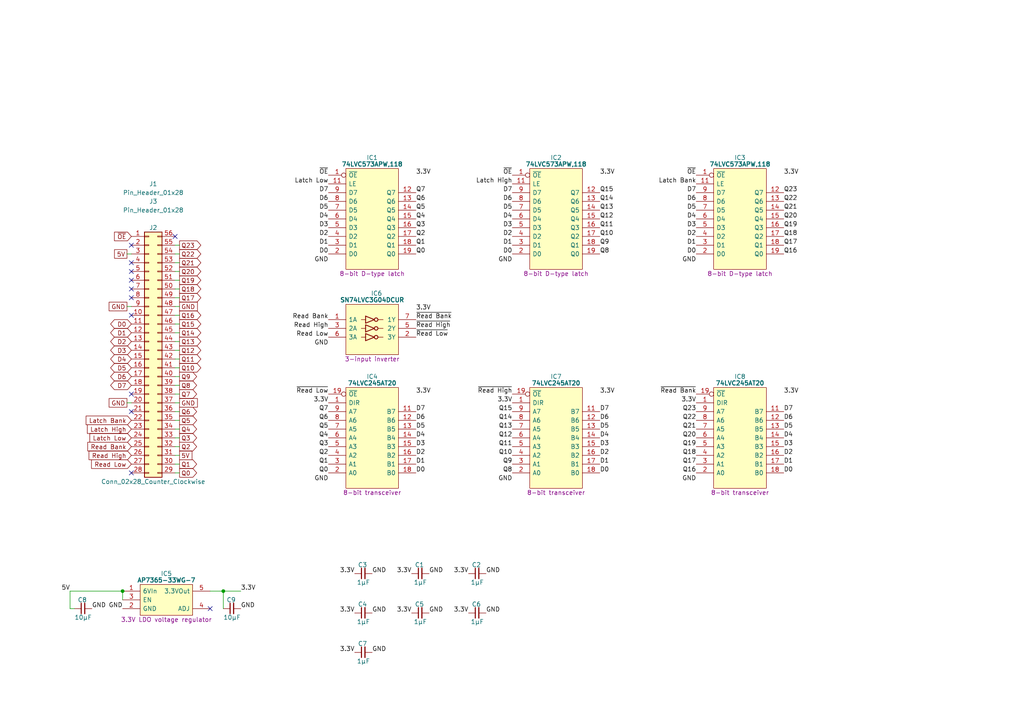
<source format=kicad_sch>
(kicad_sch
	(version 20231120)
	(generator "eeschema")
	(generator_version "8.0")
	(uuid "337b5f72-8be1-4121-9dc6-479b565482b2")
	(paper "A4")
	(title_block
		(title "Register 24bit with IO")
		(date "2024-09-02")
		(rev "V0")
	)
	(lib_symbols
		(symbol "Connector_Generic:Conn_02x28_Counter_Clockwise"
			(pin_names
				(offset 1.016) hide)
			(exclude_from_sim no)
			(in_bom yes)
			(on_board yes)
			(property "Reference" "J"
				(at 1.27 35.56 0)
				(effects
					(font
						(size 1.27 1.27)
					)
				)
			)
			(property "Value" "Conn_02x28_Counter_Clockwise"
				(at 1.27 -38.1 0)
				(effects
					(font
						(size 1.27 1.27)
					)
				)
			)
			(property "Footprint" ""
				(at 0 0 0)
				(effects
					(font
						(size 1.27 1.27)
					)
					(hide yes)
				)
			)
			(property "Datasheet" "~"
				(at 0 0 0)
				(effects
					(font
						(size 1.27 1.27)
					)
					(hide yes)
				)
			)
			(property "Description" "Generic connector, double row, 02x28, counter clockwise pin numbering scheme (similar to DIP package numbering), script generated (kicad-library-utils/schlib/autogen/connector/)"
				(at 0 0 0)
				(effects
					(font
						(size 1.27 1.27)
					)
					(hide yes)
				)
			)
			(property "ki_keywords" "connector"
				(at 0 0 0)
				(effects
					(font
						(size 1.27 1.27)
					)
					(hide yes)
				)
			)
			(property "ki_fp_filters" "Connector*:*_2x??_*"
				(at 0 0 0)
				(effects
					(font
						(size 1.27 1.27)
					)
					(hide yes)
				)
			)
			(symbol "Conn_02x28_Counter_Clockwise_1_1"
				(rectangle
					(start -1.27 -35.433)
					(end 0 -35.687)
					(stroke
						(width 0.1524)
						(type default)
					)
					(fill
						(type none)
					)
				)
				(rectangle
					(start -1.27 -32.893)
					(end 0 -33.147)
					(stroke
						(width 0.1524)
						(type default)
					)
					(fill
						(type none)
					)
				)
				(rectangle
					(start -1.27 -30.353)
					(end 0 -30.607)
					(stroke
						(width 0.1524)
						(type default)
					)
					(fill
						(type none)
					)
				)
				(rectangle
					(start -1.27 -27.813)
					(end 0 -28.067)
					(stroke
						(width 0.1524)
						(type default)
					)
					(fill
						(type none)
					)
				)
				(rectangle
					(start -1.27 -25.273)
					(end 0 -25.527)
					(stroke
						(width 0.1524)
						(type default)
					)
					(fill
						(type none)
					)
				)
				(rectangle
					(start -1.27 -22.733)
					(end 0 -22.987)
					(stroke
						(width 0.1524)
						(type default)
					)
					(fill
						(type none)
					)
				)
				(rectangle
					(start -1.27 -20.193)
					(end 0 -20.447)
					(stroke
						(width 0.1524)
						(type default)
					)
					(fill
						(type none)
					)
				)
				(rectangle
					(start -1.27 -17.653)
					(end 0 -17.907)
					(stroke
						(width 0.1524)
						(type default)
					)
					(fill
						(type none)
					)
				)
				(rectangle
					(start -1.27 -15.113)
					(end 0 -15.367)
					(stroke
						(width 0.1524)
						(type default)
					)
					(fill
						(type none)
					)
				)
				(rectangle
					(start -1.27 -12.573)
					(end 0 -12.827)
					(stroke
						(width 0.1524)
						(type default)
					)
					(fill
						(type none)
					)
				)
				(rectangle
					(start -1.27 -10.033)
					(end 0 -10.287)
					(stroke
						(width 0.1524)
						(type default)
					)
					(fill
						(type none)
					)
				)
				(rectangle
					(start -1.27 -7.493)
					(end 0 -7.747)
					(stroke
						(width 0.1524)
						(type default)
					)
					(fill
						(type none)
					)
				)
				(rectangle
					(start -1.27 -4.953)
					(end 0 -5.207)
					(stroke
						(width 0.1524)
						(type default)
					)
					(fill
						(type none)
					)
				)
				(rectangle
					(start -1.27 -2.413)
					(end 0 -2.667)
					(stroke
						(width 0.1524)
						(type default)
					)
					(fill
						(type none)
					)
				)
				(rectangle
					(start -1.27 0.127)
					(end 0 -0.127)
					(stroke
						(width 0.1524)
						(type default)
					)
					(fill
						(type none)
					)
				)
				(rectangle
					(start -1.27 2.667)
					(end 0 2.413)
					(stroke
						(width 0.1524)
						(type default)
					)
					(fill
						(type none)
					)
				)
				(rectangle
					(start -1.27 5.207)
					(end 0 4.953)
					(stroke
						(width 0.1524)
						(type default)
					)
					(fill
						(type none)
					)
				)
				(rectangle
					(start -1.27 7.747)
					(end 0 7.493)
					(stroke
						(width 0.1524)
						(type default)
					)
					(fill
						(type none)
					)
				)
				(rectangle
					(start -1.27 10.287)
					(end 0 10.033)
					(stroke
						(width 0.1524)
						(type default)
					)
					(fill
						(type none)
					)
				)
				(rectangle
					(start -1.27 12.827)
					(end 0 12.573)
					(stroke
						(width 0.1524)
						(type default)
					)
					(fill
						(type none)
					)
				)
				(rectangle
					(start -1.27 15.367)
					(end 0 15.113)
					(stroke
						(width 0.1524)
						(type default)
					)
					(fill
						(type none)
					)
				)
				(rectangle
					(start -1.27 17.907)
					(end 0 17.653)
					(stroke
						(width 0.1524)
						(type default)
					)
					(fill
						(type none)
					)
				)
				(rectangle
					(start -1.27 20.447)
					(end 0 20.193)
					(stroke
						(width 0.1524)
						(type default)
					)
					(fill
						(type none)
					)
				)
				(rectangle
					(start -1.27 22.987)
					(end 0 22.733)
					(stroke
						(width 0.1524)
						(type default)
					)
					(fill
						(type none)
					)
				)
				(rectangle
					(start -1.27 25.527)
					(end 0 25.273)
					(stroke
						(width 0.1524)
						(type default)
					)
					(fill
						(type none)
					)
				)
				(rectangle
					(start -1.27 28.067)
					(end 0 27.813)
					(stroke
						(width 0.1524)
						(type default)
					)
					(fill
						(type none)
					)
				)
				(rectangle
					(start -1.27 30.607)
					(end 0 30.353)
					(stroke
						(width 0.1524)
						(type default)
					)
					(fill
						(type none)
					)
				)
				(rectangle
					(start -1.27 33.147)
					(end 0 32.893)
					(stroke
						(width 0.1524)
						(type default)
					)
					(fill
						(type none)
					)
				)
				(rectangle
					(start -1.27 34.29)
					(end 3.81 -36.83)
					(stroke
						(width 0.254)
						(type default)
					)
					(fill
						(type background)
					)
				)
				(rectangle
					(start 3.81 -35.433)
					(end 2.54 -35.687)
					(stroke
						(width 0.1524)
						(type default)
					)
					(fill
						(type none)
					)
				)
				(rectangle
					(start 3.81 -32.893)
					(end 2.54 -33.147)
					(stroke
						(width 0.1524)
						(type default)
					)
					(fill
						(type none)
					)
				)
				(rectangle
					(start 3.81 -30.353)
					(end 2.54 -30.607)
					(stroke
						(width 0.1524)
						(type default)
					)
					(fill
						(type none)
					)
				)
				(rectangle
					(start 3.81 -27.813)
					(end 2.54 -28.067)
					(stroke
						(width 0.1524)
						(type default)
					)
					(fill
						(type none)
					)
				)
				(rectangle
					(start 3.81 -25.273)
					(end 2.54 -25.527)
					(stroke
						(width 0.1524)
						(type default)
					)
					(fill
						(type none)
					)
				)
				(rectangle
					(start 3.81 -22.733)
					(end 2.54 -22.987)
					(stroke
						(width 0.1524)
						(type default)
					)
					(fill
						(type none)
					)
				)
				(rectangle
					(start 3.81 -20.193)
					(end 2.54 -20.447)
					(stroke
						(width 0.1524)
						(type default)
					)
					(fill
						(type none)
					)
				)
				(rectangle
					(start 3.81 -17.653)
					(end 2.54 -17.907)
					(stroke
						(width 0.1524)
						(type default)
					)
					(fill
						(type none)
					)
				)
				(rectangle
					(start 3.81 -15.113)
					(end 2.54 -15.367)
					(stroke
						(width 0.1524)
						(type default)
					)
					(fill
						(type none)
					)
				)
				(rectangle
					(start 3.81 -12.573)
					(end 2.54 -12.827)
					(stroke
						(width 0.1524)
						(type default)
					)
					(fill
						(type none)
					)
				)
				(rectangle
					(start 3.81 -10.033)
					(end 2.54 -10.287)
					(stroke
						(width 0.1524)
						(type default)
					)
					(fill
						(type none)
					)
				)
				(rectangle
					(start 3.81 -7.493)
					(end 2.54 -7.747)
					(stroke
						(width 0.1524)
						(type default)
					)
					(fill
						(type none)
					)
				)
				(rectangle
					(start 3.81 -4.953)
					(end 2.54 -5.207)
					(stroke
						(width 0.1524)
						(type default)
					)
					(fill
						(type none)
					)
				)
				(rectangle
					(start 3.81 -2.413)
					(end 2.54 -2.667)
					(stroke
						(width 0.1524)
						(type default)
					)
					(fill
						(type none)
					)
				)
				(rectangle
					(start 3.81 0.127)
					(end 2.54 -0.127)
					(stroke
						(width 0.1524)
						(type default)
					)
					(fill
						(type none)
					)
				)
				(rectangle
					(start 3.81 2.667)
					(end 2.54 2.413)
					(stroke
						(width 0.1524)
						(type default)
					)
					(fill
						(type none)
					)
				)
				(rectangle
					(start 3.81 5.207)
					(end 2.54 4.953)
					(stroke
						(width 0.1524)
						(type default)
					)
					(fill
						(type none)
					)
				)
				(rectangle
					(start 3.81 7.747)
					(end 2.54 7.493)
					(stroke
						(width 0.1524)
						(type default)
					)
					(fill
						(type none)
					)
				)
				(rectangle
					(start 3.81 10.287)
					(end 2.54 10.033)
					(stroke
						(width 0.1524)
						(type default)
					)
					(fill
						(type none)
					)
				)
				(rectangle
					(start 3.81 12.827)
					(end 2.54 12.573)
					(stroke
						(width 0.1524)
						(type default)
					)
					(fill
						(type none)
					)
				)
				(rectangle
					(start 3.81 15.367)
					(end 2.54 15.113)
					(stroke
						(width 0.1524)
						(type default)
					)
					(fill
						(type none)
					)
				)
				(rectangle
					(start 3.81 17.907)
					(end 2.54 17.653)
					(stroke
						(width 0.1524)
						(type default)
					)
					(fill
						(type none)
					)
				)
				(rectangle
					(start 3.81 20.447)
					(end 2.54 20.193)
					(stroke
						(width 0.1524)
						(type default)
					)
					(fill
						(type none)
					)
				)
				(rectangle
					(start 3.81 22.987)
					(end 2.54 22.733)
					(stroke
						(width 0.1524)
						(type default)
					)
					(fill
						(type none)
					)
				)
				(rectangle
					(start 3.81 25.527)
					(end 2.54 25.273)
					(stroke
						(width 0.1524)
						(type default)
					)
					(fill
						(type none)
					)
				)
				(rectangle
					(start 3.81 28.067)
					(end 2.54 27.813)
					(stroke
						(width 0.1524)
						(type default)
					)
					(fill
						(type none)
					)
				)
				(rectangle
					(start 3.81 30.607)
					(end 2.54 30.353)
					(stroke
						(width 0.1524)
						(type default)
					)
					(fill
						(type none)
					)
				)
				(rectangle
					(start 3.81 33.147)
					(end 2.54 32.893)
					(stroke
						(width 0.1524)
						(type default)
					)
					(fill
						(type none)
					)
				)
				(pin passive line
					(at -5.08 33.02 0)
					(length 3.81)
					(name "Pin_1"
						(effects
							(font
								(size 1.27 1.27)
							)
						)
					)
					(number "1"
						(effects
							(font
								(size 1.27 1.27)
							)
						)
					)
				)
				(pin passive line
					(at -5.08 10.16 0)
					(length 3.81)
					(name "Pin_10"
						(effects
							(font
								(size 1.27 1.27)
							)
						)
					)
					(number "10"
						(effects
							(font
								(size 1.27 1.27)
							)
						)
					)
				)
				(pin passive line
					(at -5.08 7.62 0)
					(length 3.81)
					(name "Pin_11"
						(effects
							(font
								(size 1.27 1.27)
							)
						)
					)
					(number "11"
						(effects
							(font
								(size 1.27 1.27)
							)
						)
					)
				)
				(pin passive line
					(at -5.08 5.08 0)
					(length 3.81)
					(name "Pin_12"
						(effects
							(font
								(size 1.27 1.27)
							)
						)
					)
					(number "12"
						(effects
							(font
								(size 1.27 1.27)
							)
						)
					)
				)
				(pin passive line
					(at -5.08 2.54 0)
					(length 3.81)
					(name "Pin_13"
						(effects
							(font
								(size 1.27 1.27)
							)
						)
					)
					(number "13"
						(effects
							(font
								(size 1.27 1.27)
							)
						)
					)
				)
				(pin passive line
					(at -5.08 0 0)
					(length 3.81)
					(name "Pin_14"
						(effects
							(font
								(size 1.27 1.27)
							)
						)
					)
					(number "14"
						(effects
							(font
								(size 1.27 1.27)
							)
						)
					)
				)
				(pin passive line
					(at -5.08 -2.54 0)
					(length 3.81)
					(name "Pin_15"
						(effects
							(font
								(size 1.27 1.27)
							)
						)
					)
					(number "15"
						(effects
							(font
								(size 1.27 1.27)
							)
						)
					)
				)
				(pin passive line
					(at -5.08 -5.08 0)
					(length 3.81)
					(name "Pin_16"
						(effects
							(font
								(size 1.27 1.27)
							)
						)
					)
					(number "16"
						(effects
							(font
								(size 1.27 1.27)
							)
						)
					)
				)
				(pin passive line
					(at -5.08 -7.62 0)
					(length 3.81)
					(name "Pin_17"
						(effects
							(font
								(size 1.27 1.27)
							)
						)
					)
					(number "17"
						(effects
							(font
								(size 1.27 1.27)
							)
						)
					)
				)
				(pin passive line
					(at -5.08 -10.16 0)
					(length 3.81)
					(name "Pin_18"
						(effects
							(font
								(size 1.27 1.27)
							)
						)
					)
					(number "18"
						(effects
							(font
								(size 1.27 1.27)
							)
						)
					)
				)
				(pin passive line
					(at -5.08 -12.7 0)
					(length 3.81)
					(name "Pin_19"
						(effects
							(font
								(size 1.27 1.27)
							)
						)
					)
					(number "19"
						(effects
							(font
								(size 1.27 1.27)
							)
						)
					)
				)
				(pin passive line
					(at -5.08 30.48 0)
					(length 3.81)
					(name "Pin_2"
						(effects
							(font
								(size 1.27 1.27)
							)
						)
					)
					(number "2"
						(effects
							(font
								(size 1.27 1.27)
							)
						)
					)
				)
				(pin passive line
					(at -5.08 -15.24 0)
					(length 3.81)
					(name "Pin_20"
						(effects
							(font
								(size 1.27 1.27)
							)
						)
					)
					(number "20"
						(effects
							(font
								(size 1.27 1.27)
							)
						)
					)
				)
				(pin passive line
					(at -5.08 -17.78 0)
					(length 3.81)
					(name "Pin_21"
						(effects
							(font
								(size 1.27 1.27)
							)
						)
					)
					(number "21"
						(effects
							(font
								(size 1.27 1.27)
							)
						)
					)
				)
				(pin passive line
					(at -5.08 -20.32 0)
					(length 3.81)
					(name "Pin_22"
						(effects
							(font
								(size 1.27 1.27)
							)
						)
					)
					(number "22"
						(effects
							(font
								(size 1.27 1.27)
							)
						)
					)
				)
				(pin passive line
					(at -5.08 -22.86 0)
					(length 3.81)
					(name "Pin_23"
						(effects
							(font
								(size 1.27 1.27)
							)
						)
					)
					(number "23"
						(effects
							(font
								(size 1.27 1.27)
							)
						)
					)
				)
				(pin passive line
					(at -5.08 -25.4 0)
					(length 3.81)
					(name "Pin_24"
						(effects
							(font
								(size 1.27 1.27)
							)
						)
					)
					(number "24"
						(effects
							(font
								(size 1.27 1.27)
							)
						)
					)
				)
				(pin passive line
					(at -5.08 -27.94 0)
					(length 3.81)
					(name "Pin_25"
						(effects
							(font
								(size 1.27 1.27)
							)
						)
					)
					(number "25"
						(effects
							(font
								(size 1.27 1.27)
							)
						)
					)
				)
				(pin passive line
					(at -5.08 -30.48 0)
					(length 3.81)
					(name "Pin_26"
						(effects
							(font
								(size 1.27 1.27)
							)
						)
					)
					(number "26"
						(effects
							(font
								(size 1.27 1.27)
							)
						)
					)
				)
				(pin passive line
					(at -5.08 -33.02 0)
					(length 3.81)
					(name "Pin_27"
						(effects
							(font
								(size 1.27 1.27)
							)
						)
					)
					(number "27"
						(effects
							(font
								(size 1.27 1.27)
							)
						)
					)
				)
				(pin passive line
					(at -5.08 -35.56 0)
					(length 3.81)
					(name "Pin_28"
						(effects
							(font
								(size 1.27 1.27)
							)
						)
					)
					(number "28"
						(effects
							(font
								(size 1.27 1.27)
							)
						)
					)
				)
				(pin passive line
					(at 7.62 -35.56 180)
					(length 3.81)
					(name "Pin_29"
						(effects
							(font
								(size 1.27 1.27)
							)
						)
					)
					(number "29"
						(effects
							(font
								(size 1.27 1.27)
							)
						)
					)
				)
				(pin passive line
					(at -5.08 27.94 0)
					(length 3.81)
					(name "Pin_3"
						(effects
							(font
								(size 1.27 1.27)
							)
						)
					)
					(number "3"
						(effects
							(font
								(size 1.27 1.27)
							)
						)
					)
				)
				(pin passive line
					(at 7.62 -33.02 180)
					(length 3.81)
					(name "Pin_30"
						(effects
							(font
								(size 1.27 1.27)
							)
						)
					)
					(number "30"
						(effects
							(font
								(size 1.27 1.27)
							)
						)
					)
				)
				(pin passive line
					(at 7.62 -30.48 180)
					(length 3.81)
					(name "Pin_31"
						(effects
							(font
								(size 1.27 1.27)
							)
						)
					)
					(number "31"
						(effects
							(font
								(size 1.27 1.27)
							)
						)
					)
				)
				(pin passive line
					(at 7.62 -27.94 180)
					(length 3.81)
					(name "Pin_32"
						(effects
							(font
								(size 1.27 1.27)
							)
						)
					)
					(number "32"
						(effects
							(font
								(size 1.27 1.27)
							)
						)
					)
				)
				(pin passive line
					(at 7.62 -25.4 180)
					(length 3.81)
					(name "Pin_33"
						(effects
							(font
								(size 1.27 1.27)
							)
						)
					)
					(number "33"
						(effects
							(font
								(size 1.27 1.27)
							)
						)
					)
				)
				(pin passive line
					(at 7.62 -22.86 180)
					(length 3.81)
					(name "Pin_34"
						(effects
							(font
								(size 1.27 1.27)
							)
						)
					)
					(number "34"
						(effects
							(font
								(size 1.27 1.27)
							)
						)
					)
				)
				(pin passive line
					(at 7.62 -20.32 180)
					(length 3.81)
					(name "Pin_35"
						(effects
							(font
								(size 1.27 1.27)
							)
						)
					)
					(number "35"
						(effects
							(font
								(size 1.27 1.27)
							)
						)
					)
				)
				(pin passive line
					(at 7.62 -17.78 180)
					(length 3.81)
					(name "Pin_36"
						(effects
							(font
								(size 1.27 1.27)
							)
						)
					)
					(number "36"
						(effects
							(font
								(size 1.27 1.27)
							)
						)
					)
				)
				(pin passive line
					(at 7.62 -15.24 180)
					(length 3.81)
					(name "Pin_37"
						(effects
							(font
								(size 1.27 1.27)
							)
						)
					)
					(number "37"
						(effects
							(font
								(size 1.27 1.27)
							)
						)
					)
				)
				(pin passive line
					(at 7.62 -12.7 180)
					(length 3.81)
					(name "Pin_38"
						(effects
							(font
								(size 1.27 1.27)
							)
						)
					)
					(number "38"
						(effects
							(font
								(size 1.27 1.27)
							)
						)
					)
				)
				(pin passive line
					(at 7.62 -10.16 180)
					(length 3.81)
					(name "Pin_39"
						(effects
							(font
								(size 1.27 1.27)
							)
						)
					)
					(number "39"
						(effects
							(font
								(size 1.27 1.27)
							)
						)
					)
				)
				(pin passive line
					(at -5.08 25.4 0)
					(length 3.81)
					(name "Pin_4"
						(effects
							(font
								(size 1.27 1.27)
							)
						)
					)
					(number "4"
						(effects
							(font
								(size 1.27 1.27)
							)
						)
					)
				)
				(pin passive line
					(at 7.62 -7.62 180)
					(length 3.81)
					(name "Pin_40"
						(effects
							(font
								(size 1.27 1.27)
							)
						)
					)
					(number "40"
						(effects
							(font
								(size 1.27 1.27)
							)
						)
					)
				)
				(pin passive line
					(at 7.62 -5.08 180)
					(length 3.81)
					(name "Pin_41"
						(effects
							(font
								(size 1.27 1.27)
							)
						)
					)
					(number "41"
						(effects
							(font
								(size 1.27 1.27)
							)
						)
					)
				)
				(pin passive line
					(at 7.62 -2.54 180)
					(length 3.81)
					(name "Pin_42"
						(effects
							(font
								(size 1.27 1.27)
							)
						)
					)
					(number "42"
						(effects
							(font
								(size 1.27 1.27)
							)
						)
					)
				)
				(pin passive line
					(at 7.62 0 180)
					(length 3.81)
					(name "Pin_43"
						(effects
							(font
								(size 1.27 1.27)
							)
						)
					)
					(number "43"
						(effects
							(font
								(size 1.27 1.27)
							)
						)
					)
				)
				(pin passive line
					(at 7.62 2.54 180)
					(length 3.81)
					(name "Pin_44"
						(effects
							(font
								(size 1.27 1.27)
							)
						)
					)
					(number "44"
						(effects
							(font
								(size 1.27 1.27)
							)
						)
					)
				)
				(pin passive line
					(at 7.62 5.08 180)
					(length 3.81)
					(name "Pin_45"
						(effects
							(font
								(size 1.27 1.27)
							)
						)
					)
					(number "45"
						(effects
							(font
								(size 1.27 1.27)
							)
						)
					)
				)
				(pin passive line
					(at 7.62 7.62 180)
					(length 3.81)
					(name "Pin_46"
						(effects
							(font
								(size 1.27 1.27)
							)
						)
					)
					(number "46"
						(effects
							(font
								(size 1.27 1.27)
							)
						)
					)
				)
				(pin passive line
					(at 7.62 10.16 180)
					(length 3.81)
					(name "Pin_47"
						(effects
							(font
								(size 1.27 1.27)
							)
						)
					)
					(number "47"
						(effects
							(font
								(size 1.27 1.27)
							)
						)
					)
				)
				(pin passive line
					(at 7.62 12.7 180)
					(length 3.81)
					(name "Pin_48"
						(effects
							(font
								(size 1.27 1.27)
							)
						)
					)
					(number "48"
						(effects
							(font
								(size 1.27 1.27)
							)
						)
					)
				)
				(pin passive line
					(at 7.62 15.24 180)
					(length 3.81)
					(name "Pin_49"
						(effects
							(font
								(size 1.27 1.27)
							)
						)
					)
					(number "49"
						(effects
							(font
								(size 1.27 1.27)
							)
						)
					)
				)
				(pin passive line
					(at -5.08 22.86 0)
					(length 3.81)
					(name "Pin_5"
						(effects
							(font
								(size 1.27 1.27)
							)
						)
					)
					(number "5"
						(effects
							(font
								(size 1.27 1.27)
							)
						)
					)
				)
				(pin passive line
					(at 7.62 17.78 180)
					(length 3.81)
					(name "Pin_50"
						(effects
							(font
								(size 1.27 1.27)
							)
						)
					)
					(number "50"
						(effects
							(font
								(size 1.27 1.27)
							)
						)
					)
				)
				(pin passive line
					(at 7.62 20.32 180)
					(length 3.81)
					(name "Pin_51"
						(effects
							(font
								(size 1.27 1.27)
							)
						)
					)
					(number "51"
						(effects
							(font
								(size 1.27 1.27)
							)
						)
					)
				)
				(pin passive line
					(at 7.62 22.86 180)
					(length 3.81)
					(name "Pin_52"
						(effects
							(font
								(size 1.27 1.27)
							)
						)
					)
					(number "52"
						(effects
							(font
								(size 1.27 1.27)
							)
						)
					)
				)
				(pin passive line
					(at 7.62 25.4 180)
					(length 3.81)
					(name "Pin_53"
						(effects
							(font
								(size 1.27 1.27)
							)
						)
					)
					(number "53"
						(effects
							(font
								(size 1.27 1.27)
							)
						)
					)
				)
				(pin passive line
					(at 7.62 27.94 180)
					(length 3.81)
					(name "Pin_54"
						(effects
							(font
								(size 1.27 1.27)
							)
						)
					)
					(number "54"
						(effects
							(font
								(size 1.27 1.27)
							)
						)
					)
				)
				(pin passive line
					(at 7.62 30.48 180)
					(length 3.81)
					(name "Pin_55"
						(effects
							(font
								(size 1.27 1.27)
							)
						)
					)
					(number "55"
						(effects
							(font
								(size 1.27 1.27)
							)
						)
					)
				)
				(pin passive line
					(at 7.62 33.02 180)
					(length 3.81)
					(name "Pin_56"
						(effects
							(font
								(size 1.27 1.27)
							)
						)
					)
					(number "56"
						(effects
							(font
								(size 1.27 1.27)
							)
						)
					)
				)
				(pin passive line
					(at -5.08 20.32 0)
					(length 3.81)
					(name "Pin_6"
						(effects
							(font
								(size 1.27 1.27)
							)
						)
					)
					(number "6"
						(effects
							(font
								(size 1.27 1.27)
							)
						)
					)
				)
				(pin passive line
					(at -5.08 17.78 0)
					(length 3.81)
					(name "Pin_7"
						(effects
							(font
								(size 1.27 1.27)
							)
						)
					)
					(number "7"
						(effects
							(font
								(size 1.27 1.27)
							)
						)
					)
				)
				(pin passive line
					(at -5.08 15.24 0)
					(length 3.81)
					(name "Pin_8"
						(effects
							(font
								(size 1.27 1.27)
							)
						)
					)
					(number "8"
						(effects
							(font
								(size 1.27 1.27)
							)
						)
					)
				)
				(pin passive line
					(at -5.08 12.7 0)
					(length 3.81)
					(name "Pin_9"
						(effects
							(font
								(size 1.27 1.27)
							)
						)
					)
					(number "9"
						(effects
							(font
								(size 1.27 1.27)
							)
						)
					)
				)
			)
		)
		(symbol "Diodes_Inc:74LVC245AT20"
			(pin_names
				(offset 0.762)
			)
			(exclude_from_sim no)
			(in_bom yes)
			(on_board yes)
			(property "Reference" "IC"
				(at 12.7 5.08 0)
				(effects
					(font
						(size 1.27 1.27)
					)
				)
			)
			(property "Value" "74LVC245AT20"
				(at 12.7 3.175 0)
				(effects
					(font
						(size 1.27 1.27)
						(bold yes)
					)
				)
			)
			(property "Footprint" "SamacSys_Parts:SOP65P640X120-20N"
				(at 19.685 -37.465 0)
				(effects
					(font
						(size 1.27 1.27)
					)
					(justify left)
					(hide yes)
				)
			)
			(property "Datasheet" "https://www.diodes.com/assets/Datasheets/74LVC245A.pdf"
				(at 19.685 -40.005 0)
				(effects
					(font
						(size 1.27 1.27)
					)
					(justify left)
					(hide yes)
				)
			)
			(property "Description" "8-bit transceiver"
				(at 12.7 -28.575 0)
				(effects
					(font
						(size 1.27 1.27)
					)
				)
			)
			(property "Height" "1.2"
				(at 19.685 -42.545 0)
				(effects
					(font
						(size 1.27 1.27)
					)
					(justify left)
					(hide yes)
				)
			)
			(property "Manufacturer_Name" "Diodes Inc."
				(at 19.685 -45.085 0)
				(effects
					(font
						(size 1.27 1.27)
					)
					(justify left)
					(hide yes)
				)
			)
			(property "Manufacturer_Part_Number" "74LVC245AT20-13"
				(at 19.685 -47.625 0)
				(effects
					(font
						(size 1.27 1.27)
					)
					(justify left)
					(hide yes)
				)
			)
			(property "Mouser Part Number" "621-74LVC245AT20-13"
				(at 19.685 -50.165 0)
				(effects
					(font
						(size 1.27 1.27)
					)
					(justify left)
					(hide yes)
				)
			)
			(property "Mouser Price/Stock" "https://www.mouser.co.uk/ProductDetail/Diodes-Incorporated/74LVC245AT20-13?qs=IvkZ4pJZlB2XcM151iWWTw%3D%3D"
				(at 19.685 -52.705 0)
				(effects
					(font
						(size 1.27 1.27)
					)
					(justify left)
					(hide yes)
				)
			)
			(property "Silkscreen" "74LVC245"
				(at 12.7 -30.48 0)
				(effects
					(font
						(size 1.27 1.27)
					)
					(hide yes)
				)
			)
			(property "Garbage" "Bus Transceivers Octal Buffer Trans 3-State Outputs"
				(at 0 0 0)
				(effects
					(font
						(size 1.27 1.27)
					)
					(hide yes)
				)
			)
			(symbol "74LVC245AT20_0_0"
				(pin input line
					(at 0 -2.54 0)
					(length 5.08)
					(name "DIR"
						(effects
							(font
								(size 1.27 1.27)
							)
						)
					)
					(number "1"
						(effects
							(font
								(size 1.27 1.27)
							)
						)
					)
				)
				(pin passive line
					(at 0 -25.4 0)
					(length 5.08) hide
					(name "GND"
						(effects
							(font
								(size 1.27 1.27)
							)
						)
					)
					(number "10"
						(effects
							(font
								(size 1.27 1.27)
							)
						)
					)
				)
				(pin tri_state line
					(at 25.4 -5.08 180)
					(length 5.08)
					(name "B7"
						(effects
							(font
								(size 1.27 1.27)
							)
						)
					)
					(number "11"
						(effects
							(font
								(size 1.27 1.27)
							)
						)
					)
				)
				(pin tri_state line
					(at 25.4 -7.62 180)
					(length 5.08)
					(name "B6"
						(effects
							(font
								(size 1.27 1.27)
							)
						)
					)
					(number "12"
						(effects
							(font
								(size 1.27 1.27)
							)
						)
					)
				)
				(pin tri_state line
					(at 25.4 -10.16 180)
					(length 5.08)
					(name "B5"
						(effects
							(font
								(size 1.27 1.27)
							)
						)
					)
					(number "13"
						(effects
							(font
								(size 1.27 1.27)
							)
						)
					)
				)
				(pin tri_state line
					(at 25.4 -12.7 180)
					(length 5.08)
					(name "B4"
						(effects
							(font
								(size 1.27 1.27)
							)
						)
					)
					(number "14"
						(effects
							(font
								(size 1.27 1.27)
							)
						)
					)
				)
				(pin tri_state line
					(at 25.4 -15.24 180)
					(length 5.08)
					(name "B3"
						(effects
							(font
								(size 1.27 1.27)
							)
						)
					)
					(number "15"
						(effects
							(font
								(size 1.27 1.27)
							)
						)
					)
				)
				(pin tri_state line
					(at 25.4 -17.78 180)
					(length 5.08)
					(name "B2"
						(effects
							(font
								(size 1.27 1.27)
							)
						)
					)
					(number "16"
						(effects
							(font
								(size 1.27 1.27)
							)
						)
					)
				)
				(pin tri_state line
					(at 25.4 -20.32 180)
					(length 5.08)
					(name "B1"
						(effects
							(font
								(size 1.27 1.27)
							)
						)
					)
					(number "17"
						(effects
							(font
								(size 1.27 1.27)
							)
						)
					)
				)
				(pin tri_state line
					(at 25.4 -22.86 180)
					(length 5.08)
					(name "B0"
						(effects
							(font
								(size 1.27 1.27)
							)
						)
					)
					(number "18"
						(effects
							(font
								(size 1.27 1.27)
							)
						)
					)
				)
				(pin input inverted
					(at 0 0 0)
					(length 5.08)
					(name "~{OE}"
						(effects
							(font
								(size 1.27 1.27)
							)
						)
					)
					(number "19"
						(effects
							(font
								(size 1.27 1.27)
							)
						)
					)
				)
				(pin tri_state line
					(at 0 -22.86 0)
					(length 5.08)
					(name "A0"
						(effects
							(font
								(size 1.27 1.27)
							)
						)
					)
					(number "2"
						(effects
							(font
								(size 1.27 1.27)
							)
						)
					)
				)
				(pin tri_state line
					(at 0 -20.32 0)
					(length 5.08)
					(name "A1"
						(effects
							(font
								(size 1.27 1.27)
							)
						)
					)
					(number "3"
						(effects
							(font
								(size 1.27 1.27)
							)
						)
					)
				)
				(pin tri_state line
					(at 0 -17.78 0)
					(length 5.08)
					(name "A2"
						(effects
							(font
								(size 1.27 1.27)
							)
						)
					)
					(number "4"
						(effects
							(font
								(size 1.27 1.27)
							)
						)
					)
				)
				(pin tri_state line
					(at 0 -15.24 0)
					(length 5.08)
					(name "A3"
						(effects
							(font
								(size 1.27 1.27)
							)
						)
					)
					(number "5"
						(effects
							(font
								(size 1.27 1.27)
							)
						)
					)
				)
				(pin tri_state line
					(at 0 -12.7 0)
					(length 5.08)
					(name "A4"
						(effects
							(font
								(size 1.27 1.27)
							)
						)
					)
					(number "6"
						(effects
							(font
								(size 1.27 1.27)
							)
						)
					)
				)
				(pin tri_state line
					(at 0 -10.16 0)
					(length 5.08)
					(name "A5"
						(effects
							(font
								(size 1.27 1.27)
							)
						)
					)
					(number "7"
						(effects
							(font
								(size 1.27 1.27)
							)
						)
					)
				)
				(pin tri_state line
					(at 0 -7.62 0)
					(length 5.08)
					(name "A6"
						(effects
							(font
								(size 1.27 1.27)
							)
						)
					)
					(number "8"
						(effects
							(font
								(size 1.27 1.27)
							)
						)
					)
				)
				(pin tri_state line
					(at 0 -5.08 0)
					(length 5.08)
					(name "A7"
						(effects
							(font
								(size 1.27 1.27)
							)
						)
					)
					(number "9"
						(effects
							(font
								(size 1.27 1.27)
							)
						)
					)
				)
			)
			(symbol "74LVC245AT20_0_1"
				(polyline
					(pts
						(xy 5.08 1.905) (xy 20.32 1.905) (xy 20.32 -27.305) (xy 5.08 -27.305) (xy 5.08 1.905)
					)
					(stroke
						(width 0.1524)
						(type default)
					)
					(fill
						(type background)
					)
				)
			)
			(symbol "74LVC245AT20_1_0"
				(pin passive line
					(at 25.4 0 180)
					(length 5.08) hide
					(name "3V"
						(effects
							(font
								(size 1.27 1.27)
							)
						)
					)
					(number "20"
						(effects
							(font
								(size 1.27 1.27)
							)
						)
					)
				)
			)
		)
		(symbol "Diodes_Inc:AP7365-33WG-7"
			(pin_names
				(offset 0.762)
			)
			(exclude_from_sim no)
			(in_bom yes)
			(on_board yes)
			(property "Reference" "IC"
				(at 12.7 5.08 0)
				(effects
					(font
						(size 1.27 1.27)
					)
				)
			)
			(property "Value" "AP7365-33WG-7"
				(at 12.7 3.175 0)
				(effects
					(font
						(size 1.27 1.27)
						(bold yes)
					)
				)
			)
			(property "Footprint" "SamacSys_Parts:SOT95P285X130-5N"
				(at 21.59 -14.605 0)
				(effects
					(font
						(size 1.27 1.27)
					)
					(justify left)
					(hide yes)
				)
			)
			(property "Datasheet" "https://componentsearchengine.com/Datasheets/1/AP7365-33WG-7.pdf"
				(at 21.59 -17.145 0)
				(effects
					(font
						(size 1.27 1.27)
					)
					(justify left)
					(hide yes)
				)
			)
			(property "Description" "3.3V LDO voltage regulator"
				(at 12.7 -8.255 0)
				(effects
					(font
						(size 1.27 1.27)
					)
				)
			)
			(property "Height" "1.3"
				(at 21.59 -19.685 0)
				(effects
					(font
						(size 1.27 1.27)
					)
					(justify left)
					(hide yes)
				)
			)
			(property "Manufacturer_Name" "Diodes Inc."
				(at 21.59 -22.225 0)
				(effects
					(font
						(size 1.27 1.27)
					)
					(justify left)
					(hide yes)
				)
			)
			(property "Manufacturer_Part_Number" "AP7365-33WG-7"
				(at 21.59 -24.765 0)
				(effects
					(font
						(size 1.27 1.27)
					)
					(justify left)
					(hide yes)
				)
			)
			(property "Mouser Part Number" "621-AP7365-33WG-7"
				(at 21.59 -27.305 0)
				(effects
					(font
						(size 1.27 1.27)
					)
					(justify left)
					(hide yes)
				)
			)
			(property "Mouser Price/Stock" "https://www.mouser.co.uk/ProductDetail/Diodes-Incorporated/AP7365-33WG-7?qs=abZ1nkZpTuOZFvxvoFPL0w%3D%3D"
				(at 21.59 -29.845 0)
				(effects
					(font
						(size 1.27 1.27)
					)
					(justify left)
					(hide yes)
				)
			)
			(property "Arrow Part Number" "AP7365-33WG-7"
				(at 21.59 -32.385 0)
				(effects
					(font
						(size 1.27 1.27)
					)
					(justify left)
					(hide yes)
				)
			)
			(property "Arrow Price/Stock" "https://www.arrow.com/en/products/ap7365-33wg-7/diodes-incorporated?region=nac"
				(at 21.59 -34.925 0)
				(effects
					(font
						(size 1.27 1.27)
					)
					(justify left)
					(hide yes)
				)
			)
			(property "Silkscreen" "AP7365"
				(at 21.59 -12.065 0)
				(effects
					(font
						(size 1.27 1.27)
					)
					(justify left)
					(hide yes)
				)
			)
			(symbol "AP7365-33WG-7_0_0"
				(pin passive line
					(at 0 -5.08 0)
					(length 5.08)
					(name "GND"
						(effects
							(font
								(size 1.27 1.27)
							)
						)
					)
					(number "2"
						(effects
							(font
								(size 1.27 1.27)
							)
						)
					)
				)
				(pin input line
					(at 0 -2.54 0)
					(length 5.08)
					(name "EN"
						(effects
							(font
								(size 1.27 1.27)
							)
						)
					)
					(number "3"
						(effects
							(font
								(size 1.27 1.27)
							)
						)
					)
				)
				(pin passive line
					(at 25.4 -5.08 180)
					(length 5.08)
					(name "ADJ"
						(effects
							(font
								(size 1.27 1.27)
							)
						)
					)
					(number "4"
						(effects
							(font
								(size 1.27 1.27)
							)
						)
					)
				)
			)
			(symbol "AP7365-33WG-7_0_1"
				(polyline
					(pts
						(xy 5.08 1.905) (xy 20.32 1.905) (xy 20.32 -6.985) (xy 5.08 -6.985) (xy 5.08 1.905)
					)
					(stroke
						(width 0)
						(type default)
					)
					(fill
						(type background)
					)
				)
			)
			(symbol "AP7365-33WG-7_1_0"
				(pin passive line
					(at 0 0 0)
					(length 5.08)
					(name "6VIn"
						(effects
							(font
								(size 1.27 1.27)
							)
						)
					)
					(number "1"
						(effects
							(font
								(size 1.27 1.27)
							)
						)
					)
				)
				(pin passive line
					(at 25.4 0 180)
					(length 5.08)
					(name "3.3VOut"
						(effects
							(font
								(size 1.27 1.27)
							)
						)
					)
					(number "5"
						(effects
							(font
								(size 1.27 1.27)
							)
						)
					)
				)
			)
		)
		(symbol "HCP65:C_0805"
			(pin_numbers hide)
			(pin_names
				(offset 0.254) hide)
			(exclude_from_sim no)
			(in_bom yes)
			(on_board yes)
			(property "Reference" "C"
				(at 2.286 2.54 0)
				(effects
					(font
						(size 1.27 1.27)
					)
				)
			)
			(property "Value" "?μF"
				(at 2.54 -2.54 0)
				(effects
					(font
						(size 1.27 1.27)
					)
				)
			)
			(property "Footprint" "SamacSys_Parts:C_0805"
				(at 16.764 -7.62 0)
				(effects
					(font
						(size 1.27 1.27)
					)
					(hide yes)
				)
			)
			(property "Datasheet" ""
				(at 2.2225 0.3175 90)
				(effects
					(font
						(size 1.27 1.27)
					)
					(hide yes)
				)
			)
			(property "Description" ""
				(at 0 0 0)
				(effects
					(font
						(size 1.27 1.27)
					)
					(hide yes)
				)
			)
			(property "ki_keywords" "capacitor cap"
				(at 0 0 0)
				(effects
					(font
						(size 1.27 1.27)
					)
					(hide yes)
				)
			)
			(property "ki_fp_filters" "C_*"
				(at 0 0 0)
				(effects
					(font
						(size 1.27 1.27)
					)
					(hide yes)
				)
			)
			(symbol "C_0805_0_1"
				(polyline
					(pts
						(xy 1.9685 -1.4605) (xy 1.9685 1.5875)
					)
					(stroke
						(width 0.3048)
						(type default)
					)
					(fill
						(type none)
					)
				)
				(polyline
					(pts
						(xy 2.9845 -1.4605) (xy 2.9845 1.5875)
					)
					(stroke
						(width 0.3302)
						(type default)
					)
					(fill
						(type none)
					)
				)
			)
			(symbol "C_0805_1_1"
				(pin passive line
					(at 0 0 0)
					(length 2.032)
					(name "~"
						(effects
							(font
								(size 1.27 1.27)
							)
						)
					)
					(number "1"
						(effects
							(font
								(size 1.27 1.27)
							)
						)
					)
				)
				(pin passive line
					(at 5.08 0 180)
					(length 2.032)
					(name "~"
						(effects
							(font
								(size 1.27 1.27)
							)
						)
					)
					(number "2"
						(effects
							(font
								(size 1.27 1.27)
							)
						)
					)
				)
			)
		)
		(symbol "HCP65:Pin_Header_01x32"
			(pin_names
				(offset 1.016) hide)
			(exclude_from_sim no)
			(in_bom yes)
			(on_board yes)
			(property "Reference" "J"
				(at 0 1.27 0)
				(effects
					(font
						(size 1.27 1.27)
					)
				)
			)
			(property "Value" "Pin_Header_01x32"
				(at 0 -1.27 0)
				(effects
					(font
						(size 1.27 1.27)
					)
				)
			)
			(property "Footprint" "SamacSys_Parts:PinHeader_1x32_P2.54mm_Vertical"
				(at 0 -3.81 0)
				(effects
					(font
						(size 1.27 1.27)
					)
					(hide yes)
				)
			)
			(property "Datasheet" "~"
				(at -5.08 0 0)
				(effects
					(font
						(size 1.27 1.27)
					)
					(hide yes)
				)
			)
			(property "Description" ""
				(at 0 0 0)
				(effects
					(font
						(size 1.27 1.27)
					)
					(hide yes)
				)
			)
			(property "ki_fp_filters" "Connector*:*_1x??_*"
				(at 0 0 0)
				(effects
					(font
						(size 1.27 1.27)
					)
					(hide yes)
				)
			)
		)
		(symbol "Nexperia:74LVC573APW,118"
			(pin_names
				(offset 0.762)
			)
			(exclude_from_sim no)
			(in_bom yes)
			(on_board yes)
			(property "Reference" "IC"
				(at 12.7 5.08 0)
				(effects
					(font
						(size 1.27 1.27)
					)
				)
			)
			(property "Value" "74LVC573APW,118"
				(at 12.7 3.175 0)
				(effects
					(font
						(size 1.27 1.27)
						(bold yes)
					)
				)
			)
			(property "Footprint" "SamacSys_Parts:SOP65P640X110-20N"
				(at 26.035 -33.655 0)
				(effects
					(font
						(size 1.27 1.27)
					)
					(justify left)
					(hide yes)
				)
			)
			(property "Datasheet" "https://assets.nexperia.com/documents/data-sheet/74LVC573A.pdf"
				(at 26.035 -36.195 0)
				(effects
					(font
						(size 1.27 1.27)
					)
					(justify left)
					(hide yes)
				)
			)
			(property "Description" "8-bit D-type latch"
				(at 12.7 -28.575 0)
				(effects
					(font
						(size 1.27 1.27)
					)
				)
			)
			(property "Height" "1.1"
				(at 26.035 -41.275 0)
				(effects
					(font
						(size 1.27 1.27)
					)
					(justify left)
					(hide yes)
				)
			)
			(property "Mouser Part Number" "771-74LVC573APW-T"
				(at 26.035 -43.815 0)
				(effects
					(font
						(size 1.27 1.27)
					)
					(justify left)
					(hide yes)
				)
			)
			(property "Mouser Price/Stock" "https://www.mouser.co.uk/ProductDetail/Nexperia/74LVC573APW118/?qs=me8TqzrmIYU4mlL%252B5pgpig%3D%3D"
				(at 26.035 -46.355 0)
				(effects
					(font
						(size 1.27 1.27)
					)
					(justify left)
					(hide yes)
				)
			)
			(property "Manufacturer_Name" "Nexperia"
				(at 26.035 -48.895 0)
				(effects
					(font
						(size 1.27 1.27)
					)
					(justify left)
					(hide yes)
				)
			)
			(property "Manufacturer_Part_Number" "74LVC573APW,118"
				(at 26.035 -51.435 0)
				(effects
					(font
						(size 1.27 1.27)
					)
					(justify left)
					(hide yes)
				)
			)
			(property "Silkscreen" "74LVC573"
				(at 12.7 -31.115 0)
				(effects
					(font
						(size 1.27 1.27)
					)
					(hide yes)
				)
			)
			(property "Garbage" "74LVC573A - Octal D-type transparent latch with 5 V tolerant inputs/outputs; 3-state@en-us"
				(at 0 0 0)
				(effects
					(font
						(size 1.27 1.27)
					)
					(hide yes)
				)
			)
			(symbol "74LVC573APW,118_0_0"
				(pin input inverted
					(at 0 0 0)
					(length 5.08)
					(name "~{OE}"
						(effects
							(font
								(size 1.27 1.27)
							)
						)
					)
					(number "1"
						(effects
							(font
								(size 1.27 1.27)
							)
						)
					)
				)
				(pin passive line
					(at 0 -25.4 0)
					(length 5.08) hide
					(name "GND"
						(effects
							(font
								(size 1.27 1.27)
							)
						)
					)
					(number "10"
						(effects
							(font
								(size 1.27 1.27)
							)
						)
					)
				)
				(pin input line
					(at 0 -2.54 0)
					(length 5.08)
					(name "LE"
						(effects
							(font
								(size 1.27 1.27)
							)
						)
					)
					(number "11"
						(effects
							(font
								(size 1.27 1.27)
							)
						)
					)
				)
				(pin tri_state line
					(at 25.4 -5.08 180)
					(length 5.08)
					(name "Q7"
						(effects
							(font
								(size 1.27 1.27)
							)
						)
					)
					(number "12"
						(effects
							(font
								(size 1.27 1.27)
							)
						)
					)
				)
				(pin tri_state line
					(at 25.4 -7.62 180)
					(length 5.08)
					(name "Q6"
						(effects
							(font
								(size 1.27 1.27)
							)
						)
					)
					(number "13"
						(effects
							(font
								(size 1.27 1.27)
							)
						)
					)
				)
				(pin tri_state line
					(at 25.4 -10.16 180)
					(length 5.08)
					(name "Q5"
						(effects
							(font
								(size 1.27 1.27)
							)
						)
					)
					(number "14"
						(effects
							(font
								(size 1.27 1.27)
							)
						)
					)
				)
				(pin tri_state line
					(at 25.4 -12.7 180)
					(length 5.08)
					(name "Q4"
						(effects
							(font
								(size 1.27 1.27)
							)
						)
					)
					(number "15"
						(effects
							(font
								(size 1.27 1.27)
							)
						)
					)
				)
				(pin tri_state line
					(at 25.4 -15.24 180)
					(length 5.08)
					(name "Q3"
						(effects
							(font
								(size 1.27 1.27)
							)
						)
					)
					(number "16"
						(effects
							(font
								(size 1.27 1.27)
							)
						)
					)
				)
				(pin tri_state line
					(at 25.4 -17.78 180)
					(length 5.08)
					(name "Q2"
						(effects
							(font
								(size 1.27 1.27)
							)
						)
					)
					(number "17"
						(effects
							(font
								(size 1.27 1.27)
							)
						)
					)
				)
				(pin tri_state line
					(at 25.4 -20.32 180)
					(length 5.08)
					(name "Q1"
						(effects
							(font
								(size 1.27 1.27)
							)
						)
					)
					(number "18"
						(effects
							(font
								(size 1.27 1.27)
							)
						)
					)
				)
				(pin tri_state line
					(at 25.4 -22.86 180)
					(length 5.08)
					(name "Q0"
						(effects
							(font
								(size 1.27 1.27)
							)
						)
					)
					(number "19"
						(effects
							(font
								(size 1.27 1.27)
							)
						)
					)
				)
				(pin input line
					(at 0 -22.86 0)
					(length 5.08)
					(name "D0"
						(effects
							(font
								(size 1.27 1.27)
							)
						)
					)
					(number "2"
						(effects
							(font
								(size 1.27 1.27)
							)
						)
					)
				)
				(pin passive line
					(at 25.4 0 180)
					(length 5.08) hide
					(name "3V"
						(effects
							(font
								(size 1.27 1.27)
							)
						)
					)
					(number "20"
						(effects
							(font
								(size 1.27 1.27)
							)
						)
					)
				)
				(pin input line
					(at 0 -20.32 0)
					(length 5.08)
					(name "D1"
						(effects
							(font
								(size 1.27 1.27)
							)
						)
					)
					(number "3"
						(effects
							(font
								(size 1.27 1.27)
							)
						)
					)
				)
				(pin input line
					(at 0 -17.78 0)
					(length 5.08)
					(name "D2"
						(effects
							(font
								(size 1.27 1.27)
							)
						)
					)
					(number "4"
						(effects
							(font
								(size 1.27 1.27)
							)
						)
					)
				)
				(pin input line
					(at 0 -15.24 0)
					(length 5.08)
					(name "D3"
						(effects
							(font
								(size 1.27 1.27)
							)
						)
					)
					(number "5"
						(effects
							(font
								(size 1.27 1.27)
							)
						)
					)
				)
				(pin input line
					(at 0 -12.7 0)
					(length 5.08)
					(name "D4"
						(effects
							(font
								(size 1.27 1.27)
							)
						)
					)
					(number "6"
						(effects
							(font
								(size 1.27 1.27)
							)
						)
					)
				)
				(pin input line
					(at 0 -10.16 0)
					(length 5.08)
					(name "D5"
						(effects
							(font
								(size 1.27 1.27)
							)
						)
					)
					(number "7"
						(effects
							(font
								(size 1.27 1.27)
							)
						)
					)
				)
				(pin input line
					(at 0 -7.62 0)
					(length 5.08)
					(name "D6"
						(effects
							(font
								(size 1.27 1.27)
							)
						)
					)
					(number "8"
						(effects
							(font
								(size 1.27 1.27)
							)
						)
					)
				)
				(pin input line
					(at 0 -5.08 0)
					(length 5.08)
					(name "D7"
						(effects
							(font
								(size 1.27 1.27)
							)
						)
					)
					(number "9"
						(effects
							(font
								(size 1.27 1.27)
							)
						)
					)
				)
			)
			(symbol "74LVC573APW,118_0_1"
				(polyline
					(pts
						(xy 5.08 1.905) (xy 20.32 1.905) (xy 20.32 -27.305) (xy 5.08 -27.305) (xy 5.08 1.905)
					)
					(stroke
						(width 0.1524)
						(type default)
					)
					(fill
						(type background)
					)
				)
			)
		)
		(symbol "Texas_Instruments:SN74LVC3G04DCUR"
			(pin_names
				(offset 0.762)
			)
			(exclude_from_sim no)
			(in_bom yes)
			(on_board yes)
			(property "Reference" "IC"
				(at 13.97 7.62 0)
				(effects
					(font
						(size 1.27 1.27)
					)
				)
			)
			(property "Value" "SN74LVC3G04DCUR"
				(at 12.7 5.715 0)
				(effects
					(font
						(size 1.27 1.27)
						(bold yes)
					)
				)
			)
			(property "Footprint" "SamacSys_Parts:SOP50P310X90-8N"
				(at 20.32 -16.51 0)
				(effects
					(font
						(size 1.27 1.27)
					)
					(justify left)
					(hide yes)
				)
			)
			(property "Datasheet" "http://www.ti.com/lit/gpn/sn74lvc3g04"
				(at 20.32 -19.05 0)
				(effects
					(font
						(size 1.27 1.27)
					)
					(justify left)
					(hide yes)
				)
			)
			(property "Description" "3-input inverter"
				(at 12.7 -11.43 0)
				(effects
					(font
						(size 1.27 1.27)
					)
				)
			)
			(property "Height" "0.9"
				(at 20.32 -24.13 0)
				(effects
					(font
						(size 1.27 1.27)
					)
					(justify left)
					(hide yes)
				)
			)
			(property "Manufacturer_Name" "Texas Instruments"
				(at 20.32 -26.67 0)
				(effects
					(font
						(size 1.27 1.27)
					)
					(justify left)
					(hide yes)
				)
			)
			(property "Manufacturer_Part_Number" "SN74LVC3G04DCUR"
				(at 20.32 -29.21 0)
				(effects
					(font
						(size 1.27 1.27)
					)
					(justify left)
					(hide yes)
				)
			)
			(property "Mouser Part Number" "595-SN74LVC3G04DCUR"
				(at 20.32 -31.75 0)
				(effects
					(font
						(size 1.27 1.27)
					)
					(justify left)
					(hide yes)
				)
			)
			(property "Mouser Price/Stock" "https://www.mouser.co.uk/ProductDetail/Texas-Instruments/SN74LVC3G04DCUR?qs=vxEfx8VrU7ChLh1GswJlmg%3D%3D"
				(at 20.32 -34.29 0)
				(effects
					(font
						(size 1.27 1.27)
					)
					(justify left)
					(hide yes)
				)
			)
			(property "Silkscreen" "'3G04"
				(at 20.32 -21.59 0)
				(effects
					(font
						(size 1.27 1.27)
					)
					(justify left)
					(hide yes)
				)
			)
			(symbol "SN74LVC3G04DCUR_0_0"
				(pin input line
					(at 0 0 0)
					(length 5.08)
					(name "1A"
						(effects
							(font
								(size 1.27 1.27)
							)
						)
					)
					(number "1"
						(effects
							(font
								(size 1.27 1.27)
							)
						)
					)
				)
				(pin output line
					(at 25.4 -5.08 180)
					(length 5.08)
					(name "3Y"
						(effects
							(font
								(size 1.27 1.27)
							)
						)
					)
					(number "2"
						(effects
							(font
								(size 1.27 1.27)
							)
						)
					)
				)
				(pin input line
					(at 0 -2.54 0)
					(length 5.08)
					(name "2A"
						(effects
							(font
								(size 1.27 1.27)
							)
						)
					)
					(number "3"
						(effects
							(font
								(size 1.27 1.27)
							)
						)
					)
				)
				(pin output line
					(at 25.4 -2.54 180)
					(length 5.08)
					(name "2Y"
						(effects
							(font
								(size 1.27 1.27)
							)
						)
					)
					(number "5"
						(effects
							(font
								(size 1.27 1.27)
							)
						)
					)
				)
				(pin input line
					(at 0 -5.08 0)
					(length 5.08)
					(name "3A"
						(effects
							(font
								(size 1.27 1.27)
							)
						)
					)
					(number "6"
						(effects
							(font
								(size 1.27 1.27)
							)
						)
					)
				)
			)
			(symbol "SN74LVC3G04DCUR_0_1"
				(polyline
					(pts
						(xy 9.525 -5.08) (xy 10.7949 -5.08)
					)
					(stroke
						(width 0)
						(type default)
					)
					(fill
						(type none)
					)
				)
				(polyline
					(pts
						(xy 9.525 -2.54) (xy 10.7949 -2.54)
					)
					(stroke
						(width 0)
						(type default)
					)
					(fill
						(type none)
					)
				)
				(polyline
					(pts
						(xy 9.525 0) (xy 10.7949 0)
					)
					(stroke
						(width 0)
						(type default)
					)
					(fill
						(type none)
					)
				)
				(polyline
					(pts
						(xy 14.351 -5.08) (xy 15.875 -5.08)
					)
					(stroke
						(width 0)
						(type default)
					)
					(fill
						(type none)
					)
				)
				(polyline
					(pts
						(xy 14.351 -2.54) (xy 15.875 -2.54)
					)
					(stroke
						(width 0)
						(type default)
					)
					(fill
						(type none)
					)
				)
				(polyline
					(pts
						(xy 14.351 0) (xy 15.875 0)
					)
					(stroke
						(width 0)
						(type default)
					)
					(fill
						(type none)
					)
				)
				(polyline
					(pts
						(xy 10.795 -6.096) (xy 13.335 -5.08) (xy 10.795 -4.064)
					)
					(stroke
						(width 0.254)
						(type default)
					)
					(fill
						(type none)
					)
				)
				(polyline
					(pts
						(xy 10.795 -3.556) (xy 13.335 -2.54) (xy 10.795 -1.524)
					)
					(stroke
						(width 0.254)
						(type default)
					)
					(fill
						(type none)
					)
				)
				(polyline
					(pts
						(xy 10.795 -1.016) (xy 13.335 0) (xy 10.795 1.016)
					)
					(stroke
						(width 0.254)
						(type default)
					)
					(fill
						(type none)
					)
				)
				(polyline
					(pts
						(xy 5.08 4.445) (xy 20.32 4.445) (xy 20.32 -10.16) (xy 5.08 -10.16) (xy 5.08 4.445)
					)
					(stroke
						(width 0.1524)
						(type default)
					)
					(fill
						(type background)
					)
				)
				(rectangle
					(start 10.795 -4.064)
					(end 10.795 -6.096)
					(stroke
						(width 0.254)
						(type default)
					)
					(fill
						(type background)
					)
				)
				(rectangle
					(start 10.795 -1.524)
					(end 10.795 -3.556)
					(stroke
						(width 0.254)
						(type default)
					)
					(fill
						(type background)
					)
				)
				(rectangle
					(start 10.795 1.016)
					(end 10.795 -1.016)
					(stroke
						(width 0.254)
						(type default)
					)
					(fill
						(type background)
					)
				)
				(circle
					(center 13.843 -5.08)
					(radius 0.508)
					(stroke
						(width 0.254)
						(type default)
					)
					(fill
						(type none)
					)
				)
				(circle
					(center 13.843 -2.54)
					(radius 0.508)
					(stroke
						(width 0.254)
						(type default)
					)
					(fill
						(type none)
					)
				)
				(circle
					(center 13.843 0)
					(radius 0.508)
					(stroke
						(width 0.254)
						(type default)
					)
					(fill
						(type none)
					)
				)
			)
			(symbol "SN74LVC3G04DCUR_1_0"
				(pin passive line
					(at 0 -7.62 0)
					(length 5.08) hide
					(name "GND"
						(effects
							(font
								(size 1.27 1.27)
							)
						)
					)
					(number "4"
						(effects
							(font
								(size 1.27 1.27)
							)
						)
					)
				)
				(pin output line
					(at 25.4 0 180)
					(length 5.08)
					(name "1Y"
						(effects
							(font
								(size 1.27 1.27)
							)
						)
					)
					(number "7"
						(effects
							(font
								(size 1.27 1.27)
							)
						)
					)
				)
				(pin passive line
					(at 25.4 2.54 180)
					(length 5.08) hide
					(name "3V"
						(effects
							(font
								(size 1.27 1.27)
							)
						)
					)
					(number "8"
						(effects
							(font
								(size 1.27 1.27)
							)
						)
					)
				)
			)
		)
	)
	(junction
		(at 35.56 171.45)
		(diameter 0)
		(color 0 0 0 0)
		(uuid "413af9fc-5730-4581-bcd6-4066802553e7")
	)
	(junction
		(at 64.77 171.45)
		(diameter 0)
		(color 0 0 0 0)
		(uuid "b483095b-b3f1-413b-bfdc-dd45b3a6b7a0")
	)
	(no_connect
		(at 38.1 119.38)
		(uuid "0df55d8b-539d-48f6-b8eb-3ac2b5b811cd")
	)
	(no_connect
		(at 38.1 91.44)
		(uuid "1817bddc-af02-41cf-85d9-e5a8f0eee07e")
	)
	(no_connect
		(at 38.1 114.3)
		(uuid "1b254384-8ea4-4129-9cef-796edc63c88d")
	)
	(no_connect
		(at 60.96 176.53)
		(uuid "2acb9f61-7e35-41b1-ad56-ec6ab018021d")
	)
	(no_connect
		(at 38.1 86.36)
		(uuid "5d0cd865-7ff9-441e-a85d-7ef2c2773f2f")
	)
	(no_connect
		(at 38.1 81.28)
		(uuid "68af59b7-834b-4cdc-8741-9dd7c1ff879a")
	)
	(no_connect
		(at 50.8 68.58)
		(uuid "7bacde1a-944d-46a5-9e1f-10eadc84cba3")
	)
	(no_connect
		(at 38.1 83.82)
		(uuid "a3887cc4-764a-42b1-bcb7-c6af7bd9c52e")
	)
	(no_connect
		(at 38.1 78.74)
		(uuid "bb047cdb-f92b-4b16-ab6d-6aed19ea81f2")
	)
	(no_connect
		(at 38.1 71.12)
		(uuid "dc29241e-0cea-4785-b33f-cfa58eea6825")
	)
	(no_connect
		(at 38.1 137.16)
		(uuid "e3fb7015-ac25-4547-a5ea-eaccae7c4f95")
	)
	(no_connect
		(at 38.1 76.2)
		(uuid "e6f96812-e584-43ad-b0f3-9169aadb7f03")
	)
	(wire
		(pts
			(xy 52.07 83.82) (xy 50.8 83.82)
		)
		(stroke
			(width 0)
			(type default)
		)
		(uuid "040c1e4a-0418-41a6-b8bd-79e0b5b2a2a0")
	)
	(wire
		(pts
			(xy 52.07 106.68) (xy 50.8 106.68)
		)
		(stroke
			(width 0)
			(type default)
		)
		(uuid "0ef2d8e0-9ae7-4f33-8199-988e4d4f870b")
	)
	(wire
		(pts
			(xy 52.07 96.52) (xy 50.8 96.52)
		)
		(stroke
			(width 0)
			(type default)
		)
		(uuid "13c9c7bd-1995-4a80-baab-bef82666fa78")
	)
	(wire
		(pts
			(xy 52.07 124.46) (xy 50.8 124.46)
		)
		(stroke
			(width 0)
			(type default)
		)
		(uuid "1c361fea-bad7-444d-9082-7292f7c8dc92")
	)
	(wire
		(pts
			(xy 52.07 81.28) (xy 50.8 81.28)
		)
		(stroke
			(width 0)
			(type default)
		)
		(uuid "1e6aea7b-46a6-48f3-8489-bf0c8dbc9415")
	)
	(wire
		(pts
			(xy 52.07 116.84) (xy 50.8 116.84)
		)
		(stroke
			(width 0)
			(type default)
		)
		(uuid "21a9d5b9-cc0f-4cb7-9197-6468c7600e0f")
	)
	(wire
		(pts
			(xy 52.07 114.3) (xy 50.8 114.3)
		)
		(stroke
			(width 0)
			(type default)
		)
		(uuid "25b67f63-4fa4-4d9a-a969-c6bad8d6603e")
	)
	(wire
		(pts
			(xy 64.77 176.53) (xy 64.77 171.45)
		)
		(stroke
			(width 0)
			(type default)
		)
		(uuid "26219dd1-99de-4424-b167-2c7dcb1ebc12")
	)
	(wire
		(pts
			(xy 52.07 127) (xy 50.8 127)
		)
		(stroke
			(width 0)
			(type default)
		)
		(uuid "2efebd31-948c-4809-bbd7-e7776ceea528")
	)
	(wire
		(pts
			(xy 52.07 99.06) (xy 50.8 99.06)
		)
		(stroke
			(width 0)
			(type default)
		)
		(uuid "4e57d9b6-735c-4de3-b835-bf2a24b46d18")
	)
	(wire
		(pts
			(xy 52.07 101.6) (xy 50.8 101.6)
		)
		(stroke
			(width 0)
			(type default)
		)
		(uuid "4e911243-8b99-4f60-a16f-5f40b4a9514c")
	)
	(wire
		(pts
			(xy 20.32 171.45) (xy 35.56 171.45)
		)
		(stroke
			(width 0)
			(type default)
		)
		(uuid "4ebb928e-f2be-4f76-aabe-4749c3ffc63f")
	)
	(wire
		(pts
			(xy 52.07 109.22) (xy 50.8 109.22)
		)
		(stroke
			(width 0)
			(type default)
		)
		(uuid "52a886e4-3531-487e-9894-98d9cc83c233")
	)
	(wire
		(pts
			(xy 52.07 91.44) (xy 50.8 91.44)
		)
		(stroke
			(width 0)
			(type default)
		)
		(uuid "55feda53-8635-4e0e-af9e-04f613db2a16")
	)
	(wire
		(pts
			(xy 52.07 88.9) (xy 50.8 88.9)
		)
		(stroke
			(width 0)
			(type default)
		)
		(uuid "585d278d-a8b0-4d90-9d7e-e9bab78a134d")
	)
	(wire
		(pts
			(xy 52.07 119.38) (xy 50.8 119.38)
		)
		(stroke
			(width 0)
			(type default)
		)
		(uuid "608c96bd-7ec4-43a3-8314-2cb9a9d99316")
	)
	(wire
		(pts
			(xy 52.07 134.62) (xy 50.8 134.62)
		)
		(stroke
			(width 0)
			(type default)
		)
		(uuid "61f35cc5-1ea4-4646-8ac4-19cd895f1afe")
	)
	(wire
		(pts
			(xy 35.56 171.45) (xy 35.56 173.99)
		)
		(stroke
			(width 0)
			(type default)
		)
		(uuid "6bcd95ff-6a51-4ead-aa6a-628fdc2cc852")
	)
	(wire
		(pts
			(xy 52.07 73.66) (xy 50.8 73.66)
		)
		(stroke
			(width 0)
			(type default)
		)
		(uuid "78c352ce-3ba1-4e51-ab72-7436019823b3")
	)
	(wire
		(pts
			(xy 52.07 129.54) (xy 50.8 129.54)
		)
		(stroke
			(width 0)
			(type default)
		)
		(uuid "995fbf48-4eeb-4590-a0a1-ead055aee2c2")
	)
	(wire
		(pts
			(xy 52.07 137.16) (xy 50.8 137.16)
		)
		(stroke
			(width 0)
			(type default)
		)
		(uuid "9f05e23e-a1a2-49df-b998-3c0bf8ee8116")
	)
	(wire
		(pts
			(xy 60.96 171.45) (xy 64.77 171.45)
		)
		(stroke
			(width 0)
			(type default)
		)
		(uuid "a70da8ac-e087-4b2c-bb48-900e71135de0")
	)
	(wire
		(pts
			(xy 52.07 86.36) (xy 50.8 86.36)
		)
		(stroke
			(width 0)
			(type default)
		)
		(uuid "aab0eb8f-98c2-48e2-a756-7c6c703077e2")
	)
	(wire
		(pts
			(xy 52.07 78.74) (xy 50.8 78.74)
		)
		(stroke
			(width 0)
			(type default)
		)
		(uuid "adf7baf0-5341-4e80-9ba1-f2f1bd737331")
	)
	(wire
		(pts
			(xy 52.07 71.12) (xy 50.8 71.12)
		)
		(stroke
			(width 0)
			(type default)
		)
		(uuid "b883467b-5f84-4c79-8aa2-223fe3af9a75")
	)
	(wire
		(pts
			(xy 36.83 88.9) (xy 38.1 88.9)
		)
		(stroke
			(width 0)
			(type default)
		)
		(uuid "baa820e0-570e-44ca-b11a-1b566da9001c")
	)
	(wire
		(pts
			(xy 36.83 116.84) (xy 38.1 116.84)
		)
		(stroke
			(width 0)
			(type default)
		)
		(uuid "c49aa571-b42d-4119-afc8-afb567a1fd16")
	)
	(wire
		(pts
			(xy 20.32 171.45) (xy 20.32 176.53)
		)
		(stroke
			(width 0)
			(type default)
		)
		(uuid "c80f7ae1-0cda-4c1a-bbb5-9092aef6711c")
	)
	(wire
		(pts
			(xy 52.07 132.08) (xy 50.8 132.08)
		)
		(stroke
			(width 0)
			(type default)
		)
		(uuid "cb094735-2a23-4182-bbe5-9aaacd4c7d51")
	)
	(wire
		(pts
			(xy 52.07 76.2) (xy 50.8 76.2)
		)
		(stroke
			(width 0)
			(type default)
		)
		(uuid "ccb8a293-ad96-4ad5-a00a-dd305b10b5ab")
	)
	(wire
		(pts
			(xy 52.07 111.76) (xy 50.8 111.76)
		)
		(stroke
			(width 0)
			(type default)
		)
		(uuid "d09ef824-a8f9-41c8-84b1-96f0a245664b")
	)
	(wire
		(pts
			(xy 52.07 121.92) (xy 50.8 121.92)
		)
		(stroke
			(width 0)
			(type default)
		)
		(uuid "d46ac94e-4f03-4eeb-b2da-50c5f69ebd5c")
	)
	(wire
		(pts
			(xy 20.32 176.53) (xy 21.59 176.53)
		)
		(stroke
			(width 0)
			(type default)
		)
		(uuid "ec59795c-0268-4c6a-8915-70f48d7fb95b")
	)
	(wire
		(pts
			(xy 52.07 93.98) (xy 50.8 93.98)
		)
		(stroke
			(width 0)
			(type default)
		)
		(uuid "f2f5f623-2290-4530-8d01-cf671a4a9aff")
	)
	(wire
		(pts
			(xy 64.77 171.45) (xy 69.85 171.45)
		)
		(stroke
			(width 0)
			(type default)
		)
		(uuid "f5a44683-1946-4e2a-9349-8f328e411edc")
	)
	(wire
		(pts
			(xy 52.07 104.14) (xy 50.8 104.14)
		)
		(stroke
			(width 0)
			(type default)
		)
		(uuid "fe53db1f-2494-4442-a296-cb74f61e8de5")
	)
	(wire
		(pts
			(xy 36.83 73.66) (xy 38.1 73.66)
		)
		(stroke
			(width 0)
			(type default)
		)
		(uuid "ff496741-adc3-4b9d-bb78-7c641a811286")
	)
	(label "D4"
		(at 227.33 127 0)
		(fields_autoplaced yes)
		(effects
			(font
				(size 1.27 1.27)
			)
			(justify left bottom)
		)
		(uuid "0136415f-2a88-419c-ba18-02a53aebf8b9")
	)
	(label "Q0"
		(at 95.25 137.16 180)
		(fields_autoplaced yes)
		(effects
			(font
				(size 1.27 1.27)
			)
			(justify right bottom)
		)
		(uuid "06014eef-8610-427e-a171-805bf3ab663d")
	)
	(label "Q23"
		(at 201.93 119.38 180)
		(fields_autoplaced yes)
		(effects
			(font
				(size 1.27 1.27)
			)
			(justify right bottom)
		)
		(uuid "0922d46e-6243-4ac9-bbb3-a0b9f00c7106")
	)
	(label "Q0"
		(at 120.65 73.66 0)
		(fields_autoplaced yes)
		(effects
			(font
				(size 1.27 1.27)
			)
			(justify left bottom)
		)
		(uuid "09783147-9288-4114-96b9-c0663600976a")
	)
	(label "Q1"
		(at 120.65 71.12 0)
		(fields_autoplaced yes)
		(effects
			(font
				(size 1.27 1.27)
			)
			(justify left bottom)
		)
		(uuid "0a220478-3d88-429b-8468-c3765186cc47")
	)
	(label "D0"
		(at 148.59 73.66 180)
		(fields_autoplaced yes)
		(effects
			(font
				(size 1.27 1.27)
			)
			(justify right bottom)
		)
		(uuid "0a90d7bd-f38a-4643-93e2-5b552a850623")
	)
	(label "D0"
		(at 227.33 137.16 0)
		(fields_autoplaced yes)
		(effects
			(font
				(size 1.27 1.27)
			)
			(justify left bottom)
		)
		(uuid "0ae0855a-35fc-4b9d-98ef-35aa5f8f2766")
	)
	(label "D2"
		(at 95.25 68.58 180)
		(fields_autoplaced yes)
		(effects
			(font
				(size 1.27 1.27)
			)
			(justify right bottom)
		)
		(uuid "0c60b24f-d71c-4773-ad24-2b9442e6ee4a")
	)
	(label "GND"
		(at 107.95 177.8 0)
		(fields_autoplaced yes)
		(effects
			(font
				(size 1.27 1.27)
			)
			(justify left bottom)
		)
		(uuid "0fcb30de-f78d-4212-aa84-e80400ab6301")
	)
	(label "Q22"
		(at 201.93 121.92 180)
		(fields_autoplaced yes)
		(effects
			(font
				(size 1.27 1.27)
			)
			(justify right bottom)
		)
		(uuid "122fc42b-681e-4861-85b1-67f71346590e")
	)
	(label "Q18"
		(at 227.33 68.58 0)
		(fields_autoplaced yes)
		(effects
			(font
				(size 1.27 1.27)
			)
			(justify left bottom)
		)
		(uuid "144e37bb-5689-4ffc-8634-3eb47a80fbe4")
	)
	(label "Q2"
		(at 95.25 132.08 180)
		(fields_autoplaced yes)
		(effects
			(font
				(size 1.27 1.27)
			)
			(justify right bottom)
		)
		(uuid "150fb7b7-2eb4-4564-9bbf-d1610d0c5fc9")
	)
	(label "D5"
		(at 173.99 124.46 0)
		(fields_autoplaced yes)
		(effects
			(font
				(size 1.27 1.27)
			)
			(justify left bottom)
		)
		(uuid "15bb16ca-c8f8-4873-a129-1e5e5b7a203e")
	)
	(label "3.3V"
		(at 227.33 50.8 0)
		(fields_autoplaced yes)
		(effects
			(font
				(size 1.27 1.27)
			)
			(justify left bottom)
		)
		(uuid "17328b01-8ca5-420d-866d-4d6e11c1e95a")
	)
	(label "D6"
		(at 148.59 58.42 180)
		(fields_autoplaced yes)
		(effects
			(font
				(size 1.27 1.27)
			)
			(justify right bottom)
		)
		(uuid "187d2a91-ad76-48c0-b8f0-e36795e9d33f")
	)
	(label "Q19"
		(at 201.93 129.54 180)
		(fields_autoplaced yes)
		(effects
			(font
				(size 1.27 1.27)
			)
			(justify right bottom)
		)
		(uuid "22b922e9-79c0-4e4a-a583-57b2d374838b")
	)
	(label "D5"
		(at 95.25 60.96 180)
		(fields_autoplaced yes)
		(effects
			(font
				(size 1.27 1.27)
			)
			(justify right bottom)
		)
		(uuid "230155f2-b142-4af8-af48-3b42a9bb60a4")
	)
	(label "Q4"
		(at 95.25 127 180)
		(fields_autoplaced yes)
		(effects
			(font
				(size 1.27 1.27)
			)
			(justify right bottom)
		)
		(uuid "246ee9d4-95b5-4163-8950-12f2df638214")
	)
	(label "D1"
		(at 95.25 71.12 180)
		(fields_autoplaced yes)
		(effects
			(font
				(size 1.27 1.27)
			)
			(justify right bottom)
		)
		(uuid "25356801-be2e-4491-a4e4-04a7f4ad8ea7")
	)
	(label "D3"
		(at 173.99 129.54 0)
		(fields_autoplaced yes)
		(effects
			(font
				(size 1.27 1.27)
			)
			(justify left bottom)
		)
		(uuid "266ac209-ec1f-4b55-a793-ff4e73fc4fe5")
	)
	(label "GND"
		(at 69.85 176.53 0)
		(fields_autoplaced yes)
		(effects
			(font
				(size 1.27 1.27)
			)
			(justify left bottom)
		)
		(uuid "2703f9d4-cbda-4d41-b75d-1696dd2e6090")
	)
	(label "GND"
		(at 107.95 166.37 0)
		(fields_autoplaced yes)
		(effects
			(font
				(size 1.27 1.27)
			)
			(justify left bottom)
		)
		(uuid "28a97597-b06e-45dc-9a4b-e20a6cf76761")
	)
	(label "Q14"
		(at 173.99 58.42 0)
		(fields_autoplaced yes)
		(effects
			(font
				(size 1.27 1.27)
			)
			(justify left bottom)
		)
		(uuid "2afb7163-8452-4f92-8754-15d85b08f046")
	)
	(label "D6"
		(at 173.99 121.92 0)
		(fields_autoplaced yes)
		(effects
			(font
				(size 1.27 1.27)
			)
			(justify left bottom)
		)
		(uuid "2dd3c3ec-fb0b-4a60-8d73-67958f380da1")
	)
	(label "~{Read Low}"
		(at 95.25 114.3 180)
		(fields_autoplaced yes)
		(effects
			(font
				(size 1.27 1.27)
			)
			(justify right bottom)
		)
		(uuid "2e4f2820-81fc-4133-a5d5-9edf2a3449a6")
	)
	(label "~{Read Low}"
		(at 120.65 97.79 0)
		(fields_autoplaced yes)
		(effects
			(font
				(size 1.27 1.27)
			)
			(justify left bottom)
		)
		(uuid "2f8bb6b1-72ff-4829-8f07-78360fb1fe7c")
	)
	(label "D0"
		(at 201.93 73.66 180)
		(fields_autoplaced yes)
		(effects
			(font
				(size 1.27 1.27)
			)
			(justify right bottom)
		)
		(uuid "31b7a82c-90c2-4713-8e23-142e04c17aaa")
	)
	(label "D6"
		(at 201.93 58.42 180)
		(fields_autoplaced yes)
		(effects
			(font
				(size 1.27 1.27)
			)
			(justify right bottom)
		)
		(uuid "347fece7-4975-4aa4-80b1-d4dc6ea815b8")
	)
	(label "D2"
		(at 227.33 132.08 0)
		(fields_autoplaced yes)
		(effects
			(font
				(size 1.27 1.27)
			)
			(justify left bottom)
		)
		(uuid "34fd0798-ed1d-4263-ba6f-278aa3ab695b")
	)
	(label "Q16"
		(at 201.93 137.16 180)
		(fields_autoplaced yes)
		(effects
			(font
				(size 1.27 1.27)
			)
			(justify right bottom)
		)
		(uuid "36f786ea-8fae-4854-a5c5-9a191c110fcc")
	)
	(label "D4"
		(at 95.25 63.5 180)
		(fields_autoplaced yes)
		(effects
			(font
				(size 1.27 1.27)
			)
			(justify right bottom)
		)
		(uuid "3733c644-01f7-4ba2-af53-c0fb23745196")
	)
	(label "3.3V"
		(at 102.87 189.23 180)
		(fields_autoplaced yes)
		(effects
			(font
				(size 1.27 1.27)
			)
			(justify right bottom)
		)
		(uuid "37e768a3-8bbd-41f0-8c83-8604587dbcc8")
	)
	(label "Q9"
		(at 173.99 71.12 0)
		(fields_autoplaced yes)
		(effects
			(font
				(size 1.27 1.27)
			)
			(justify left bottom)
		)
		(uuid "38bd27f9-375c-40b4-b5c7-61b52fc9f066")
	)
	(label "GND"
		(at 95.25 100.33 180)
		(fields_autoplaced yes)
		(effects
			(font
				(size 1.27 1.27)
			)
			(justify right bottom)
		)
		(uuid "38e4f67e-c5b1-4ec2-889f-878dcb01ac83")
	)
	(label "Q11"
		(at 148.59 129.54 180)
		(fields_autoplaced yes)
		(effects
			(font
				(size 1.27 1.27)
			)
			(justify right bottom)
		)
		(uuid "39910b8a-9ba0-4d42-9fa4-546180f95853")
	)
	(label "Q2"
		(at 120.65 68.58 0)
		(fields_autoplaced yes)
		(effects
			(font
				(size 1.27 1.27)
			)
			(justify left bottom)
		)
		(uuid "3b8be558-a03f-4315-95df-acc0db578eee")
	)
	(label "D7"
		(at 148.59 55.88 180)
		(fields_autoplaced yes)
		(effects
			(font
				(size 1.27 1.27)
			)
			(justify right bottom)
		)
		(uuid "3c30d0be-6f6c-426f-ac80-f1187f7f7440")
	)
	(label "Q14"
		(at 148.59 121.92 180)
		(fields_autoplaced yes)
		(effects
			(font
				(size 1.27 1.27)
			)
			(justify right bottom)
		)
		(uuid "3fda696a-d8e9-4e0d-9de5-aaa4cde9dd48")
	)
	(label "Q15"
		(at 173.99 55.88 0)
		(fields_autoplaced yes)
		(effects
			(font
				(size 1.27 1.27)
			)
			(justify left bottom)
		)
		(uuid "404d1920-0915-45c9-ae98-3579190974b7")
	)
	(label "3.3V"
		(at 120.65 90.17 0)
		(fields_autoplaced yes)
		(effects
			(font
				(size 1.27 1.27)
			)
			(justify left bottom)
		)
		(uuid "43cb54e3-d6c0-460d-b285-24bcf81ae5e7")
	)
	(label "Q20"
		(at 201.93 127 180)
		(fields_autoplaced yes)
		(effects
			(font
				(size 1.27 1.27)
			)
			(justify right bottom)
		)
		(uuid "4479623a-1454-4861-ac1a-5e16d1b4d6e0")
	)
	(label "D4"
		(at 148.59 63.5 180)
		(fields_autoplaced yes)
		(effects
			(font
				(size 1.27 1.27)
			)
			(justify right bottom)
		)
		(uuid "44c39019-ad1a-4b45-8acb-fe8968487054")
	)
	(label "GND"
		(at 26.67 176.53 0)
		(fields_autoplaced yes)
		(effects
			(font
				(size 1.27 1.27)
			)
			(justify left bottom)
		)
		(uuid "47a447a5-df4b-4ed7-a925-ccbc4a7d8442")
	)
	(label "5V"
		(at 20.32 171.45 180)
		(fields_autoplaced yes)
		(effects
			(font
				(size 1.27 1.27)
			)
			(justify right bottom)
		)
		(uuid "47d2502c-5742-4892-a601-e4d8b2225d2f")
	)
	(label "3.3V"
		(at 95.25 116.84 180)
		(fields_autoplaced yes)
		(effects
			(font
				(size 1.27 1.27)
			)
			(justify right bottom)
		)
		(uuid "49d2915b-1385-4825-bc21-229ac3a89266")
	)
	(label "D0"
		(at 95.25 73.66 180)
		(fields_autoplaced yes)
		(effects
			(font
				(size 1.27 1.27)
			)
			(justify right bottom)
		)
		(uuid "4b68f5f5-df3e-42eb-8565-f0381ec74a00")
	)
	(label "Q23"
		(at 227.33 55.88 0)
		(fields_autoplaced yes)
		(effects
			(font
				(size 1.27 1.27)
			)
			(justify left bottom)
		)
		(uuid "4cdf2fd4-cef0-4152-8e72-49ee1976ebdd")
	)
	(label "Q6"
		(at 120.65 58.42 0)
		(fields_autoplaced yes)
		(effects
			(font
				(size 1.27 1.27)
			)
			(justify left bottom)
		)
		(uuid "4d048ad4-ad01-4a02-a863-67f91258c134")
	)
	(label "Q1"
		(at 95.25 134.62 180)
		(fields_autoplaced yes)
		(effects
			(font
				(size 1.27 1.27)
			)
			(justify right bottom)
		)
		(uuid "4f0c2fb4-a96c-4f4d-a484-fc2ad35c179d")
	)
	(label "D5"
		(at 227.33 124.46 0)
		(fields_autoplaced yes)
		(effects
			(font
				(size 1.27 1.27)
			)
			(justify left bottom)
		)
		(uuid "4fa36360-d2ce-4eed-b6c0-5d989b811862")
	)
	(label "D3"
		(at 201.93 66.04 180)
		(fields_autoplaced yes)
		(effects
			(font
				(size 1.27 1.27)
			)
			(justify right bottom)
		)
		(uuid "55eb9b46-8e45-4826-a26f-42a2c43fcf30")
	)
	(label "Latch High"
		(at 148.59 53.34 180)
		(fields_autoplaced yes)
		(effects
			(font
				(size 1.27 1.27)
			)
			(justify right bottom)
		)
		(uuid "57fa4383-6ae5-487f-8dc7-6b342b334680")
	)
	(label "Q10"
		(at 148.59 132.08 180)
		(fields_autoplaced yes)
		(effects
			(font
				(size 1.27 1.27)
			)
			(justify right bottom)
		)
		(uuid "58fff75d-ee39-4377-8f97-8d666cbe881a")
	)
	(label "~{Read High}"
		(at 120.65 95.25 0)
		(fields_autoplaced yes)
		(effects
			(font
				(size 1.27 1.27)
			)
			(justify left bottom)
		)
		(uuid "5b8be41a-bd8d-4c48-9d00-0f6fb7223894")
	)
	(label "D7"
		(at 173.99 119.38 0)
		(fields_autoplaced yes)
		(effects
			(font
				(size 1.27 1.27)
			)
			(justify left bottom)
		)
		(uuid "5df844b1-dae0-4bbd-abcb-23a52f365684")
	)
	(label "Q15"
		(at 148.59 119.38 180)
		(fields_autoplaced yes)
		(effects
			(font
				(size 1.27 1.27)
			)
			(justify right bottom)
		)
		(uuid "5f63331f-1ae6-4e06-b867-e03553eff2b5")
	)
	(label "3.3V"
		(at 120.65 50.8 0)
		(fields_autoplaced yes)
		(effects
			(font
				(size 1.27 1.27)
			)
			(justify left bottom)
		)
		(uuid "60ef9479-823e-4b0c-a7e0-224790ec27af")
	)
	(label "GND"
		(at 35.56 176.53 180)
		(fields_autoplaced yes)
		(effects
			(font
				(size 1.27 1.27)
			)
			(justify right bottom)
		)
		(uuid "60f2ef0b-8946-432b-ba1c-d834ef88b410")
	)
	(label "3.3V"
		(at 148.59 116.84 180)
		(fields_autoplaced yes)
		(effects
			(font
				(size 1.27 1.27)
			)
			(justify right bottom)
		)
		(uuid "61ef3f94-70c6-4bcd-abd8-ed3b90213bbf")
	)
	(label "3.3V"
		(at 227.33 114.3 0)
		(fields_autoplaced yes)
		(effects
			(font
				(size 1.27 1.27)
			)
			(justify left bottom)
		)
		(uuid "62af5688-2220-453c-aeca-9d1bd3c8b471")
	)
	(label "GND"
		(at 148.59 76.2 180)
		(fields_autoplaced yes)
		(effects
			(font
				(size 1.27 1.27)
			)
			(justify right bottom)
		)
		(uuid "64ad64b1-59bb-40b0-96ed-1eb7323f5e24")
	)
	(label "Read High"
		(at 95.25 95.25 180)
		(fields_autoplaced yes)
		(effects
			(font
				(size 1.27 1.27)
			)
			(justify right bottom)
		)
		(uuid "665e90a8-2e54-4828-bdd4-afcb0b7ef0e2")
	)
	(label "Q10"
		(at 173.99 68.58 0)
		(fields_autoplaced yes)
		(effects
			(font
				(size 1.27 1.27)
			)
			(justify left bottom)
		)
		(uuid "68980ba0-48ab-4430-96bc-90d3e5095e10")
	)
	(label "3.3V"
		(at 102.87 166.37 180)
		(fields_autoplaced yes)
		(effects
			(font
				(size 1.27 1.27)
			)
			(justify right bottom)
		)
		(uuid "6dab5719-32f5-4bb7-b89c-528c393f3a9a")
	)
	(label "3.3V"
		(at 173.99 50.8 0)
		(fields_autoplaced yes)
		(effects
			(font
				(size 1.27 1.27)
			)
			(justify left bottom)
		)
		(uuid "6e5f7ae1-5070-4cbc-88fd-e1c81b0f519b")
	)
	(label "D2"
		(at 201.93 68.58 180)
		(fields_autoplaced yes)
		(effects
			(font
				(size 1.27 1.27)
			)
			(justify right bottom)
		)
		(uuid "7228a38c-f18e-40d9-af23-94c38d9aa4e9")
	)
	(label "GND"
		(at 140.97 177.8 0)
		(fields_autoplaced yes)
		(effects
			(font
				(size 1.27 1.27)
			)
			(justify left bottom)
		)
		(uuid "728cbb1b-a361-49fe-8ee5-46d225e46448")
	)
	(label "GND"
		(at 140.97 166.37 0)
		(fields_autoplaced yes)
		(effects
			(font
				(size 1.27 1.27)
			)
			(justify left bottom)
		)
		(uuid "77dee83c-732b-40cd-b22b-170330d8c6da")
	)
	(label "3.3V"
		(at 173.99 114.3 0)
		(fields_autoplaced yes)
		(effects
			(font
				(size 1.27 1.27)
			)
			(justify left bottom)
		)
		(uuid "7854e81a-89d2-4271-a9f5-3900424b6d03")
	)
	(label "Q17"
		(at 227.33 71.12 0)
		(fields_autoplaced yes)
		(effects
			(font
				(size 1.27 1.27)
			)
			(justify left bottom)
		)
		(uuid "79b71c26-a4bf-4d6a-90d3-ddcb3bdf1002")
	)
	(label "~{OE}"
		(at 201.93 50.8 180)
		(fields_autoplaced yes)
		(effects
			(font
				(size 1.27 1.27)
			)
			(justify right bottom)
		)
		(uuid "7bd94854-729b-4428-9b14-f885d3819f7c")
	)
	(label "D7"
		(at 201.93 55.88 180)
		(fields_autoplaced yes)
		(effects
			(font
				(size 1.27 1.27)
			)
			(justify right bottom)
		)
		(uuid "7c23bec3-ea91-4bed-9f9a-d668ee7a1dcd")
	)
	(label "Q5"
		(at 120.65 60.96 0)
		(fields_autoplaced yes)
		(effects
			(font
				(size 1.27 1.27)
			)
			(justify left bottom)
		)
		(uuid "7cf96e36-e64c-4e22-b73d-e476c0c7d783")
	)
	(label "Q20"
		(at 227.33 63.5 0)
		(fields_autoplaced yes)
		(effects
			(font
				(size 1.27 1.27)
			)
			(justify left bottom)
		)
		(uuid "7da67154-7d79-47f1-808f-eb22112b1b9e")
	)
	(label "3.3V"
		(at 135.89 166.37 180)
		(fields_autoplaced yes)
		(effects
			(font
				(size 1.27 1.27)
			)
			(justify right bottom)
		)
		(uuid "7f26971b-16ed-4463-9040-0d1a0a0420d3")
	)
	(label "Q22"
		(at 227.33 58.42 0)
		(fields_autoplaced yes)
		(effects
			(font
				(size 1.27 1.27)
			)
			(justify left bottom)
		)
		(uuid "7fb44eee-468c-4314-9419-56c8ae2b8492")
	)
	(label "D3"
		(at 227.33 129.54 0)
		(fields_autoplaced yes)
		(effects
			(font
				(size 1.27 1.27)
			)
			(justify left bottom)
		)
		(uuid "817da0eb-a949-43b8-a830-0e88a6ba05f2")
	)
	(label "Q21"
		(at 227.33 60.96 0)
		(fields_autoplaced yes)
		(effects
			(font
				(size 1.27 1.27)
			)
			(justify left bottom)
		)
		(uuid "832de6aa-7ddf-4e56-9b60-1b2fbf00a51e")
	)
	(label "3.3V"
		(at 119.38 166.37 180)
		(fields_autoplaced yes)
		(effects
			(font
				(size 1.27 1.27)
			)
			(justify right bottom)
		)
		(uuid "8515069e-6323-4e31-8ffe-782bdd9662a3")
	)
	(label "GND"
		(at 201.93 76.2 180)
		(fields_autoplaced yes)
		(effects
			(font
				(size 1.27 1.27)
			)
			(justify right bottom)
		)
		(uuid "8bde755c-8335-4d0c-8613-bbfc614b5a4b")
	)
	(label "Q5"
		(at 95.25 124.46 180)
		(fields_autoplaced yes)
		(effects
			(font
				(size 1.27 1.27)
			)
			(justify right bottom)
		)
		(uuid "8dc6917f-da37-4118-8cc3-197289c91439")
	)
	(label "Q7"
		(at 120.65 55.88 0)
		(fields_autoplaced yes)
		(effects
			(font
				(size 1.27 1.27)
			)
			(justify left bottom)
		)
		(uuid "8e2dbb25-6806-4213-a3b8-e77996175513")
	)
	(label "~{Read High}"
		(at 148.59 114.3 180)
		(fields_autoplaced yes)
		(effects
			(font
				(size 1.27 1.27)
			)
			(justify right bottom)
		)
		(uuid "8e52813e-2fb1-4699-886d-47ab16444846")
	)
	(label "Q7"
		(at 95.25 119.38 180)
		(fields_autoplaced yes)
		(effects
			(font
				(size 1.27 1.27)
			)
			(justify right bottom)
		)
		(uuid "913f6f71-c842-4ce7-8988-d35a64e7d412")
	)
	(label "D0"
		(at 120.65 137.16 0)
		(fields_autoplaced yes)
		(effects
			(font
				(size 1.27 1.27)
			)
			(justify left bottom)
		)
		(uuid "918fcd86-6ea7-4a59-8109-ff57df91dc01")
	)
	(label "~{OE}"
		(at 95.25 50.8 180)
		(fields_autoplaced yes)
		(effects
			(font
				(size 1.27 1.27)
			)
			(justify right bottom)
		)
		(uuid "94c544c8-59cf-4b8c-9259-cfee5d9b46d9")
	)
	(label "D2"
		(at 120.65 132.08 0)
		(fields_autoplaced yes)
		(effects
			(font
				(size 1.27 1.27)
			)
			(justify left bottom)
		)
		(uuid "97679a56-cbad-4676-8779-b7b510ec8161")
	)
	(label "Q11"
		(at 173.99 66.04 0)
		(fields_autoplaced yes)
		(effects
			(font
				(size 1.27 1.27)
			)
			(justify left bottom)
		)
		(uuid "99070a25-8a56-47b7-af7b-0d634adad3df")
	)
	(label "D3"
		(at 95.25 66.04 180)
		(fields_autoplaced yes)
		(effects
			(font
				(size 1.27 1.27)
			)
			(justify right bottom)
		)
		(uuid "9a31cc86-53dc-42bc-87ab-2cc7738189d0")
	)
	(label "D7"
		(at 227.33 119.38 0)
		(fields_autoplaced yes)
		(effects
			(font
				(size 1.27 1.27)
			)
			(justify left bottom)
		)
		(uuid "9acca7c4-337e-41d7-bc17-65bf54aad195")
	)
	(label "3.3V"
		(at 120.65 114.3 0)
		(fields_autoplaced yes)
		(effects
			(font
				(size 1.27 1.27)
			)
			(justify left bottom)
		)
		(uuid "9c6d74ae-9312-4b85-95e3-24c1dbd0d964")
	)
	(label "GND"
		(at 201.93 139.7 180)
		(fields_autoplaced yes)
		(effects
			(font
				(size 1.27 1.27)
			)
			(justify right bottom)
		)
		(uuid "9e9d2ee1-5821-47eb-bf8d-16030ef9faad")
	)
	(label "D7"
		(at 95.25 55.88 180)
		(fields_autoplaced yes)
		(effects
			(font
				(size 1.27 1.27)
			)
			(justify right bottom)
		)
		(uuid "a0631e41-7c5d-4a20-8fed-c3072ef6f337")
	)
	(label "D0"
		(at 173.99 137.16 0)
		(fields_autoplaced yes)
		(effects
			(font
				(size 1.27 1.27)
			)
			(justify left bottom)
		)
		(uuid "a1c1fbc6-1fe3-4c36-a223-67ae752563fc")
	)
	(label "Q9"
		(at 148.59 134.62 180)
		(fields_autoplaced yes)
		(effects
			(font
				(size 1.27 1.27)
			)
			(justify right bottom)
		)
		(uuid "a37c153e-71d8-422d-837d-79b71ba82514")
	)
	(label "Q6"
		(at 95.25 121.92 180)
		(fields_autoplaced yes)
		(effects
			(font
				(size 1.27 1.27)
			)
			(justify right bottom)
		)
		(uuid "a68bf4da-5b85-427e-a73f-4aaff4ebb968")
	)
	(label "D2"
		(at 173.99 132.08 0)
		(fields_autoplaced yes)
		(effects
			(font
				(size 1.27 1.27)
			)
			(justify left bottom)
		)
		(uuid "a7049370-8f5e-4669-a560-b2ecaf8175f3")
	)
	(label "GND"
		(at 148.59 139.7 180)
		(fields_autoplaced yes)
		(effects
			(font
				(size 1.27 1.27)
			)
			(justify right bottom)
		)
		(uuid "a893c824-d713-4cc2-8e18-85af34df38f3")
	)
	(label "3.3V"
		(at 135.89 177.8 180)
		(fields_autoplaced yes)
		(effects
			(font
				(size 1.27 1.27)
			)
			(justify right bottom)
		)
		(uuid "aa05ef44-d968-44b9-ac28-2d3e2def29ef")
	)
	(label "Q8"
		(at 173.99 73.66 0)
		(fields_autoplaced yes)
		(effects
			(font
				(size 1.27 1.27)
			)
			(justify left bottom)
		)
		(uuid "abcad00b-333a-4bd4-890e-1ddaf7feddf3")
	)
	(label "3.3V"
		(at 119.38 177.8 180)
		(fields_autoplaced yes)
		(effects
			(font
				(size 1.27 1.27)
			)
			(justify right bottom)
		)
		(uuid "acaeb4a7-aa8e-4951-ac87-4985a3f4e8cd")
	)
	(label "D6"
		(at 227.33 121.92 0)
		(fields_autoplaced yes)
		(effects
			(font
				(size 1.27 1.27)
			)
			(justify left bottom)
		)
		(uuid "ad665820-6b84-4e0c-8960-dcc2fe0714d8")
	)
	(label "D4"
		(at 120.65 127 0)
		(fields_autoplaced yes)
		(effects
			(font
				(size 1.27 1.27)
			)
			(justify left bottom)
		)
		(uuid "ae50d2aa-ef0d-400d-bf8c-921f75a28693")
	)
	(label "~{Read Bank}"
		(at 120.65 92.71 0)
		(fields_autoplaced yes)
		(effects
			(font
				(size 1.27 1.27)
			)
			(justify left bottom)
		)
		(uuid "ae8d3426-5db7-4249-aa3e-8053d0346841")
	)
	(label "D5"
		(at 120.65 124.46 0)
		(fields_autoplaced yes)
		(effects
			(font
				(size 1.27 1.27)
			)
			(justify left bottom)
		)
		(uuid "b1b29999-7a24-4ed2-9b44-0836b24fa2c2")
	)
	(label "D5"
		(at 148.59 60.96 180)
		(fields_autoplaced yes)
		(effects
			(font
				(size 1.27 1.27)
			)
			(justify right bottom)
		)
		(uuid "b267ca3a-20a5-473b-9bd8-b81a7afe6745")
	)
	(label "3.3V"
		(at 69.85 171.45 0)
		(fields_autoplaced yes)
		(effects
			(font
				(size 1.27 1.27)
			)
			(justify left bottom)
		)
		(uuid "b39af118-c84e-4c7c-86e2-a785c4040d1a")
	)
	(label "Q17"
		(at 201.93 134.62 180)
		(fields_autoplaced yes)
		(effects
			(font
				(size 1.27 1.27)
			)
			(justify right bottom)
		)
		(uuid "b606dc8f-a8d9-4eb0-9d47-52c4e4e1bd0a")
	)
	(label "~{Read Bank}"
		(at 201.93 114.3 180)
		(fields_autoplaced yes)
		(effects
			(font
				(size 1.27 1.27)
			)
			(justify right bottom)
		)
		(uuid "b7ca53fc-ff1c-44f2-98fb-4daafb076001")
	)
	(label "Latch Low"
		(at 95.25 53.34 180)
		(fields_autoplaced yes)
		(effects
			(font
				(size 1.27 1.27)
			)
			(justify right bottom)
		)
		(uuid "b893fff9-5ede-4922-8e2b-abc02527acc8")
	)
	(label "GND"
		(at 124.46 177.8 0)
		(fields_autoplaced yes)
		(effects
			(font
				(size 1.27 1.27)
			)
			(justify left bottom)
		)
		(uuid "ba167f09-10ff-4c74-aeef-33df0d5f9528")
	)
	(label "D6"
		(at 95.25 58.42 180)
		(fields_autoplaced yes)
		(effects
			(font
				(size 1.27 1.27)
			)
			(justify right bottom)
		)
		(uuid "bbeb7d16-a004-49b7-ac00-e15e51fd75ba")
	)
	(label "Q12"
		(at 148.59 127 180)
		(fields_autoplaced yes)
		(effects
			(font
				(size 1.27 1.27)
			)
			(justify right bottom)
		)
		(uuid "bdc6a995-9521-4756-80b1-cde2fde5bf84")
	)
	(label "3.3V"
		(at 201.93 116.84 180)
		(fields_autoplaced yes)
		(effects
			(font
				(size 1.27 1.27)
			)
			(justify right bottom)
		)
		(uuid "bed122a9-b8e0-48b5-90e2-adfe348c2f6d")
	)
	(label "D2"
		(at 148.59 68.58 180)
		(fields_autoplaced yes)
		(effects
			(font
				(size 1.27 1.27)
			)
			(justify right bottom)
		)
		(uuid "c107f598-9688-4295-b18d-a4b1de8d7517")
	)
	(label "GND"
		(at 95.25 139.7 180)
		(fields_autoplaced yes)
		(effects
			(font
				(size 1.27 1.27)
			)
			(justify right bottom)
		)
		(uuid "c28913cd-84c2-434d-8a20-d9c931f12a1a")
	)
	(label "Read Low"
		(at 95.25 97.79 180)
		(fields_autoplaced yes)
		(effects
			(font
				(size 1.27 1.27)
			)
			(justify right bottom)
		)
		(uuid "ca575008-6f14-4953-bb57-5d14a9c430ee")
	)
	(label "GND"
		(at 95.25 76.2 180)
		(fields_autoplaced yes)
		(effects
			(font
				(size 1.27 1.27)
			)
			(justify right bottom)
		)
		(uuid "caae32eb-407e-4c6b-a5cd-8ee23b39c4cf")
	)
	(label "Q3"
		(at 120.65 66.04 0)
		(fields_autoplaced yes)
		(effects
			(font
				(size 1.27 1.27)
			)
			(justify left bottom)
		)
		(uuid "cbf709c0-5974-4cbe-90de-3cd83ec4f016")
	)
	(label "D7"
		(at 120.65 119.38 0)
		(fields_autoplaced yes)
		(effects
			(font
				(size 1.27 1.27)
			)
			(justify left bottom)
		)
		(uuid "ce77abf8-2e78-4630-89b1-e4b65e13fccb")
	)
	(label "D1"
		(at 120.65 134.62 0)
		(fields_autoplaced yes)
		(effects
			(font
				(size 1.27 1.27)
			)
			(justify left bottom)
		)
		(uuid "d11e4faf-7981-41ab-b09b-d2c52a976f8f")
	)
	(label "Q13"
		(at 148.59 124.46 180)
		(fields_autoplaced yes)
		(effects
			(font
				(size 1.27 1.27)
			)
			(justify right bottom)
		)
		(uuid "d2573a61-0f29-4edc-b063-02c75e3f9d62")
	)
	(label "D1"
		(at 227.33 134.62 0)
		(fields_autoplaced yes)
		(effects
			(font
				(size 1.27 1.27)
			)
			(justify left bottom)
		)
		(uuid "d791e7a7-8a50-45f0-bece-1b2062820f25")
	)
	(label "GND"
		(at 124.46 166.37 0)
		(fields_autoplaced yes)
		(effects
			(font
				(size 1.27 1.27)
			)
			(justify left bottom)
		)
		(uuid "d96f7519-64b5-4007-be83-0fd15f84d581")
	)
	(label "D4"
		(at 201.93 63.5 180)
		(fields_autoplaced yes)
		(effects
			(font
				(size 1.27 1.27)
			)
			(justify right bottom)
		)
		(uuid "d9eafe5b-908c-49e9-b6dd-0dbd8f1a9d59")
	)
	(label "D1"
		(at 173.99 134.62 0)
		(fields_autoplaced yes)
		(effects
			(font
				(size 1.27 1.27)
			)
			(justify left bottom)
		)
		(uuid "db6e8a64-e979-4f4c-b743-9ff23a5ae542")
	)
	(label "Read Bank"
		(at 95.25 92.71 180)
		(fields_autoplaced yes)
		(effects
			(font
				(size 1.27 1.27)
			)
			(justify right bottom)
		)
		(uuid "dd8b524a-e4f2-4946-82cb-bd7694baef08")
	)
	(label "Q3"
		(at 95.25 129.54 180)
		(fields_autoplaced yes)
		(effects
			(font
				(size 1.27 1.27)
			)
			(justify right bottom)
		)
		(uuid "e19f781e-5773-472f-98c5-aa9675d1d3f3")
	)
	(label "3.3V"
		(at 102.87 177.8 180)
		(fields_autoplaced yes)
		(effects
			(font
				(size 1.27 1.27)
			)
			(justify right bottom)
		)
		(uuid "e2c4d32d-6f8d-4a7c-abc5-fabb954e7e41")
	)
	(label "Q12"
		(at 173.99 63.5 0)
		(fields_autoplaced yes)
		(effects
			(font
				(size 1.27 1.27)
			)
			(justify left bottom)
		)
		(uuid "e3ff6745-892e-4719-8105-1eb5798d110c")
	)
	(label "D3"
		(at 120.65 129.54 0)
		(fields_autoplaced yes)
		(effects
			(font
				(size 1.27 1.27)
			)
			(justify left bottom)
		)
		(uuid "e445faed-d579-4f73-a016-7f51c7d2ceab")
	)
	(label "D6"
		(at 120.65 121.92 0)
		(fields_autoplaced yes)
		(effects
			(font
				(size 1.27 1.27)
			)
			(justify left bottom)
		)
		(uuid "e5cbabaf-6d46-48a4-bd8d-4a4d76c30445")
	)
	(label "Q4"
		(at 120.65 63.5 0)
		(fields_autoplaced yes)
		(effects
			(font
				(size 1.27 1.27)
			)
			(justify left bottom)
		)
		(uuid "e608d653-445d-4520-8364-d8353eb3de50")
	)
	(label "D5"
		(at 201.93 60.96 180)
		(fields_autoplaced yes)
		(effects
			(font
				(size 1.27 1.27)
			)
			(justify right bottom)
		)
		(uuid "e785d184-088b-4e0d-b357-23c901e6f1d8")
	)
	(label "D4"
		(at 173.99 127 0)
		(fields_autoplaced yes)
		(effects
			(font
				(size 1.27 1.27)
			)
			(justify left bottom)
		)
		(uuid "eae0c79e-5d93-4381-84bf-6185428881e3")
	)
	(label "Q19"
		(at 227.33 66.04 0)
		(fields_autoplaced yes)
		(effects
			(font
				(size 1.27 1.27)
			)
			(justify left bottom)
		)
		(uuid "eb441253-8d1a-49d0-a286-aac7ccc1acef")
	)
	(label "Q8"
		(at 148.59 137.16 180)
		(fields_autoplaced yes)
		(effects
			(font
				(size 1.27 1.27)
			)
			(justify right bottom)
		)
		(uuid "ed8df9de-489a-4f09-8127-1a1232354df5")
	)
	(label "~{OE}"
		(at 148.59 50.8 180)
		(fields_autoplaced yes)
		(effects
			(font
				(size 1.27 1.27)
			)
			(justify right bottom)
		)
		(uuid "ee662578-dbef-4af7-9f17-8ef6edfe2c1e")
	)
	(label "D1"
		(at 201.93 71.12 180)
		(fields_autoplaced yes)
		(effects
			(font
				(size 1.27 1.27)
			)
			(justify right bottom)
		)
		(uuid "eebd73ea-976d-45af-b254-517dc71281dd")
	)
	(label "Q13"
		(at 173.99 60.96 0)
		(fields_autoplaced yes)
		(effects
			(font
				(size 1.27 1.27)
			)
			(justify left bottom)
		)
		(uuid "f01f8615-3cec-4fcb-af7c-43f2cd1eb374")
	)
	(label "D3"
		(at 148.59 66.04 180)
		(fields_autoplaced yes)
		(effects
			(font
				(size 1.27 1.27)
			)
			(justify right bottom)
		)
		(uuid "f1de0c70-c2d7-4e92-9d81-0a8727c14547")
	)
	(label "D1"
		(at 148.59 71.12 180)
		(fields_autoplaced yes)
		(effects
			(font
				(size 1.27 1.27)
			)
			(justify right bottom)
		)
		(uuid "f2649f40-2a47-4a3b-a586-4406996d1a15")
	)
	(label "Q18"
		(at 201.93 132.08 180)
		(fields_autoplaced yes)
		(effects
			(font
				(size 1.27 1.27)
			)
			(justify right bottom)
		)
		(uuid "f394df7a-16a7-4655-b647-cc3aa0c34b37")
	)
	(label "Q16"
		(at 227.33 73.66 0)
		(fields_autoplaced yes)
		(effects
			(font
				(size 1.27 1.27)
			)
			(justify left bottom)
		)
		(uuid "f6095046-7f86-4126-8490-3065fc676574")
	)
	(label "Latch Bank"
		(at 201.93 53.34 180)
		(fields_autoplaced yes)
		(effects
			(font
				(size 1.27 1.27)
			)
			(justify right bottom)
		)
		(uuid "f77a6ec6-c946-4f25-ab82-94e32ead24d5")
	)
	(label "GND"
		(at 107.95 189.23 0)
		(fields_autoplaced yes)
		(effects
			(font
				(size 1.27 1.27)
			)
			(justify left bottom)
		)
		(uuid "fc95d573-e241-45d4-852d-52655d9b8a78")
	)
	(label "Q21"
		(at 201.93 124.46 180)
		(fields_autoplaced yes)
		(effects
			(font
				(size 1.27 1.27)
			)
			(justify right bottom)
		)
		(uuid "ffc68d61-cc84-40ae-ade8-bb6c957255ec")
	)
	(global_label "Q4"
		(shape output)
		(at 52.07 124.46 0)
		(fields_autoplaced yes)
		(effects
			(font
				(size 1.27 1.27)
			)
			(justify left)
		)
		(uuid "11669e8e-4669-4ad2-bde9-05b82a1bda86")
		(property "Intersheetrefs" "${INTERSHEET_REFS}"
			(at 58.4419 124.46 0)
			(effects
				(font
					(size 1.27 1.27)
				)
				(justify left)
				(hide yes)
			)
		)
	)
	(global_label "Q10"
		(shape output)
		(at 52.07 106.68 0)
		(fields_autoplaced yes)
		(effects
			(font
				(size 1.27 1.27)
			)
			(justify left)
		)
		(uuid "151ab61e-7d2d-4376-8340-3f0b01dde57a")
		(property "Intersheetrefs" "${INTERSHEET_REFS}"
			(at 59.6514 106.68 0)
			(effects
				(font
					(size 1.27 1.27)
				)
				(justify left)
				(hide yes)
			)
		)
	)
	(global_label "Q20"
		(shape output)
		(at 52.07 78.74 0)
		(fields_autoplaced yes)
		(effects
			(font
				(size 1.27 1.27)
			)
			(justify left)
		)
		(uuid "17c2caf7-c0fd-4a16-bbc4-37373d45597f")
		(property "Intersheetrefs" "${INTERSHEET_REFS}"
			(at 59.6514 78.74 0)
			(effects
				(font
					(size 1.27 1.27)
				)
				(justify left)
				(hide yes)
			)
		)
	)
	(global_label "Q13"
		(shape output)
		(at 52.07 99.06 0)
		(fields_autoplaced yes)
		(effects
			(font
				(size 1.27 1.27)
			)
			(justify left)
		)
		(uuid "1b7235b3-83ff-4210-b3a6-ba9b699a86ab")
		(property "Intersheetrefs" "${INTERSHEET_REFS}"
			(at 59.6514 99.06 0)
			(effects
				(font
					(size 1.27 1.27)
				)
				(justify left)
				(hide yes)
			)
		)
	)
	(global_label "GND"
		(shape passive)
		(at 36.83 116.84 180)
		(fields_autoplaced yes)
		(effects
			(font
				(size 1.27 1.27)
			)
			(justify right)
		)
		(uuid "211c1beb-8401-47fc-8a75-15c9f39bcecf")
		(property "Intersheetrefs" "${INTERSHEET_REFS}"
			(at 31.0856 116.84 0)
			(effects
				(font
					(size 1.27 1.27)
				)
				(justify right)
				(hide yes)
			)
		)
	)
	(global_label "Q6"
		(shape output)
		(at 52.07 119.38 0)
		(fields_autoplaced yes)
		(effects
			(font
				(size 1.27 1.27)
			)
			(justify left)
		)
		(uuid "23399339-c10c-449e-bebb-1947b8234de6")
		(property "Intersheetrefs" "${INTERSHEET_REFS}"
			(at 58.4419 119.38 0)
			(effects
				(font
					(size 1.27 1.27)
				)
				(justify left)
				(hide yes)
			)
		)
	)
	(global_label "Q3"
		(shape output)
		(at 52.07 127 0)
		(fields_autoplaced yes)
		(effects
			(font
				(size 1.27 1.27)
			)
			(justify left)
		)
		(uuid "29639907-61ff-4d9c-9af5-7947c42efa53")
		(property "Intersheetrefs" "${INTERSHEET_REFS}"
			(at 58.4419 127 0)
			(effects
				(font
					(size 1.27 1.27)
				)
				(justify left)
				(hide yes)
			)
		)
	)
	(global_label "D4"
		(shape tri_state)
		(at 38.1 104.14 180)
		(fields_autoplaced yes)
		(effects
			(font
				(size 1.27 1.27)
			)
			(justify right)
		)
		(uuid "3521e75d-a074-435c-aee0-14fb1ddbbcd6")
		(property "Intersheetrefs" "${INTERSHEET_REFS}"
			(at 31.524 104.14 0)
			(effects
				(font
					(size 1.27 1.27)
				)
				(justify right)
				(hide yes)
			)
		)
	)
	(global_label "5V"
		(shape passive)
		(at 52.07 132.08 0)
		(fields_autoplaced yes)
		(effects
			(font
				(size 1.27 1.27)
			)
			(justify left)
		)
		(uuid "379a0ed2-c505-441f-b3d0-d8d5d621673d")
		(property "Intersheetrefs" "${INTERSHEET_REFS}"
			(at 56.242 132.08 0)
			(effects
				(font
					(size 1.27 1.27)
				)
				(justify left)
				(hide yes)
			)
		)
	)
	(global_label "Latch Bank"
		(shape input)
		(at 38.1 121.92 180)
		(fields_autoplaced yes)
		(effects
			(font
				(size 1.27 1.27)
			)
			(justify right)
		)
		(uuid "3a0d7b51-1670-4f53-9db2-41edf9350a84")
		(property "Intersheetrefs" "${INTERSHEET_REFS}"
			(at 24.4107 121.92 0)
			(effects
				(font
					(size 1.27 1.27)
				)
				(justify right)
				(hide yes)
			)
		)
	)
	(global_label "D0"
		(shape tri_state)
		(at 38.1 93.98 180)
		(fields_autoplaced yes)
		(effects
			(font
				(size 1.27 1.27)
			)
			(justify right)
		)
		(uuid "3f3e5a6e-0bce-477a-9c5a-d6be4b8c9166")
		(property "Intersheetrefs" "${INTERSHEET_REFS}"
			(at 31.524 93.98 0)
			(effects
				(font
					(size 1.27 1.27)
				)
				(justify right)
				(hide yes)
			)
		)
	)
	(global_label "GND"
		(shape passive)
		(at 36.83 88.9 180)
		(fields_autoplaced yes)
		(effects
			(font
				(size 1.27 1.27)
			)
			(justify right)
		)
		(uuid "42c57a0a-b217-4c05-87f0-1a37778154f8")
		(property "Intersheetrefs" "${INTERSHEET_REFS}"
			(at 31.0856 88.9 0)
			(effects
				(font
					(size 1.27 1.27)
				)
				(justify right)
				(hide yes)
			)
		)
	)
	(global_label "5V"
		(shape passive)
		(at 36.83 73.66 180)
		(fields_autoplaced yes)
		(effects
			(font
				(size 1.27 1.27)
			)
			(justify right)
		)
		(uuid "47ce44e3-3eb9-45da-aa1b-e0145d8d5e78")
		(property "Intersheetrefs" "${INTERSHEET_REFS}"
			(at 32.658 73.66 0)
			(effects
				(font
					(size 1.27 1.27)
				)
				(justify right)
				(hide yes)
			)
		)
	)
	(global_label "Latch Low"
		(shape input)
		(at 38.1 127 180)
		(fields_autoplaced yes)
		(effects
			(font
				(size 1.27 1.27)
			)
			(justify right)
		)
		(uuid "47cfeea7-02d2-4a5a-9b30-628447cf8a56")
		(property "Intersheetrefs" "${INTERSHEET_REFS}"
			(at 25.4992 127 0)
			(effects
				(font
					(size 1.27 1.27)
				)
				(justify right)
				(hide yes)
			)
		)
	)
	(global_label "D6"
		(shape tri_state)
		(at 38.1 109.22 180)
		(fields_autoplaced yes)
		(effects
			(font
				(size 1.27 1.27)
			)
			(justify right)
		)
		(uuid "53bb5683-f496-46ba-a0a6-5bbf6d0f4695")
		(property "Intersheetrefs" "${INTERSHEET_REFS}"
			(at 31.524 109.22 0)
			(effects
				(font
					(size 1.27 1.27)
				)
				(justify right)
				(hide yes)
			)
		)
	)
	(global_label "Q14"
		(shape output)
		(at 52.07 96.52 0)
		(fields_autoplaced yes)
		(effects
			(font
				(size 1.27 1.27)
			)
			(justify left)
		)
		(uuid "559e687c-b451-40e8-bba8-f558bdd15b1a")
		(property "Intersheetrefs" "${INTERSHEET_REFS}"
			(at 59.6514 96.52 0)
			(effects
				(font
					(size 1.27 1.27)
				)
				(justify left)
				(hide yes)
			)
		)
	)
	(global_label "Q22"
		(shape output)
		(at 52.07 73.66 0)
		(fields_autoplaced yes)
		(effects
			(font
				(size 1.27 1.27)
			)
			(justify left)
		)
		(uuid "5925d500-6fa4-4c87-8753-711dced81fa6")
		(property "Intersheetrefs" "${INTERSHEET_REFS}"
			(at 59.6514 73.66 0)
			(effects
				(font
					(size 1.27 1.27)
				)
				(justify left)
				(hide yes)
			)
		)
	)
	(global_label "D2"
		(shape tri_state)
		(at 38.1 99.06 180)
		(fields_autoplaced yes)
		(effects
			(font
				(size 1.27 1.27)
			)
			(justify right)
		)
		(uuid "593f5a6e-19bd-4625-b3e6-465533372a07")
		(property "Intersheetrefs" "${INTERSHEET_REFS}"
			(at 31.524 99.06 0)
			(effects
				(font
					(size 1.27 1.27)
				)
				(justify right)
				(hide yes)
			)
		)
	)
	(global_label "Read High"
		(shape input)
		(at 38.1 132.08 180)
		(fields_autoplaced yes)
		(effects
			(font
				(size 1.27 1.27)
			)
			(justify right)
		)
		(uuid "6542b80c-6e98-42d6-bdb4-73bcd68a0f0e")
		(property "Intersheetrefs" "${INTERSHEET_REFS}"
			(at 25.2573 132.08 0)
			(effects
				(font
					(size 1.27 1.27)
				)
				(justify right)
				(hide yes)
			)
		)
	)
	(global_label "Q21"
		(shape output)
		(at 52.07 76.2 0)
		(fields_autoplaced yes)
		(effects
			(font
				(size 1.27 1.27)
			)
			(justify left)
		)
		(uuid "6676b46c-0b76-45ce-a606-3a469bd43bb8")
		(property "Intersheetrefs" "${INTERSHEET_REFS}"
			(at 59.6514 76.2 0)
			(effects
				(font
					(size 1.27 1.27)
				)
				(justify left)
				(hide yes)
			)
		)
	)
	(global_label "Q0"
		(shape output)
		(at 52.07 137.16 0)
		(fields_autoplaced yes)
		(effects
			(font
				(size 1.27 1.27)
			)
			(justify left)
		)
		(uuid "690c7bdc-9d3b-4561-bf80-071dc4a0d631")
		(property "Intersheetrefs" "${INTERSHEET_REFS}"
			(at 58.4419 137.16 0)
			(effects
				(font
					(size 1.27 1.27)
				)
				(justify left)
				(hide yes)
			)
		)
	)
	(global_label "Q9"
		(shape output)
		(at 52.07 109.22 0)
		(fields_autoplaced yes)
		(effects
			(font
				(size 1.27 1.27)
			)
			(justify left)
		)
		(uuid "6caa6316-1a71-424e-a812-48d3ee4dbb79")
		(property "Intersheetrefs" "${INTERSHEET_REFS}"
			(at 58.4419 109.22 0)
			(effects
				(font
					(size 1.27 1.27)
				)
				(justify left)
				(hide yes)
			)
		)
	)
	(global_label "Q23"
		(shape output)
		(at 52.07 71.12 0)
		(fields_autoplaced yes)
		(effects
			(font
				(size 1.27 1.27)
			)
			(justify left)
		)
		(uuid "755a8597-2ae9-4b84-9c4e-ccb200511b7f")
		(property "Intersheetrefs" "${INTERSHEET_REFS}"
			(at 59.6514 71.12 0)
			(effects
				(font
					(size 1.27 1.27)
				)
				(justify left)
				(hide yes)
			)
		)
	)
	(global_label "GND"
		(shape passive)
		(at 52.07 88.9 0)
		(fields_autoplaced yes)
		(effects
			(font
				(size 1.27 1.27)
			)
			(justify left)
		)
		(uuid "7ebe087e-590f-4b55-a388-714ed45cc4f6")
		(property "Intersheetrefs" "${INTERSHEET_REFS}"
			(at 57.8144 88.9 0)
			(effects
				(font
					(size 1.27 1.27)
				)
				(justify left)
				(hide yes)
			)
		)
	)
	(global_label "Q19"
		(shape output)
		(at 52.07 81.28 0)
		(fields_autoplaced yes)
		(effects
			(font
				(size 1.27 1.27)
			)
			(justify left)
		)
		(uuid "881637ae-7568-47ae-b2dc-41c15af8d688")
		(property "Intersheetrefs" "${INTERSHEET_REFS}"
			(at 59.6514 81.28 0)
			(effects
				(font
					(size 1.27 1.27)
				)
				(justify left)
				(hide yes)
			)
		)
	)
	(global_label "Q7"
		(shape output)
		(at 52.07 114.3 0)
		(fields_autoplaced yes)
		(effects
			(font
				(size 1.27 1.27)
			)
			(justify left)
		)
		(uuid "889ede54-90cc-4d18-8ba5-f5e5d1df2859")
		(property "Intersheetrefs" "${INTERSHEET_REFS}"
			(at 58.4419 114.3 0)
			(effects
				(font
					(size 1.27 1.27)
				)
				(justify left)
				(hide yes)
			)
		)
	)
	(global_label "Latch High"
		(shape input)
		(at 38.1 124.46 180)
		(fields_autoplaced yes)
		(effects
			(font
				(size 1.27 1.27)
			)
			(justify right)
		)
		(uuid "9086166f-9853-4ee8-8f3a-0688800082bb")
		(property "Intersheetrefs" "${INTERSHEET_REFS}"
			(at 24.7735 124.46 0)
			(effects
				(font
					(size 1.27 1.27)
				)
				(justify right)
				(hide yes)
			)
		)
	)
	(global_label "~{OE}"
		(shape input)
		(at 38.1 68.58 180)
		(fields_autoplaced yes)
		(effects
			(font
				(size 1.27 1.27)
			)
			(justify right)
		)
		(uuid "9a5601dd-ff4b-4f00-9426-57dd2c401e43")
		(property "Intersheetrefs" "${INTERSHEET_REFS}"
			(at 32.6353 68.58 0)
			(effects
				(font
					(size 1.27 1.27)
				)
				(justify right)
				(hide yes)
			)
		)
	)
	(global_label "Q1"
		(shape output)
		(at 52.07 134.62 0)
		(fields_autoplaced yes)
		(effects
			(font
				(size 1.27 1.27)
			)
			(justify left)
		)
		(uuid "9bee9fb7-3529-4e11-9bf7-07a639049b04")
		(property "Intersheetrefs" "${INTERSHEET_REFS}"
			(at 58.4419 134.62 0)
			(effects
				(font
					(size 1.27 1.27)
				)
				(justify left)
				(hide yes)
			)
		)
	)
	(global_label "Q16"
		(shape output)
		(at 52.07 91.44 0)
		(fields_autoplaced yes)
		(effects
			(font
				(size 1.27 1.27)
			)
			(justify left)
		)
		(uuid "a66f9cbe-50aa-45bb-b547-b899510a1729")
		(property "Intersheetrefs" "${INTERSHEET_REFS}"
			(at 59.6514 91.44 0)
			(effects
				(font
					(size 1.27 1.27)
				)
				(justify left)
				(hide yes)
			)
		)
	)
	(global_label "GND"
		(shape passive)
		(at 52.07 116.84 0)
		(fields_autoplaced yes)
		(effects
			(font
				(size 1.27 1.27)
			)
			(justify left)
		)
		(uuid "aa281dbd-de71-4d5e-9881-bca66bb5cc15")
		(property "Intersheetrefs" "${INTERSHEET_REFS}"
			(at 57.8144 116.84 0)
			(effects
				(font
					(size 1.27 1.27)
				)
				(justify left)
				(hide yes)
			)
		)
	)
	(global_label "D1"
		(shape tri_state)
		(at 38.1 96.52 180)
		(fields_autoplaced yes)
		(effects
			(font
				(size 1.27 1.27)
			)
			(justify right)
		)
		(uuid "af537218-339a-48ac-8085-b4c858ae3935")
		(property "Intersheetrefs" "${INTERSHEET_REFS}"
			(at 31.524 96.52 0)
			(effects
				(font
					(size 1.27 1.27)
				)
				(justify right)
				(hide yes)
			)
		)
	)
	(global_label "D5"
		(shape tri_state)
		(at 38.1 106.68 180)
		(fields_autoplaced yes)
		(effects
			(font
				(size 1.27 1.27)
			)
			(justify right)
		)
		(uuid "b8281255-05d6-4b3b-a463-2ceae36b06b4")
		(property "Intersheetrefs" "${INTERSHEET_REFS}"
			(at 31.524 106.68 0)
			(effects
				(font
					(size 1.27 1.27)
				)
				(justify right)
				(hide yes)
			)
		)
	)
	(global_label "Q18"
		(shape output)
		(at 52.07 83.82 0)
		(fields_autoplaced yes)
		(effects
			(font
				(size 1.27 1.27)
			)
			(justify left)
		)
		(uuid "b91f7acb-43e0-4afe-96c9-49ff06c8305a")
		(property "Intersheetrefs" "${INTERSHEET_REFS}"
			(at 59.6514 83.82 0)
			(effects
				(font
					(size 1.27 1.27)
				)
				(justify left)
				(hide yes)
			)
		)
	)
	(global_label "Read Bank"
		(shape input)
		(at 38.1 129.54 180)
		(fields_autoplaced yes)
		(effects
			(font
				(size 1.27 1.27)
			)
			(justify right)
		)
		(uuid "c447c438-5a48-4bb1-b2e1-b6c70682438e")
		(property "Intersheetrefs" "${INTERSHEET_REFS}"
			(at 24.8945 129.54 0)
			(effects
				(font
					(size 1.27 1.27)
				)
				(justify right)
				(hide yes)
			)
		)
	)
	(global_label "Q5"
		(shape output)
		(at 52.07 121.92 0)
		(fields_autoplaced yes)
		(effects
			(font
				(size 1.27 1.27)
			)
			(justify left)
		)
		(uuid "d1c118e4-ae2d-4aa2-858b-e9d803a41f8d")
		(property "Intersheetrefs" "${INTERSHEET_REFS}"
			(at 58.4419 121.92 0)
			(effects
				(font
					(size 1.27 1.27)
				)
				(justify left)
				(hide yes)
			)
		)
	)
	(global_label "Q11"
		(shape output)
		(at 52.07 104.14 0)
		(fields_autoplaced yes)
		(effects
			(font
				(size 1.27 1.27)
			)
			(justify left)
		)
		(uuid "d668f7d7-d144-4d8a-9656-f9991855977c")
		(property "Intersheetrefs" "${INTERSHEET_REFS}"
			(at 59.6514 104.14 0)
			(effects
				(font
					(size 1.27 1.27)
				)
				(justify left)
				(hide yes)
			)
		)
	)
	(global_label "D7"
		(shape tri_state)
		(at 38.1 111.76 180)
		(fields_autoplaced yes)
		(effects
			(font
				(size 1.27 1.27)
			)
			(justify right)
		)
		(uuid "d7f1863b-b94b-4635-a24a-af3731ca853d")
		(property "Intersheetrefs" "${INTERSHEET_REFS}"
			(at 31.524 111.76 0)
			(effects
				(font
					(size 1.27 1.27)
				)
				(justify right)
				(hide yes)
			)
		)
	)
	(global_label "Q17"
		(shape output)
		(at 52.07 86.36 0)
		(fields_autoplaced yes)
		(effects
			(font
				(size 1.27 1.27)
			)
			(justify left)
		)
		(uuid "dbb5eb61-0a7d-4f04-881d-f535764df81e")
		(property "Intersheetrefs" "${INTERSHEET_REFS}"
			(at 59.6514 86.36 0)
			(effects
				(font
					(size 1.27 1.27)
				)
				(justify left)
				(hide yes)
			)
		)
	)
	(global_label "Q12"
		(shape output)
		(at 52.07 101.6 0)
		(fields_autoplaced yes)
		(effects
			(font
				(size 1.27 1.27)
			)
			(justify left)
		)
		(uuid "e4441d75-7bfc-41f9-969c-5b8d4733418d")
		(property "Intersheetrefs" "${INTERSHEET_REFS}"
			(at 59.6514 101.6 0)
			(effects
				(font
					(size 1.27 1.27)
				)
				(justify left)
				(hide yes)
			)
		)
	)
	(global_label "D3"
		(shape tri_state)
		(at 38.1 101.6 180)
		(fields_autoplaced yes)
		(effects
			(font
				(size 1.27 1.27)
			)
			(justify right)
		)
		(uuid "e982d31b-31bd-4572-b1c0-3a0ae9eaaf3a")
		(property "Intersheetrefs" "${INTERSHEET_REFS}"
			(at 31.524 101.6 0)
			(effects
				(font
					(size 1.27 1.27)
				)
				(justify right)
				(hide yes)
			)
		)
	)
	(global_label "Q15"
		(shape output)
		(at 52.07 93.98 0)
		(fields_autoplaced yes)
		(effects
			(font
				(size 1.27 1.27)
			)
			(justify left)
		)
		(uuid "ebd5f5ce-85e4-4979-b587-4867084ad6a4")
		(property "Intersheetrefs" "${INTERSHEET_REFS}"
			(at 59.6514 93.98 0)
			(effects
				(font
					(size 1.27 1.27)
				)
				(justify left)
				(hide yes)
			)
		)
	)
	(global_label "Q8"
		(shape output)
		(at 52.07 111.76 0)
		(fields_autoplaced yes)
		(effects
			(font
				(size 1.27 1.27)
			)
			(justify left)
		)
		(uuid "ed8b0c7d-2bb8-4932-a745-4502b6c131f0")
		(property "Intersheetrefs" "${INTERSHEET_REFS}"
			(at 58.4419 111.76 0)
			(effects
				(font
					(size 1.27 1.27)
				)
				(justify left)
				(hide yes)
			)
		)
	)
	(global_label "Q2"
		(shape output)
		(at 52.07 129.54 0)
		(fields_autoplaced yes)
		(effects
			(font
				(size 1.27 1.27)
			)
			(justify left)
		)
		(uuid "ee66d09c-942c-4f5c-9755-a5ca7aa84df5")
		(property "Intersheetrefs" "${INTERSHEET_REFS}"
			(at 58.4419 129.54 0)
			(effects
				(font
					(size 1.27 1.27)
				)
				(justify left)
				(hide yes)
			)
		)
	)
	(global_label "Read Low"
		(shape input)
		(at 38.1 134.62 180)
		(fields_autoplaced yes)
		(effects
			(font
				(size 1.27 1.27)
			)
			(justify right)
		)
		(uuid "f1a2b7a6-23d5-401a-b8b0-8729497f51df")
		(property "Intersheetrefs" "${INTERSHEET_REFS}"
			(at 25.983 134.62 0)
			(effects
				(font
					(size 1.27 1.27)
				)
				(justify right)
				(hide yes)
			)
		)
	)
	(symbol
		(lib_id "HCP65:C_0805")
		(at 102.87 166.37 0)
		(unit 1)
		(exclude_from_sim no)
		(in_bom yes)
		(on_board yes)
		(dnp no)
		(uuid "225e83cb-94d6-42c6-8edf-d8b41990ab3c")
		(property "Reference" "C3"
			(at 105.156 163.83 0)
			(effects
				(font
					(size 1.27 1.27)
				)
			)
		)
		(property "Value" "1μF"
			(at 105.41 168.91 0)
			(effects
				(font
					(size 1.27 1.27)
				)
			)
		)
		(property "Footprint" "SamacSys_Parts:C_0805"
			(at 119.634 173.99 0)
			(effects
				(font
					(size 1.27 1.27)
				)
				(hide yes)
			)
		)
		(property "Datasheet" ""
			(at 105.0925 166.0525 90)
			(effects
				(font
					(size 1.27 1.27)
				)
				(hide yes)
			)
		)
		(property "Description" ""
			(at 102.87 166.37 0)
			(effects
				(font
					(size 1.27 1.27)
				)
				(hide yes)
			)
		)
		(pin "1"
			(uuid "cb46a8ab-716d-446a-b3ce-c45ee4c4d794")
		)
		(pin "2"
			(uuid "f5dc49d8-c55e-4a29-b7aa-0aef6d4e07f8")
		)
		(instances
			(project "D Flip Flop 24bit"
				(path "/337b5f72-8be1-4121-9dc6-479b565482b2"
					(reference "C3")
					(unit 1)
				)
			)
			(project "Pico Sound"
				(path "/36ae9fab-3bd5-422b-bccc-b7d474dd236c"
					(reference "C23")
					(unit 1)
				)
			)
			(project "Video Timer"
				(path "/5ce90b85-49a2-4937-86c7-662b0d6f8431"
					(reference "C?")
					(unit 1)
				)
				(path "/5ce90b85-49a2-4937-86c7-662b0d6f8431/435bbe75-130b-4ff1-a245-161bf90dff48"
					(reference "C12")
					(unit 1)
				)
				(path "/5ce90b85-49a2-4937-86c7-662b0d6f8431/662feba9-2017-4e89-b774-f7d895f327d7"
					(reference "C38")
					(unit 1)
				)
			)
			(project "Sound Board"
				(path "/8357857d-ab8c-4646-b786-aad4001c0a6b"
					(reference "C23")
					(unit 1)
				)
			)
		)
	)
	(symbol
		(lib_id "HCP65:C_0805")
		(at 135.89 166.37 0)
		(unit 1)
		(exclude_from_sim no)
		(in_bom yes)
		(on_board yes)
		(dnp no)
		(uuid "3d95585e-7c9f-48a3-8979-47dfcc6ea1a3")
		(property "Reference" "C2"
			(at 138.176 163.83 0)
			(effects
				(font
					(size 1.27 1.27)
				)
			)
		)
		(property "Value" "1μF"
			(at 138.43 168.91 0)
			(effects
				(font
					(size 1.27 1.27)
				)
			)
		)
		(property "Footprint" "SamacSys_Parts:C_0805"
			(at 152.654 173.99 0)
			(effects
				(font
					(size 1.27 1.27)
				)
				(hide yes)
			)
		)
		(property "Datasheet" ""
			(at 138.1125 166.0525 90)
			(effects
				(font
					(size 1.27 1.27)
				)
				(hide yes)
			)
		)
		(property "Description" ""
			(at 135.89 166.37 0)
			(effects
				(font
					(size 1.27 1.27)
				)
				(hide yes)
			)
		)
		(pin "1"
			(uuid "ae8440a4-70e2-4b40-9f4f-f428f6556ee9")
		)
		(pin "2"
			(uuid "1980bab4-34db-48a6-aa8a-03a59eb31434")
		)
		(instances
			(project "D Flip Flop 24bit"
				(path "/337b5f72-8be1-4121-9dc6-479b565482b2"
					(reference "C2")
					(unit 1)
				)
			)
			(project "Pico Sound"
				(path "/36ae9fab-3bd5-422b-bccc-b7d474dd236c"
					(reference "C23")
					(unit 1)
				)
			)
			(project "Video Timer"
				(path "/5ce90b85-49a2-4937-86c7-662b0d6f8431"
					(reference "C?")
					(unit 1)
				)
				(path "/5ce90b85-49a2-4937-86c7-662b0d6f8431/435bbe75-130b-4ff1-a245-161bf90dff48"
					(reference "C12")
					(unit 1)
				)
				(path "/5ce90b85-49a2-4937-86c7-662b0d6f8431/662feba9-2017-4e89-b774-f7d895f327d7"
					(reference "C38")
					(unit 1)
				)
			)
			(project "Sound Board"
				(path "/8357857d-ab8c-4646-b786-aad4001c0a6b"
					(reference "C23")
					(unit 1)
				)
			)
		)
	)
	(symbol
		(lib_id "HCP65:C_0805")
		(at 135.89 177.8 0)
		(unit 1)
		(exclude_from_sim no)
		(in_bom yes)
		(on_board yes)
		(dnp no)
		(uuid "45a61740-41c6-4208-a7ac-79eb5465554b")
		(property "Reference" "C6"
			(at 138.176 175.26 0)
			(effects
				(font
					(size 1.27 1.27)
				)
			)
		)
		(property "Value" "1μF"
			(at 138.43 180.34 0)
			(effects
				(font
					(size 1.27 1.27)
				)
			)
		)
		(property "Footprint" "SamacSys_Parts:C_0805"
			(at 152.654 185.42 0)
			(effects
				(font
					(size 1.27 1.27)
				)
				(hide yes)
			)
		)
		(property "Datasheet" ""
			(at 138.1125 177.4825 90)
			(effects
				(font
					(size 1.27 1.27)
				)
				(hide yes)
			)
		)
		(property "Description" ""
			(at 135.89 177.8 0)
			(effects
				(font
					(size 1.27 1.27)
				)
				(hide yes)
			)
		)
		(pin "1"
			(uuid "386b426d-27c2-437f-bbe8-422f8a6a08f7")
		)
		(pin "2"
			(uuid "56f8cc19-cd07-4de4-8487-908c7bca3914")
		)
		(instances
			(project "Register 24bit with IO"
				(path "/337b5f72-8be1-4121-9dc6-479b565482b2"
					(reference "C6")
					(unit 1)
				)
			)
		)
	)
	(symbol
		(lib_id "Nexperia:74LVC573APW,118")
		(at 148.59 50.8 0)
		(unit 1)
		(exclude_from_sim no)
		(in_bom yes)
		(on_board yes)
		(dnp no)
		(uuid "4bf80114-648f-4abc-ac7b-82f676119f10")
		(property "Reference" "IC2"
			(at 161.29 45.72 0)
			(effects
				(font
					(size 1.27 1.27)
				)
			)
		)
		(property "Value" "74LVC573APW,118"
			(at 161.29 47.625 0)
			(effects
				(font
					(size 1.27 1.27)
					(bold yes)
				)
			)
		)
		(property "Footprint" "SamacSys_Parts:SOP65P640X110-20N"
			(at 174.625 84.455 0)
			(effects
				(font
					(size 1.27 1.27)
				)
				(justify left)
				(hide yes)
			)
		)
		(property "Datasheet" "https://assets.nexperia.com/documents/data-sheet/74LVC573A.pdf"
			(at 174.625 86.995 0)
			(effects
				(font
					(size 1.27 1.27)
				)
				(justify left)
				(hide yes)
			)
		)
		(property "Description" "8-bit D-type latch"
			(at 161.29 79.375 0)
			(effects
				(font
					(size 1.27 1.27)
				)
			)
		)
		(property "Height" "1.1"
			(at 174.625 92.075 0)
			(effects
				(font
					(size 1.27 1.27)
				)
				(justify left)
				(hide yes)
			)
		)
		(property "Manufacturer_Name" "Nexperia"
			(at 174.625 99.695 0)
			(effects
				(font
					(size 1.27 1.27)
				)
				(justify left)
				(hide yes)
			)
		)
		(property "Manufacturer_Part_Number" "74LVC573APW,118"
			(at 174.625 102.235 0)
			(effects
				(font
					(size 1.27 1.27)
				)
				(justify left)
				(hide yes)
			)
		)
		(property "Mouser Part Number" "771-74LVC573APW-T"
			(at 174.625 94.615 0)
			(effects
				(font
					(size 1.27 1.27)
				)
				(justify left)
				(hide yes)
			)
		)
		(property "Mouser Price/Stock" "https://www.mouser.co.uk/ProductDetail/Nexperia/74LVC573APW118/?qs=me8TqzrmIYU4mlL%252B5pgpig%3D%3D"
			(at 174.625 97.155 0)
			(effects
				(font
					(size 1.27 1.27)
				)
				(justify left)
				(hide yes)
			)
		)
		(property "Silkscreen" "74LVC573"
			(at 161.29 81.915 0)
			(effects
				(font
					(size 1.27 1.27)
				)
				(hide yes)
			)
		)
		(property "Garbage" "74LVC573A - Octal D-type transparent latch with 5 V tolerant inputs/outputs; 3-state@en-us"
			(at 148.59 50.8 0)
			(effects
				(font
					(size 1.27 1.27)
				)
				(hide yes)
			)
		)
		(pin "1"
			(uuid "38358dea-53ee-45f0-9d2e-fbe6c05eff78")
		)
		(pin "10"
			(uuid "88e4ad09-3b00-45f7-a230-4ef26e6d622a")
		)
		(pin "11"
			(uuid "acd7393a-8b13-4500-bf97-247ddd5be5e7")
		)
		(pin "13"
			(uuid "7e294e06-a9eb-4733-8766-339e095ff3ed")
		)
		(pin "14"
			(uuid "613e7b3e-86db-42cf-b167-4d9c240bec49")
		)
		(pin "15"
			(uuid "359debeb-93d1-4115-a2d4-5c86d612d058")
		)
		(pin "16"
			(uuid "29fe3bfd-49e5-4fc5-a8a3-2480920be3ac")
		)
		(pin "17"
			(uuid "8ebfa449-ef44-4d24-be38-e871434bc9ec")
		)
		(pin "18"
			(uuid "02acb759-e267-45c6-b13f-ea455c3cff5e")
		)
		(pin "19"
			(uuid "7a019f42-85f1-4e3b-8e35-3cf8a4805064")
		)
		(pin "2"
			(uuid "c7681dba-b374-4934-b204-42028e9313be")
		)
		(pin "20"
			(uuid "e7d138dc-9e68-4624-979b-f03092d11698")
		)
		(pin "3"
			(uuid "e0dbc372-6ae6-4b00-9670-678d4d3c3ea7")
		)
		(pin "4"
			(uuid "a4938e39-f87c-45d5-903c-8401d964d7b9")
		)
		(pin "5"
			(uuid "710bd941-7e0a-428d-a930-fbd47cb81da5")
		)
		(pin "6"
			(uuid "5e62df75-13ca-49fa-8151-5e0c55d674f3")
		)
		(pin "7"
			(uuid "9bd985dd-f45a-4c7e-9464-ba178e5ef122")
		)
		(pin "8"
			(uuid "b53054aa-d239-4a0b-9503-9e2691400ca0")
		)
		(pin "9"
			(uuid "f3934f51-2b15-44bc-b7c7-a0e01502c9a5")
		)
		(pin "12"
			(uuid "5815b3c7-db73-496e-925c-612ad0ba9b90")
		)
		(instances
			(project "D Flip Flop 24bit"
				(path "/337b5f72-8be1-4121-9dc6-479b565482b2"
					(reference "IC2")
					(unit 1)
				)
			)
			(project "Video Timer"
				(path "/5ce90b85-49a2-4937-86c7-662b0d6f8431/435bbe75-130b-4ff1-a245-161bf90dff48"
					(reference "IC57")
					(unit 1)
				)
			)
			(project "Video Board"
				(path "/8357857d-ab8c-4646-b786-aad4001c0a6b"
					(reference "IC6")
					(unit 1)
				)
			)
		)
	)
	(symbol
		(lib_id "HCP65:C_0805")
		(at 102.87 177.8 0)
		(unit 1)
		(exclude_from_sim no)
		(in_bom yes)
		(on_board yes)
		(dnp no)
		(uuid "5499e82b-094b-4d7a-a7af-89e0b49c3b10")
		(property "Reference" "C4"
			(at 105.156 175.26 0)
			(effects
				(font
					(size 1.27 1.27)
				)
			)
		)
		(property "Value" "1μF"
			(at 105.41 180.34 0)
			(effects
				(font
					(size 1.27 1.27)
				)
			)
		)
		(property "Footprint" "SamacSys_Parts:C_0805"
			(at 119.634 185.42 0)
			(effects
				(font
					(size 1.27 1.27)
				)
				(hide yes)
			)
		)
		(property "Datasheet" ""
			(at 105.0925 177.4825 90)
			(effects
				(font
					(size 1.27 1.27)
				)
				(hide yes)
			)
		)
		(property "Description" ""
			(at 102.87 177.8 0)
			(effects
				(font
					(size 1.27 1.27)
				)
				(hide yes)
			)
		)
		(pin "1"
			(uuid "c6baa379-7892-4b5c-8824-fea597a36b16")
		)
		(pin "2"
			(uuid "3d6ce1db-88fb-4fd0-a618-5cb3f3c6b1b3")
		)
		(instances
			(project "Register 24bit with IO"
				(path "/337b5f72-8be1-4121-9dc6-479b565482b2"
					(reference "C4")
					(unit 1)
				)
			)
		)
	)
	(symbol
		(lib_id "HCP65:C_0805")
		(at 102.87 189.23 0)
		(unit 1)
		(exclude_from_sim no)
		(in_bom yes)
		(on_board yes)
		(dnp no)
		(uuid "644de3a6-25ee-407f-abb6-ba66066ef3b2")
		(property "Reference" "C7"
			(at 105.156 186.69 0)
			(effects
				(font
					(size 1.27 1.27)
				)
			)
		)
		(property "Value" "1μF"
			(at 105.41 191.77 0)
			(effects
				(font
					(size 1.27 1.27)
				)
			)
		)
		(property "Footprint" "SamacSys_Parts:C_0805"
			(at 119.634 196.85 0)
			(effects
				(font
					(size 1.27 1.27)
				)
				(hide yes)
			)
		)
		(property "Datasheet" ""
			(at 105.0925 188.9125 90)
			(effects
				(font
					(size 1.27 1.27)
				)
				(hide yes)
			)
		)
		(property "Description" ""
			(at 102.87 189.23 0)
			(effects
				(font
					(size 1.27 1.27)
				)
				(hide yes)
			)
		)
		(pin "1"
			(uuid "379b8f70-e659-4343-8d46-55fa522cb9eb")
		)
		(pin "2"
			(uuid "90ca1ab1-1e87-4dd8-8bb9-816f43863b5c")
		)
		(instances
			(project "Register 24bit with IO"
				(path "/337b5f72-8be1-4121-9dc6-479b565482b2"
					(reference "C7")
					(unit 1)
				)
			)
		)
	)
	(symbol
		(lib_id "HCP65:Pin_Header_01x32")
		(at 44.45 54.61 0)
		(mirror y)
		(unit 1)
		(exclude_from_sim no)
		(in_bom yes)
		(on_board yes)
		(dnp no)
		(uuid "6f8bebd0-71da-4bb6-9649-b223bdbef5ac")
		(property "Reference" "J1"
			(at 44.45 53.34 0)
			(effects
				(font
					(size 1.27 1.27)
				)
			)
		)
		(property "Value" "Pin_Header_01x28"
			(at 44.45 55.88 0)
			(effects
				(font
					(size 1.27 1.27)
				)
			)
		)
		(property "Footprint" "SamacSys_Parts:PinHeader_1x28_P2.54mm_Vertical"
			(at 44.45 58.42 0)
			(effects
				(font
					(size 1.27 1.27)
				)
				(hide yes)
			)
		)
		(property "Datasheet" "~"
			(at 49.53 54.61 0)
			(effects
				(font
					(size 1.27 1.27)
				)
				(hide yes)
			)
		)
		(property "Description" ""
			(at 44.45 54.61 0)
			(effects
				(font
					(size 1.27 1.27)
				)
				(hide yes)
			)
		)
		(instances
			(project "Register 24bit with IO"
				(path "/337b5f72-8be1-4121-9dc6-479b565482b2"
					(reference "J1")
					(unit 1)
				)
			)
		)
	)
	(symbol
		(lib_id "HCP65:C_0805")
		(at 119.38 177.8 0)
		(unit 1)
		(exclude_from_sim no)
		(in_bom yes)
		(on_board yes)
		(dnp no)
		(uuid "71818d22-1b6e-44f5-86c6-6f67b453fb95")
		(property "Reference" "C5"
			(at 121.666 175.26 0)
			(effects
				(font
					(size 1.27 1.27)
				)
			)
		)
		(property "Value" "1μF"
			(at 121.92 180.34 0)
			(effects
				(font
					(size 1.27 1.27)
				)
			)
		)
		(property "Footprint" "SamacSys_Parts:C_0805"
			(at 136.144 185.42 0)
			(effects
				(font
					(size 1.27 1.27)
				)
				(hide yes)
			)
		)
		(property "Datasheet" ""
			(at 121.6025 177.4825 90)
			(effects
				(font
					(size 1.27 1.27)
				)
				(hide yes)
			)
		)
		(property "Description" ""
			(at 119.38 177.8 0)
			(effects
				(font
					(size 1.27 1.27)
				)
				(hide yes)
			)
		)
		(pin "1"
			(uuid "8e192d48-0468-4524-bb2f-6594ce0cc30c")
		)
		(pin "2"
			(uuid "c9583e8f-4b35-4534-8751-cd3b2110df00")
		)
		(instances
			(project "Register 24bit with IO"
				(path "/337b5f72-8be1-4121-9dc6-479b565482b2"
					(reference "C5")
					(unit 1)
				)
			)
		)
	)
	(symbol
		(lib_id "Texas_Instruments:SN74LVC3G04DCUR")
		(at 95.25 92.71 0)
		(unit 1)
		(exclude_from_sim no)
		(in_bom yes)
		(on_board yes)
		(dnp no)
		(uuid "802fb49d-637b-4d44-99fa-80252c04a5c9")
		(property "Reference" "IC6"
			(at 109.22 85.09 0)
			(effects
				(font
					(size 1.27 1.27)
				)
			)
		)
		(property "Value" "SN74LVC3G04DCUR"
			(at 107.95 86.995 0)
			(effects
				(font
					(size 1.27 1.27)
					(bold yes)
				)
			)
		)
		(property "Footprint" "SamacSys_Parts:SOP50P310X90-8N"
			(at 115.57 109.22 0)
			(effects
				(font
					(size 1.27 1.27)
				)
				(justify left)
				(hide yes)
			)
		)
		(property "Datasheet" "http://www.ti.com/lit/gpn/sn74lvc3g04"
			(at 115.57 111.76 0)
			(effects
				(font
					(size 1.27 1.27)
				)
				(justify left)
				(hide yes)
			)
		)
		(property "Description" "3-input inverter"
			(at 107.95 104.14 0)
			(effects
				(font
					(size 1.27 1.27)
				)
			)
		)
		(property "Height" "0.9"
			(at 115.57 116.84 0)
			(effects
				(font
					(size 1.27 1.27)
				)
				(justify left)
				(hide yes)
			)
		)
		(property "Manufacturer_Name" "Texas Instruments"
			(at 115.57 119.38 0)
			(effects
				(font
					(size 1.27 1.27)
				)
				(justify left)
				(hide yes)
			)
		)
		(property "Manufacturer_Part_Number" "SN74LVC3G04DCUR"
			(at 115.57 121.92 0)
			(effects
				(font
					(size 1.27 1.27)
				)
				(justify left)
				(hide yes)
			)
		)
		(property "Mouser Part Number" "595-SN74LVC3G04DCUR"
			(at 115.57 124.46 0)
			(effects
				(font
					(size 1.27 1.27)
				)
				(justify left)
				(hide yes)
			)
		)
		(property "Mouser Price/Stock" "https://www.mouser.co.uk/ProductDetail/Texas-Instruments/SN74LVC3G04DCUR?qs=vxEfx8VrU7ChLh1GswJlmg%3D%3D"
			(at 115.57 127 0)
			(effects
				(font
					(size 1.27 1.27)
				)
				(justify left)
				(hide yes)
			)
		)
		(property "Silkscreen" "'3G04"
			(at 115.57 114.3 0)
			(effects
				(font
					(size 1.27 1.27)
				)
				(justify left)
				(hide yes)
			)
		)
		(pin "1"
			(uuid "410df794-5454-4312-b8e7-1a5ec6b94734")
		)
		(pin "2"
			(uuid "267f7f15-a62c-40a5-9912-54a59a4027aa")
		)
		(pin "3"
			(uuid "58ca5146-c573-4f8b-a0a3-04956f7c78eb")
		)
		(pin "5"
			(uuid "bac1a48e-fe3a-40fa-89ea-3fb99bc3203f")
		)
		(pin "6"
			(uuid "3f34476e-9c78-46e9-8164-88d3003592fe")
		)
		(pin "4"
			(uuid "03296f91-c69c-4185-81ee-85f5554075d4")
		)
		(pin "7"
			(uuid "5e95dc67-c08d-42e3-86a1-cc3db460039f")
		)
		(pin "8"
			(uuid "932a2c66-bba1-4f4b-b68d-73ed6c05a69e")
		)
		(instances
			(project "Register 24bit with IO"
				(path "/337b5f72-8be1-4121-9dc6-479b565482b2"
					(reference "IC6")
					(unit 1)
				)
			)
		)
	)
	(symbol
		(lib_id "HCP65:C_0805")
		(at 21.59 176.53 0)
		(unit 1)
		(exclude_from_sim no)
		(in_bom yes)
		(on_board yes)
		(dnp no)
		(uuid "917f04ae-f97d-4894-bd1f-ee221fa78eea")
		(property "Reference" "C8"
			(at 23.876 173.99 0)
			(effects
				(font
					(size 1.27 1.27)
				)
			)
		)
		(property "Value" "10µF"
			(at 21.59 179.07 0)
			(effects
				(font
					(size 1.27 1.27)
				)
				(justify left)
			)
		)
		(property "Footprint" "SamacSys_Parts:C_0805"
			(at 38.354 184.15 0)
			(effects
				(font
					(size 1.27 1.27)
				)
				(hide yes)
			)
		)
		(property "Datasheet" ""
			(at 23.8125 176.2125 90)
			(effects
				(font
					(size 1.27 1.27)
				)
				(hide yes)
			)
		)
		(property "Description" ""
			(at 21.59 176.53 0)
			(effects
				(font
					(size 1.27 1.27)
				)
				(hide yes)
			)
		)
		(pin "1"
			(uuid "628f1736-229f-4686-b415-9bde569ba56a")
		)
		(pin "2"
			(uuid "2334c04e-4bed-4542-b82d-57adf502f61c")
		)
		(instances
			(project "D Flip Flop 24bit"
				(path "/337b5f72-8be1-4121-9dc6-479b565482b2"
					(reference "C8")
					(unit 1)
				)
			)
			(project "Pico Sound"
				(path "/36ae9fab-3bd5-422b-bccc-b7d474dd236c"
					(reference "C5")
					(unit 1)
				)
			)
			(project "Video Timer"
				(path "/5ce90b85-49a2-4937-86c7-662b0d6f8431"
					(reference "C1")
					(unit 1)
				)
				(path "/5ce90b85-49a2-4937-86c7-662b0d6f8431/435bbe75-130b-4ff1-a245-161bf90dff48"
					(reference "C7")
					(unit 1)
				)
				(path "/5ce90b85-49a2-4937-86c7-662b0d6f8431/662feba9-2017-4e89-b774-f7d895f327d7"
					(reference "C19")
					(unit 1)
				)
			)
			(project "Sound"
				(path "/8357857d-ab8c-4646-b786-aad4001c0a6b/f77e925c-a0a2-46fc-a442-a4077818f930"
					(reference "C13")
					(unit 1)
				)
			)
		)
	)
	(symbol
		(lib_id "Nexperia:74LVC573APW,118")
		(at 95.25 50.8 0)
		(unit 1)
		(exclude_from_sim no)
		(in_bom yes)
		(on_board yes)
		(dnp no)
		(uuid "b1d387f6-cafe-4d4a-a099-05f4d19f5993")
		(property "Reference" "IC1"
			(at 107.95 45.72 0)
			(effects
				(font
					(size 1.27 1.27)
				)
			)
		)
		(property "Value" "74LVC573APW,118"
			(at 107.95 47.625 0)
			(effects
				(font
					(size 1.27 1.27)
					(bold yes)
				)
			)
		)
		(property "Footprint" "SamacSys_Parts:SOP65P640X110-20N"
			(at 121.285 84.455 0)
			(effects
				(font
					(size 1.27 1.27)
				)
				(justify left)
				(hide yes)
			)
		)
		(property "Datasheet" "https://assets.nexperia.com/documents/data-sheet/74LVC573A.pdf"
			(at 121.285 86.995 0)
			(effects
				(font
					(size 1.27 1.27)
				)
				(justify left)
				(hide yes)
			)
		)
		(property "Description" "8-bit D-type latch"
			(at 107.95 79.375 0)
			(effects
				(font
					(size 1.27 1.27)
				)
			)
		)
		(property "Height" "1.1"
			(at 121.285 92.075 0)
			(effects
				(font
					(size 1.27 1.27)
				)
				(justify left)
				(hide yes)
			)
		)
		(property "Manufacturer_Name" "Nexperia"
			(at 121.285 99.695 0)
			(effects
				(font
					(size 1.27 1.27)
				)
				(justify left)
				(hide yes)
			)
		)
		(property "Manufacturer_Part_Number" "74LVC573APW,118"
			(at 121.285 102.235 0)
			(effects
				(font
					(size 1.27 1.27)
				)
				(justify left)
				(hide yes)
			)
		)
		(property "Mouser Part Number" "771-74LVC573APW-T"
			(at 121.285 94.615 0)
			(effects
				(font
					(size 1.27 1.27)
				)
				(justify left)
				(hide yes)
			)
		)
		(property "Mouser Price/Stock" "https://www.mouser.co.uk/ProductDetail/Nexperia/74LVC573APW118/?qs=me8TqzrmIYU4mlL%252B5pgpig%3D%3D"
			(at 121.285 97.155 0)
			(effects
				(font
					(size 1.27 1.27)
				)
				(justify left)
				(hide yes)
			)
		)
		(property "Silkscreen" "74LVC573"
			(at 107.95 81.915 0)
			(effects
				(font
					(size 1.27 1.27)
				)
				(hide yes)
			)
		)
		(property "Garbage" "74LVC573A - Octal D-type transparent latch with 5 V tolerant inputs/outputs; 3-state@en-us"
			(at 95.25 50.8 0)
			(effects
				(font
					(size 1.27 1.27)
				)
				(hide yes)
			)
		)
		(pin "1"
			(uuid "fce81bec-ccc8-412c-95ae-a1d8adad9929")
		)
		(pin "10"
			(uuid "88540bbf-8a2a-4fd3-aec5-c3840703df6d")
		)
		(pin "11"
			(uuid "8f91988c-8f38-4c24-bec3-428239279280")
		)
		(pin "13"
			(uuid "f1d6af78-bd35-460c-9135-070d4987e22c")
		)
		(pin "14"
			(uuid "344a5e8b-1a5b-498a-b0ef-61c27b7f0921")
		)
		(pin "15"
			(uuid "f01b5974-c1b6-486d-966b-c1fd2cc71e9a")
		)
		(pin "16"
			(uuid "63d3ff45-06fb-4524-879a-f1a43c410cfb")
		)
		(pin "17"
			(uuid "1f5867cd-c18f-4556-a200-8901b2ee14a9")
		)
		(pin "18"
			(uuid "b1523355-823e-4ea0-b1cb-1607b1fe6ae4")
		)
		(pin "19"
			(uuid "8424edbc-c6f7-408a-9986-f90f13bec7e0")
		)
		(pin "2"
			(uuid "79a97a1b-fe82-41a5-af38-e2d80cf8d643")
		)
		(pin "20"
			(uuid "d0dc6acf-ba9c-4290-80b3-d47be2f31a8a")
		)
		(pin "3"
			(uuid "33331e59-ca34-40af-ac95-72dc38ba3fcd")
		)
		(pin "4"
			(uuid "e50f67a3-8030-448d-bc9b-dfe9eb4dc784")
		)
		(pin "5"
			(uuid "ef0db2ae-32c5-4840-b17f-bb55c48a1d3f")
		)
		(pin "6"
			(uuid "9aa0e26e-f140-460c-8e3c-e7ad6bec8e9a")
		)
		(pin "7"
			(uuid "e0b6f76a-c522-40d1-92bf-5986c1cbb002")
		)
		(pin "8"
			(uuid "965dce49-f82a-4597-9eee-0430969e8262")
		)
		(pin "9"
			(uuid "fc2d13ae-bce1-45d8-b411-dafe1e12b377")
		)
		(pin "12"
			(uuid "8c88fbd7-848b-4494-ba76-976072a99344")
		)
		(instances
			(project "D Flip Flop 24bit"
				(path "/337b5f72-8be1-4121-9dc6-479b565482b2"
					(reference "IC1")
					(unit 1)
				)
			)
			(project "Video Timer"
				(path "/5ce90b85-49a2-4937-86c7-662b0d6f8431/435bbe75-130b-4ff1-a245-161bf90dff48"
					(reference "IC51")
					(unit 1)
				)
			)
			(project "Video Board"
				(path "/8357857d-ab8c-4646-b786-aad4001c0a6b"
					(reference "IC3")
					(unit 1)
				)
			)
		)
	)
	(symbol
		(lib_id "HCP65:Pin_Header_01x32")
		(at 44.45 59.69 0)
		(unit 1)
		(exclude_from_sim no)
		(in_bom yes)
		(on_board yes)
		(dnp no)
		(uuid "b29bf405-8659-434f-93c6-d9887909b1f1")
		(property "Reference" "J3"
			(at 44.45 58.42 0)
			(effects
				(font
					(size 1.27 1.27)
				)
			)
		)
		(property "Value" "Pin_Header_01x28"
			(at 44.45 60.96 0)
			(effects
				(font
					(size 1.27 1.27)
				)
			)
		)
		(property "Footprint" "SamacSys_Parts:PinHeader_1x28_P2.54mm_Vertical"
			(at 44.45 63.5 0)
			(effects
				(font
					(size 1.27 1.27)
				)
				(hide yes)
			)
		)
		(property "Datasheet" "~"
			(at 39.37 59.69 0)
			(effects
				(font
					(size 1.27 1.27)
				)
				(hide yes)
			)
		)
		(property "Description" ""
			(at 44.45 59.69 0)
			(effects
				(font
					(size 1.27 1.27)
				)
				(hide yes)
			)
		)
		(instances
			(project "Register 24bit with IO"
				(path "/337b5f72-8be1-4121-9dc6-479b565482b2"
					(reference "J3")
					(unit 1)
				)
			)
		)
	)
	(symbol
		(lib_id "Diodes_Inc:AP7365-33WG-7")
		(at 35.56 171.45 0)
		(unit 1)
		(exclude_from_sim no)
		(in_bom yes)
		(on_board yes)
		(dnp no)
		(uuid "b4ee3465-e6d3-4314-a2ec-3e4d6aa12bf0")
		(property "Reference" "IC5"
			(at 48.26 166.37 0)
			(effects
				(font
					(size 1.27 1.27)
				)
			)
		)
		(property "Value" "AP7365-33WG-7"
			(at 48.26 168.275 0)
			(effects
				(font
					(size 1.27 1.27)
					(bold yes)
				)
			)
		)
		(property "Footprint" "SamacSys_Parts:SOT95P285X130-5N"
			(at 57.15 186.055 0)
			(effects
				(font
					(size 1.27 1.27)
				)
				(justify left)
				(hide yes)
			)
		)
		(property "Datasheet" "https://componentsearchengine.com/Datasheets/1/AP7365-33WG-7.pdf"
			(at 57.15 188.595 0)
			(effects
				(font
					(size 1.27 1.27)
				)
				(justify left)
				(hide yes)
			)
		)
		(property "Description" "3.3V LDO voltage regulator"
			(at 48.26 179.705 0)
			(effects
				(font
					(size 1.27 1.27)
				)
			)
		)
		(property "Height" "1.3"
			(at 57.15 191.135 0)
			(effects
				(font
					(size 1.27 1.27)
				)
				(justify left)
				(hide yes)
			)
		)
		(property "Manufacturer_Name" "Diodes Inc."
			(at 57.15 193.675 0)
			(effects
				(font
					(size 1.27 1.27)
				)
				(justify left)
				(hide yes)
			)
		)
		(property "Manufacturer_Part_Number" "AP7365-33WG-7"
			(at 57.15 196.215 0)
			(effects
				(font
					(size 1.27 1.27)
				)
				(justify left)
				(hide yes)
			)
		)
		(property "Mouser Part Number" "621-AP7365-33WG-7"
			(at 57.15 198.755 0)
			(effects
				(font
					(size 1.27 1.27)
				)
				(justify left)
				(hide yes)
			)
		)
		(property "Mouser Price/Stock" "https://www.mouser.co.uk/ProductDetail/Diodes-Incorporated/AP7365-33WG-7?qs=abZ1nkZpTuOZFvxvoFPL0w%3D%3D"
			(at 57.15 201.295 0)
			(effects
				(font
					(size 1.27 1.27)
				)
				(justify left)
				(hide yes)
			)
		)
		(property "Arrow Part Number" "AP7365-33WG-7"
			(at 57.15 203.835 0)
			(effects
				(font
					(size 1.27 1.27)
				)
				(justify left)
				(hide yes)
			)
		)
		(property "Arrow Price/Stock" "https://www.arrow.com/en/products/ap7365-33wg-7/diodes-incorporated?region=nac"
			(at 57.15 206.375 0)
			(effects
				(font
					(size 1.27 1.27)
				)
				(justify left)
				(hide yes)
			)
		)
		(property "Silkscreen" "AP7365"
			(at 57.15 183.515 0)
			(effects
				(font
					(size 1.27 1.27)
				)
				(justify left)
				(hide yes)
			)
		)
		(pin "1"
			(uuid "2183d9b1-1a20-47c5-8991-f39bf1f37682")
		)
		(pin "2"
			(uuid "78dfbd8e-08f6-438e-8e89-4b5059884cbd")
		)
		(pin "3"
			(uuid "e2e1bb9f-ba9b-4310-bd5a-37486e815631")
		)
		(pin "4"
			(uuid "33d173a4-04e6-47f1-aeab-828f8d724c0d")
		)
		(pin "5"
			(uuid "4e44e12b-a56d-41ff-8c98-22cc3676f73e")
		)
		(instances
			(project "D Flip Flop 24bit"
				(path "/337b5f72-8be1-4121-9dc6-479b565482b2"
					(reference "IC5")
					(unit 1)
				)
			)
			(project "Pico Sound"
				(path "/36ae9fab-3bd5-422b-bccc-b7d474dd236c"
					(reference "IC2")
					(unit 1)
				)
			)
			(project "Video Timer"
				(path "/5ce90b85-49a2-4937-86c7-662b0d6f8431"
					(reference "IC7")
					(unit 1)
				)
				(path "/5ce90b85-49a2-4937-86c7-662b0d6f8431/435bbe75-130b-4ff1-a245-161bf90dff48"
					(reference "IC24")
					(unit 1)
				)
				(path "/5ce90b85-49a2-4937-86c7-662b0d6f8431/662feba9-2017-4e89-b774-f7d895f327d7"
					(reference "IC6")
					(unit 1)
				)
			)
			(project "Sound"
				(path "/8357857d-ab8c-4646-b786-aad4001c0a6b/f77e925c-a0a2-46fc-a442-a4077818f930"
					(reference "IC6")
					(unit 1)
				)
			)
		)
	)
	(symbol
		(lib_id "Diodes_Inc:74LVC245AT20")
		(at 95.25 114.3 0)
		(unit 1)
		(exclude_from_sim no)
		(in_bom yes)
		(on_board yes)
		(dnp no)
		(uuid "c8868c0f-a25b-4ec3-9e32-98117b03ab9e")
		(property "Reference" "IC4"
			(at 107.95 109.22 0)
			(effects
				(font
					(size 1.27 1.27)
				)
			)
		)
		(property "Value" "74LVC245AT20"
			(at 107.95 111.125 0)
			(effects
				(font
					(size 1.27 1.27)
					(bold yes)
				)
			)
		)
		(property "Footprint" "SamacSys_Parts:SOP65P640X120-20N"
			(at 114.935 151.765 0)
			(effects
				(font
					(size 1.27 1.27)
				)
				(justify left)
				(hide yes)
			)
		)
		(property "Datasheet" "https://www.diodes.com/assets/Datasheets/74LVC245A.pdf"
			(at 114.935 154.305 0)
			(effects
				(font
					(size 1.27 1.27)
				)
				(justify left)
				(hide yes)
			)
		)
		(property "Description" "8-bit transceiver"
			(at 107.95 142.875 0)
			(effects
				(font
					(size 1.27 1.27)
				)
			)
		)
		(property "Height" "1.2"
			(at 114.935 156.845 0)
			(effects
				(font
					(size 1.27 1.27)
				)
				(justify left)
				(hide yes)
			)
		)
		(property "Manufacturer_Name" "Diodes Inc."
			(at 114.935 159.385 0)
			(effects
				(font
					(size 1.27 1.27)
				)
				(justify left)
				(hide yes)
			)
		)
		(property "Manufacturer_Part_Number" "74LVC245AT20-13"
			(at 114.935 161.925 0)
			(effects
				(font
					(size 1.27 1.27)
				)
				(justify left)
				(hide yes)
			)
		)
		(property "Mouser Part Number" "621-74LVC245AT20-13"
			(at 114.935 164.465 0)
			(effects
				(font
					(size 1.27 1.27)
				)
				(justify left)
				(hide yes)
			)
		)
		(property "Mouser Price/Stock" "https://www.mouser.co.uk/ProductDetail/Diodes-Incorporated/74LVC245AT20-13?qs=IvkZ4pJZlB2XcM151iWWTw%3D%3D"
			(at 114.935 167.005 0)
			(effects
				(font
					(size 1.27 1.27)
				)
				(justify left)
				(hide yes)
			)
		)
		(property "Silkscreen" "74LVC245"
			(at 107.95 144.78 0)
			(effects
				(font
					(size 1.27 1.27)
				)
				(hide yes)
			)
		)
		(property "Garbage" "Bus Transceivers Octal Buffer Trans 3-State Outputs"
			(at 95.25 114.3 0)
			(effects
				(font
					(size 1.27 1.27)
				)
				(hide yes)
			)
		)
		(pin "13"
			(uuid "8a8d8d6e-095b-4838-a02c-10c05e964c88")
		)
		(pin "9"
			(uuid "c1dffe69-28e6-4d6e-b4c4-6bbc74872a50")
		)
		(pin "10"
			(uuid "c2e7729e-efe3-4645-aba3-403ae8f7f713")
		)
		(pin "20"
			(uuid "54c73b42-0037-4d92-9f04-df36511fc2c2")
		)
		(pin "19"
			(uuid "65e6753c-c8ed-49c5-8f2e-78961837e5df")
		)
		(pin "17"
			(uuid "476d6dfe-0d1a-423a-9d8a-9687007cb0c1")
		)
		(pin "11"
			(uuid "2b3b90d0-7767-4548-bb16-34446ab5f08d")
		)
		(pin "16"
			(uuid "e9c4bd66-0b3a-4f03-8fca-2dfd3081d0a9")
		)
		(pin "18"
			(uuid "2d063281-98b7-4b4f-be16-aa5c7dd01b95")
		)
		(pin "12"
			(uuid "945f69ab-a4a1-457e-86db-4ddc845ca54a")
		)
		(pin "5"
			(uuid "52f4f1a5-2b41-4bb8-a2dc-ca732b0e0e8d")
		)
		(pin "1"
			(uuid "91687eb0-af2e-404b-94b3-d305f111d12d")
		)
		(pin "4"
			(uuid "d15c265c-6deb-4bd2-8274-151834bf9a58")
		)
		(pin "2"
			(uuid "507a912b-9f35-466a-a562-9734564b7a26")
		)
		(pin "15"
			(uuid "bedd2b30-7e48-4430-8330-c2c2057f4a3d")
		)
		(pin "8"
			(uuid "e690a94a-0b57-4cdb-8d06-6b3946aa6abe")
		)
		(pin "14"
			(uuid "cf5b35e6-9298-4e7c-9bdd-88cd43b8c732")
		)
		(pin "6"
			(uuid "ee96b48c-8164-467e-88f5-3dbfee576333")
		)
		(pin "7"
			(uuid "5e1e05a9-fee0-4bb5-91d1-7802e9475290")
		)
		(pin "3"
			(uuid "c54776ed-f188-4b78-9870-f3df6079d210")
		)
		(instances
			(project ""
				(path "/337b5f72-8be1-4121-9dc6-479b565482b2"
					(reference "IC4")
					(unit 1)
				)
			)
		)
	)
	(symbol
		(lib_id "HCP65:C_0805")
		(at 64.77 176.53 0)
		(unit 1)
		(exclude_from_sim no)
		(in_bom yes)
		(on_board yes)
		(dnp no)
		(uuid "ca8a3ba5-4963-4a20-bcbe-311314889adc")
		(property "Reference" "C9"
			(at 67.056 173.99 0)
			(effects
				(font
					(size 1.27 1.27)
				)
			)
		)
		(property "Value" "10µF"
			(at 64.77 179.07 0)
			(effects
				(font
					(size 1.27 1.27)
				)
				(justify left)
			)
		)
		(property "Footprint" "SamacSys_Parts:C_0805"
			(at 81.534 184.15 0)
			(effects
				(font
					(size 1.27 1.27)
				)
				(hide yes)
			)
		)
		(property "Datasheet" ""
			(at 66.9925 176.2125 90)
			(effects
				(font
					(size 1.27 1.27)
				)
				(hide yes)
			)
		)
		(property "Description" ""
			(at 64.77 176.53 0)
			(effects
				(font
					(size 1.27 1.27)
				)
				(hide yes)
			)
		)
		(pin "1"
			(uuid "65ca7132-67f0-4c91-b553-f227979172f7")
		)
		(pin "2"
			(uuid "fb59cb5f-779f-4bfb-a79a-f74520e51d9e")
		)
		(instances
			(project "D Flip Flop 24bit"
				(path "/337b5f72-8be1-4121-9dc6-479b565482b2"
					(reference "C9")
					(unit 1)
				)
			)
			(project "Pico Sound"
				(path "/36ae9fab-3bd5-422b-bccc-b7d474dd236c"
					(reference "C7")
					(unit 1)
				)
			)
			(project "Video Timer"
				(path "/5ce90b85-49a2-4937-86c7-662b0d6f8431"
					(reference "C2")
					(unit 1)
				)
				(path "/5ce90b85-49a2-4937-86c7-662b0d6f8431/435bbe75-130b-4ff1-a245-161bf90dff48"
					(reference "C8")
					(unit 1)
				)
				(path "/5ce90b85-49a2-4937-86c7-662b0d6f8431/662feba9-2017-4e89-b774-f7d895f327d7"
					(reference "C20")
					(unit 1)
				)
			)
			(project "Sound"
				(path "/8357857d-ab8c-4646-b786-aad4001c0a6b/f77e925c-a0a2-46fc-a442-a4077818f930"
					(reference "C14")
					(unit 1)
				)
			)
		)
	)
	(symbol
		(lib_id "Connector_Generic:Conn_02x28_Counter_Clockwise")
		(at 43.18 101.6 0)
		(unit 1)
		(exclude_from_sim no)
		(in_bom yes)
		(on_board yes)
		(dnp no)
		(uuid "d19fe854-5b16-4099-96fa-01a894f43ac0")
		(property "Reference" "J2"
			(at 44.45 66.04 0)
			(effects
				(font
					(size 1.27 1.27)
				)
			)
		)
		(property "Value" "Conn_02x28_Counter_Clockwise"
			(at 44.45 139.7 0)
			(effects
				(font
					(size 1.27 1.27)
				)
			)
		)
		(property "Footprint" "SamacSys_Parts:DIP-56_Board_W15.24mm"
			(at 43.18 101.6 0)
			(effects
				(font
					(size 1.27 1.27)
				)
				(hide yes)
			)
		)
		(property "Datasheet" "~"
			(at 43.18 101.6 0)
			(effects
				(font
					(size 1.27 1.27)
				)
				(hide yes)
			)
		)
		(property "Description" "Generic connector, double row, 02x28, counter clockwise pin numbering scheme (similar to DIP package numbering), script generated (kicad-library-utils/schlib/autogen/connector/)"
			(at 43.18 101.6 0)
			(effects
				(font
					(size 1.27 1.27)
				)
				(hide yes)
			)
		)
		(pin "1"
			(uuid "e86de47e-b558-4d15-a26b-5da5abe8d1ec")
		)
		(pin "10"
			(uuid "0783b46e-c0c0-4f7e-90a3-378deac9afec")
		)
		(pin "11"
			(uuid "a5422756-a888-4e60-b977-5a3c197d3180")
		)
		(pin "12"
			(uuid "fd7fd894-4334-42af-aa40-ee08ff9b2d55")
		)
		(pin "13"
			(uuid "fea5997f-6c48-493e-a832-2b332aa73818")
		)
		(pin "14"
			(uuid "4ef566a2-c506-4651-a3f5-6beb49121440")
		)
		(pin "15"
			(uuid "3d730710-b0db-46e0-9bc5-09080025fa69")
		)
		(pin "16"
			(uuid "7275e10a-f650-40a3-a07b-aba1711092df")
		)
		(pin "17"
			(uuid "f45053f6-c8ac-414d-af15-329d86b05573")
		)
		(pin "18"
			(uuid "c75203c2-7ae5-438c-8305-8dc4f704889b")
		)
		(pin "19"
			(uuid "a7c84b9c-1b47-44ef-9d20-8cd1f0b7e6fa")
		)
		(pin "2"
			(uuid "52fd1414-6507-4e8c-aa9a-af4de96dcefc")
		)
		(pin "20"
			(uuid "36a060a9-74dc-47e7-90a6-cc520280e86e")
		)
		(pin "21"
			(uuid "735ecb03-cef4-4f58-b3ad-d599968e3d05")
		)
		(pin "22"
			(uuid "f2220593-cb1f-4e29-b0a5-28f06cb78f42")
		)
		(pin "23"
			(uuid "30f0966c-d5c7-43fe-b69f-aa233219eab4")
		)
		(pin "24"
			(uuid "b9c95d92-fe53-4eb9-bcc2-8a3738897f06")
		)
		(pin "25"
			(uuid "b6fc3c03-78c7-4415-9a62-60d7858ec4b1")
		)
		(pin "26"
			(uuid "4ab6b4cb-4277-4d78-83ca-2aa7c6c7b7c5")
		)
		(pin "27"
			(uuid "37823d6e-4b81-49c8-bdd5-13e47c977254")
		)
		(pin "28"
			(uuid "f82a077e-68bb-4e5c-aa3d-f2a8cb4685c0")
		)
		(pin "29"
			(uuid "2bfec166-698e-4b48-9f81-f9a8c1f24403")
		)
		(pin "3"
			(uuid "1e5ca503-3e00-41e8-bb93-f0ec92e2d3b7")
		)
		(pin "30"
			(uuid "22b70ab3-6225-4e1f-a262-81e540b87f3c")
		)
		(pin "31"
			(uuid "77f78dcf-6156-4eca-ab28-5c9f82d1d623")
		)
		(pin "32"
			(uuid "1cd64404-f1df-47d0-92c3-2705462c7167")
		)
		(pin "33"
			(uuid "747e71db-e066-4d4d-8be0-fe9c71f43415")
		)
		(pin "34"
			(uuid "cc016a72-ab3c-4fa7-b623-d2e07c8db625")
		)
		(pin "35"
			(uuid "2072e602-f82d-41ba-b4a4-bcea1f8cb6ab")
		)
		(pin "36"
			(uuid "d4e0177e-7985-4c91-ae5f-976efc4a2cd0")
		)
		(pin "37"
			(uuid "2cb995a2-1d5a-4505-9d4b-85278a2dbcbd")
		)
		(pin "38"
			(uuid "c9519d0b-c03e-468e-9381-e4f72fd48de4")
		)
		(pin "39"
			(uuid "eeca1b8f-6233-4f4f-8739-b49dc9247a39")
		)
		(pin "4"
			(uuid "537dcea9-50f8-4971-b07b-3ed90343e668")
		)
		(pin "40"
			(uuid "032db95c-d7bb-43a6-8077-5cb401ae54f7")
		)
		(pin "41"
			(uuid "7a0a09c3-0574-4785-8fed-115fcd092de0")
		)
		(pin "42"
			(uuid "3233a632-01ae-424b-9a4f-b28362cc1d74")
		)
		(pin "43"
			(uuid "56347878-34d2-4022-b3ae-b725c6b7a9e3")
		)
		(pin "44"
			(uuid "9640630d-836e-498d-b12d-df0ee609822f")
		)
		(pin "45"
			(uuid "37515934-5698-4103-b69c-b76ceac9eed2")
		)
		(pin "46"
			(uuid "9239f1ec-a50c-408a-bceb-eca0894f79ab")
		)
		(pin "47"
			(uuid "9c9a3260-b12d-4026-a4f0-7f51a2396c83")
		)
		(pin "48"
			(uuid "8cf69158-0784-4166-bc84-a736190f8568")
		)
		(pin "49"
			(uuid "5a0677cb-1927-47a5-b32b-05d6f8bd15a2")
		)
		(pin "5"
			(uuid "b0daf964-bbf8-42f4-a3b0-47ef0b3ab71e")
		)
		(pin "50"
			(uuid "34103e02-3538-4bdc-a7a8-78b9d0c95ea9")
		)
		(pin "51"
			(uuid "69691fa4-effb-4090-a4c3-d5c0dbe21844")
		)
		(pin "52"
			(uuid "80275d02-2525-4859-9546-c45519f9c3b0")
		)
		(pin "53"
			(uuid "bbdeb1d3-4725-4910-a985-f4f144071f2b")
		)
		(pin "54"
			(uuid "2c3d15c8-9009-4d8b-8fe2-d89deb454a70")
		)
		(pin "55"
			(uuid "b638e842-918b-4e27-9612-d151063d483e")
		)
		(pin "56"
			(uuid "35eb9835-a970-45bf-9bc7-59fd53651871")
		)
		(pin "6"
			(uuid "4df8b078-3168-46c1-8b5f-672e79047d0f")
		)
		(pin "7"
			(uuid "28ba7012-40b8-4c04-8ed2-672fff9689b4")
		)
		(pin "8"
			(uuid "e7a5d60c-9032-4336-9f95-da729c3a3418")
		)
		(pin "9"
			(uuid "afd28c27-79fa-4962-9a2d-25d74f153fea")
		)
		(instances
			(project "D Flip Flop 24bit"
				(path "/337b5f72-8be1-4121-9dc6-479b565482b2"
					(reference "J2")
					(unit 1)
				)
			)
		)
	)
	(symbol
		(lib_id "Diodes_Inc:74LVC245AT20")
		(at 201.93 114.3 0)
		(unit 1)
		(exclude_from_sim no)
		(in_bom yes)
		(on_board yes)
		(dnp no)
		(uuid "db50d533-d6ee-4f3b-906b-bf16ee16303a")
		(property "Reference" "IC8"
			(at 214.63 109.22 0)
			(effects
				(font
					(size 1.27 1.27)
				)
			)
		)
		(property "Value" "74LVC245AT20"
			(at 214.63 111.125 0)
			(effects
				(font
					(size 1.27 1.27)
					(bold yes)
				)
			)
		)
		(property "Footprint" "SamacSys_Parts:SOP65P640X120-20N"
			(at 221.615 151.765 0)
			(effects
				(font
					(size 1.27 1.27)
				)
				(justify left)
				(hide yes)
			)
		)
		(property "Datasheet" "https://www.diodes.com/assets/Datasheets/74LVC245A.pdf"
			(at 221.615 154.305 0)
			(effects
				(font
					(size 1.27 1.27)
				)
				(justify left)
				(hide yes)
			)
		)
		(property "Description" "8-bit transceiver"
			(at 214.63 142.875 0)
			(effects
				(font
					(size 1.27 1.27)
				)
			)
		)
		(property "Height" "1.2"
			(at 221.615 156.845 0)
			(effects
				(font
					(size 1.27 1.27)
				)
				(justify left)
				(hide yes)
			)
		)
		(property "Manufacturer_Name" "Diodes Inc."
			(at 221.615 159.385 0)
			(effects
				(font
					(size 1.27 1.27)
				)
				(justify left)
				(hide yes)
			)
		)
		(property "Manufacturer_Part_Number" "74LVC245AT20-13"
			(at 221.615 161.925 0)
			(effects
				(font
					(size 1.27 1.27)
				)
				(justify left)
				(hide yes)
			)
		)
		(property "Mouser Part Number" "621-74LVC245AT20-13"
			(at 221.615 164.465 0)
			(effects
				(font
					(size 1.27 1.27)
				)
				(justify left)
				(hide yes)
			)
		)
		(property "Mouser Price/Stock" "https://www.mouser.co.uk/ProductDetail/Diodes-Incorporated/74LVC245AT20-13?qs=IvkZ4pJZlB2XcM151iWWTw%3D%3D"
			(at 221.615 167.005 0)
			(effects
				(font
					(size 1.27 1.27)
				)
				(justify left)
				(hide yes)
			)
		)
		(property "Silkscreen" "74LVC245"
			(at 214.63 144.78 0)
			(effects
				(font
					(size 1.27 1.27)
				)
				(hide yes)
			)
		)
		(property "Garbage" "Bus Transceivers Octal Buffer Trans 3-State Outputs"
			(at 201.93 114.3 0)
			(effects
				(font
					(size 1.27 1.27)
				)
				(hide yes)
			)
		)
		(pin "13"
			(uuid "b9cfdfdf-04ac-43de-b129-870354bb0d0f")
		)
		(pin "9"
			(uuid "fc374547-0579-4020-ac05-9a748d523f37")
		)
		(pin "10"
			(uuid "2950731a-859f-40bb-a00e-414856250444")
		)
		(pin "20"
			(uuid "ec3d0885-af6e-4ab1-828f-c5d154695138")
		)
		(pin "19"
			(uuid "2436e7db-c628-4ae0-83a1-a346704d6ec1")
		)
		(pin "17"
			(uuid "bf1e5167-bf6d-4b30-a9d3-d4306e75f808")
		)
		(pin "11"
			(uuid "da3bd8cf-e948-42ae-b31d-5e06ef7632cf")
		)
		(pin "16"
			(uuid "1bb968d0-28ea-4b79-945f-cc2450c37ba8")
		)
		(pin "18"
			(uuid "b8d740ef-ec93-4b3c-8a97-2915be65a7cd")
		)
		(pin "12"
			(uuid "b2fae202-5ddd-4b44-9d38-c6f787aec4c8")
		)
		(pin "5"
			(uuid "59ce1d52-7d76-4599-a0d5-f2ec8c552138")
		)
		(pin "1"
			(uuid "ccbef2cf-a5fb-4ec7-9147-c6c348b3cf2b")
		)
		(pin "4"
			(uuid "5e604973-f78f-43c4-ba99-674f73735db6")
		)
		(pin "2"
			(uuid "ae018397-bea5-40bf-b7db-1d10ef4631ca")
		)
		(pin "15"
			(uuid "ac75ffb9-88cb-42c2-86e6-cea5c08210c0")
		)
		(pin "8"
			(uuid "de00d414-ba66-4f9e-a5b9-28bbda3c6dd4")
		)
		(pin "14"
			(uuid "fac1b679-3306-44d2-93f6-9d534b3814af")
		)
		(pin "6"
			(uuid "fef36a12-a904-4500-811f-8e3266ad85a9")
		)
		(pin "7"
			(uuid "3c0e5ed1-11a7-4efb-b1d1-5eae7165ab23")
		)
		(pin "3"
			(uuid "561f38fb-996a-4612-8767-c2174b059ef9")
		)
		(instances
			(project "Register 24bit with IO"
				(path "/337b5f72-8be1-4121-9dc6-479b565482b2"
					(reference "IC8")
					(unit 1)
				)
			)
		)
	)
	(symbol
		(lib_id "Diodes_Inc:74LVC245AT20")
		(at 148.59 114.3 0)
		(unit 1)
		(exclude_from_sim no)
		(in_bom yes)
		(on_board yes)
		(dnp no)
		(uuid "e952a31e-db8f-4d61-b22c-9974a18c321b")
		(property "Reference" "IC7"
			(at 161.29 109.22 0)
			(effects
				(font
					(size 1.27 1.27)
				)
			)
		)
		(property "Value" "74LVC245AT20"
			(at 161.29 111.125 0)
			(effects
				(font
					(size 1.27 1.27)
					(bold yes)
				)
			)
		)
		(property "Footprint" "SamacSys_Parts:SOP65P640X120-20N"
			(at 168.275 151.765 0)
			(effects
				(font
					(size 1.27 1.27)
				)
				(justify left)
				(hide yes)
			)
		)
		(property "Datasheet" "https://www.diodes.com/assets/Datasheets/74LVC245A.pdf"
			(at 168.275 154.305 0)
			(effects
				(font
					(size 1.27 1.27)
				)
				(justify left)
				(hide yes)
			)
		)
		(property "Description" "8-bit transceiver"
			(at 161.29 142.875 0)
			(effects
				(font
					(size 1.27 1.27)
				)
			)
		)
		(property "Height" "1.2"
			(at 168.275 156.845 0)
			(effects
				(font
					(size 1.27 1.27)
				)
				(justify left)
				(hide yes)
			)
		)
		(property "Manufacturer_Name" "Diodes Inc."
			(at 168.275 159.385 0)
			(effects
				(font
					(size 1.27 1.27)
				)
				(justify left)
				(hide yes)
			)
		)
		(property "Manufacturer_Part_Number" "74LVC245AT20-13"
			(at 168.275 161.925 0)
			(effects
				(font
					(size 1.27 1.27)
				)
				(justify left)
				(hide yes)
			)
		)
		(property "Mouser Part Number" "621-74LVC245AT20-13"
			(at 168.275 164.465 0)
			(effects
				(font
					(size 1.27 1.27)
				)
				(justify left)
				(hide yes)
			)
		)
		(property "Mouser Price/Stock" "https://www.mouser.co.uk/ProductDetail/Diodes-Incorporated/74LVC245AT20-13?qs=IvkZ4pJZlB2XcM151iWWTw%3D%3D"
			(at 168.275 167.005 0)
			(effects
				(font
					(size 1.27 1.27)
				)
				(justify left)
				(hide yes)
			)
		)
		(property "Silkscreen" "74LVC245"
			(at 161.29 144.78 0)
			(effects
				(font
					(size 1.27 1.27)
				)
				(hide yes)
			)
		)
		(property "Garbage" "Bus Transceivers Octal Buffer Trans 3-State Outputs"
			(at 148.59 114.3 0)
			(effects
				(font
					(size 1.27 1.27)
				)
				(hide yes)
			)
		)
		(pin "13"
			(uuid "377f3e81-8eaa-4cb9-848e-be877807a111")
		)
		(pin "9"
			(uuid "d264d171-1b63-4aac-b0d7-bd6d883a0359")
		)
		(pin "10"
			(uuid "819f5173-57cf-4ee5-be95-c83e249982c1")
		)
		(pin "20"
			(uuid "fa8e330c-9c8f-4e7f-815f-ef90c704cef8")
		)
		(pin "19"
			(uuid "0b1432af-6d4a-4c96-b620-6a7b448ec177")
		)
		(pin "17"
			(uuid "322b8612-a5d2-4cc0-b9aa-2c77cd8e04eb")
		)
		(pin "11"
			(uuid "7275aeea-3edc-462c-84fe-b3cf302356f2")
		)
		(pin "16"
			(uuid "e30fc81f-efc0-4cfb-aac4-74088fe459bb")
		)
		(pin "18"
			(uuid "553a37aa-b725-4180-a91b-32f18451a238")
		)
		(pin "12"
			(uuid "960dfb60-3918-4ea0-97ae-2c7bd1acdcbc")
		)
		(pin "5"
			(uuid "c9014e0b-6bb2-4f92-9514-424c2e625783")
		)
		(pin "1"
			(uuid "8f19bf0e-9eea-40b9-879f-99737830d874")
		)
		(pin "4"
			(uuid "d7c58093-e43e-4859-90ed-a4c954129d58")
		)
		(pin "2"
			(uuid "90b184f3-ddf1-4f03-b14c-44bc83432f8c")
		)
		(pin "15"
			(uuid "f98ff8d8-79d8-45e5-ba14-ecce31150554")
		)
		(pin "8"
			(uuid "775431dc-93d9-4b19-9ac5-fdf70e96a180")
		)
		(pin "14"
			(uuid "746c5d1c-9724-431c-b19c-d7cfdba6cee8")
		)
		(pin "6"
			(uuid "d4e30fe7-0849-4194-bc2d-b686fe659975")
		)
		(pin "7"
			(uuid "44f99460-5c74-4618-9b06-576f121ed440")
		)
		(pin "3"
			(uuid "d5675447-88e3-444f-a4a4-e0a376e9641a")
		)
		(instances
			(project "Register 24bit with IO"
				(path "/337b5f72-8be1-4121-9dc6-479b565482b2"
					(reference "IC7")
					(unit 1)
				)
			)
		)
	)
	(symbol
		(lib_id "Nexperia:74LVC573APW,118")
		(at 201.93 50.8 0)
		(unit 1)
		(exclude_from_sim no)
		(in_bom yes)
		(on_board yes)
		(dnp no)
		(uuid "f16674ef-cb54-4e76-9d85-7641f0ab24ce")
		(property "Reference" "IC3"
			(at 214.63 45.72 0)
			(effects
				(font
					(size 1.27 1.27)
				)
			)
		)
		(property "Value" "74LVC573APW,118"
			(at 214.63 47.625 0)
			(effects
				(font
					(size 1.27 1.27)
					(bold yes)
				)
			)
		)
		(property "Footprint" "SamacSys_Parts:SOP65P640X110-20N"
			(at 227.965 84.455 0)
			(effects
				(font
					(size 1.27 1.27)
				)
				(justify left)
				(hide yes)
			)
		)
		(property "Datasheet" "https://assets.nexperia.com/documents/data-sheet/74LVC573A.pdf"
			(at 227.965 86.995 0)
			(effects
				(font
					(size 1.27 1.27)
				)
				(justify left)
				(hide yes)
			)
		)
		(property "Description" "8-bit D-type latch"
			(at 214.63 79.375 0)
			(effects
				(font
					(size 1.27 1.27)
				)
			)
		)
		(property "Height" "1.1"
			(at 227.965 92.075 0)
			(effects
				(font
					(size 1.27 1.27)
				)
				(justify left)
				(hide yes)
			)
		)
		(property "Manufacturer_Name" "Nexperia"
			(at 227.965 99.695 0)
			(effects
				(font
					(size 1.27 1.27)
				)
				(justify left)
				(hide yes)
			)
		)
		(property "Manufacturer_Part_Number" "74LVC573APW,118"
			(at 227.965 102.235 0)
			(effects
				(font
					(size 1.27 1.27)
				)
				(justify left)
				(hide yes)
			)
		)
		(property "Mouser Part Number" "771-74LVC573APW-T"
			(at 227.965 94.615 0)
			(effects
				(font
					(size 1.27 1.27)
				)
				(justify left)
				(hide yes)
			)
		)
		(property "Mouser Price/Stock" "https://www.mouser.co.uk/ProductDetail/Nexperia/74LVC573APW118/?qs=me8TqzrmIYU4mlL%252B5pgpig%3D%3D"
			(at 227.965 97.155 0)
			(effects
				(font
					(size 1.27 1.27)
				)
				(justify left)
				(hide yes)
			)
		)
		(property "Silkscreen" "74LVC573"
			(at 214.63 81.915 0)
			(effects
				(font
					(size 1.27 1.27)
				)
				(hide yes)
			)
		)
		(property "Garbage" "74LVC573A - Octal D-type transparent latch with 5 V tolerant inputs/outputs; 3-state@en-us"
			(at 201.93 50.8 0)
			(effects
				(font
					(size 1.27 1.27)
				)
				(hide yes)
			)
		)
		(pin "1"
			(uuid "6661b955-6561-4fe6-8b7e-4d8a35006aff")
		)
		(pin "10"
			(uuid "6adb1d36-c9c9-4539-ae77-7bfa66085817")
		)
		(pin "11"
			(uuid "41984d19-36e8-4865-846d-ada8841c48c0")
		)
		(pin "13"
			(uuid "6f24fa99-ab7a-47c1-9537-7404fdfb975f")
		)
		(pin "14"
			(uuid "df23eda6-5153-4f9a-a8dd-2ff17397deac")
		)
		(pin "15"
			(uuid "3b91a000-8850-4b4a-96cc-94bc86f0bddb")
		)
		(pin "16"
			(uuid "70e5472e-88fc-420a-ba4f-d88ca9f65abe")
		)
		(pin "17"
			(uuid "83f7dce5-f55f-4e81-861c-b0e096b0c763")
		)
		(pin "18"
			(uuid "9a75660c-2f81-47f3-afe7-f74329205fa1")
		)
		(pin "19"
			(uuid "33276fb4-878d-4f43-9185-89f1b886db3f")
		)
		(pin "2"
			(uuid "4632af03-79d0-46ba-95e1-cf93cb90624f")
		)
		(pin "20"
			(uuid "a50c8402-ed52-4c34-b925-eb44bb822f48")
		)
		(pin "3"
			(uuid "f47050ba-3fce-4d7e-8934-3fc374bf4f16")
		)
		(pin "4"
			(uuid "3a0bae5e-cbf0-458b-8eca-5ee48bdc10c2")
		)
		(pin "5"
			(uuid "3ac64166-de6b-4387-8b32-1d8cc9cd186b")
		)
		(pin "6"
			(uuid "b18b2a8c-b068-462c-8e0d-adf7d5a1ad34")
		)
		(pin "7"
			(uuid "a24cf086-5187-4ae6-bba7-e28ddec70027")
		)
		(pin "8"
			(uuid "92af792a-ee66-4f05-ba1b-f43f86dd4c32")
		)
		(pin "9"
			(uuid "a4ca16f7-b37a-440d-9328-237523904d9b")
		)
		(pin "12"
			(uuid "cd0081dd-3046-44b7-a849-e9f970ff434d")
		)
		(instances
			(project "D Flip Flop 24bit"
				(path "/337b5f72-8be1-4121-9dc6-479b565482b2"
					(reference "IC3")
					(unit 1)
				)
			)
			(project "Video Timer"
				(path "/5ce90b85-49a2-4937-86c7-662b0d6f8431/435bbe75-130b-4ff1-a245-161bf90dff48"
					(reference "IC59")
					(unit 1)
				)
			)
			(project "Video Board"
				(path "/8357857d-ab8c-4646-b786-aad4001c0a6b"
					(reference "IC7")
					(unit 1)
				)
			)
		)
	)
	(symbol
		(lib_id "HCP65:C_0805")
		(at 119.38 166.37 0)
		(unit 1)
		(exclude_from_sim no)
		(in_bom yes)
		(on_board yes)
		(dnp no)
		(uuid "faee484e-a512-4083-8e4f-57039ad52979")
		(property "Reference" "C1"
			(at 121.666 163.83 0)
			(effects
				(font
					(size 1.27 1.27)
				)
			)
		)
		(property "Value" "1μF"
			(at 121.92 168.91 0)
			(effects
				(font
					(size 1.27 1.27)
				)
			)
		)
		(property "Footprint" "SamacSys_Parts:C_0805"
			(at 136.144 173.99 0)
			(effects
				(font
					(size 1.27 1.27)
				)
				(hide yes)
			)
		)
		(property "Datasheet" ""
			(at 121.6025 166.0525 90)
			(effects
				(font
					(size 1.27 1.27)
				)
				(hide yes)
			)
		)
		(property "Description" ""
			(at 119.38 166.37 0)
			(effects
				(font
					(size 1.27 1.27)
				)
				(hide yes)
			)
		)
		(pin "1"
			(uuid "2e6b6565-688b-4818-b26f-ccaa6e8c829c")
		)
		(pin "2"
			(uuid "a3f374aa-28b6-42ec-91d8-a9d5454450c5")
		)
		(instances
			(project "D Flip Flop 24bit"
				(path "/337b5f72-8be1-4121-9dc6-479b565482b2"
					(reference "C1")
					(unit 1)
				)
			)
			(project "Pico Sound"
				(path "/36ae9fab-3bd5-422b-bccc-b7d474dd236c"
					(reference "C23")
					(unit 1)
				)
			)
			(project "Video Timer"
				(path "/5ce90b85-49a2-4937-86c7-662b0d6f8431"
					(reference "C?")
					(unit 1)
				)
				(path "/5ce90b85-49a2-4937-86c7-662b0d6f8431/435bbe75-130b-4ff1-a245-161bf90dff48"
					(reference "C12")
					(unit 1)
				)
				(path "/5ce90b85-49a2-4937-86c7-662b0d6f8431/662feba9-2017-4e89-b774-f7d895f327d7"
					(reference "C38")
					(unit 1)
				)
			)
			(project "Sound Board"
				(path "/8357857d-ab8c-4646-b786-aad4001c0a6b"
					(reference "C23")
					(unit 1)
				)
			)
		)
	)
	(sheet_instances
		(path "/"
			(page "1")
		)
	)
)

</source>
